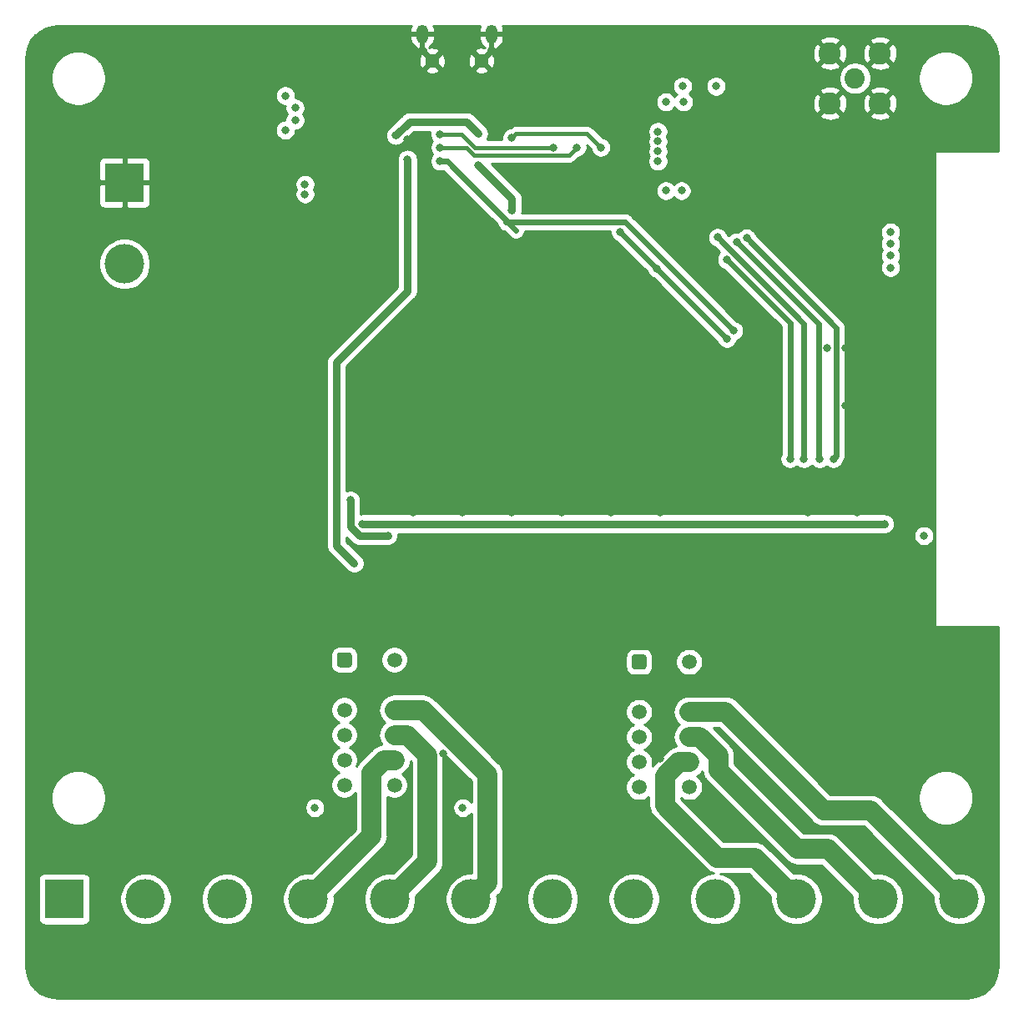
<source format=gbr>
%TF.GenerationSoftware,KiCad,Pcbnew,5.1.10*%
%TF.CreationDate,2021-11-25T21:59:15+00:00*%
%TF.ProjectId,ELE3044 - Tractor Tracker,454c4533-3034-4342-902d-205472616374,rev?*%
%TF.SameCoordinates,Original*%
%TF.FileFunction,Copper,L4,Bot*%
%TF.FilePolarity,Positive*%
%FSLAX46Y46*%
G04 Gerber Fmt 4.6, Leading zero omitted, Abs format (unit mm)*
G04 Created by KiCad (PCBNEW 5.1.10) date 2021-11-25 21:59:15*
%MOMM*%
%LPD*%
G01*
G04 APERTURE LIST*
%TA.AperFunction,ComponentPad*%
%ADD10C,4.000000*%
%TD*%
%TA.AperFunction,ComponentPad*%
%ADD11R,4.000000X4.000000*%
%TD*%
%TA.AperFunction,ComponentPad*%
%ADD12C,1.500000*%
%TD*%
%TA.AperFunction,ComponentPad*%
%ADD13C,2.250000*%
%TD*%
%TA.AperFunction,ComponentPad*%
%ADD14C,2.050000*%
%TD*%
%TA.AperFunction,ComponentPad*%
%ADD15O,1.200000X1.900000*%
%TD*%
%TA.AperFunction,ComponentPad*%
%ADD16C,1.450000*%
%TD*%
%TA.AperFunction,ViaPad*%
%ADD17C,0.800000*%
%TD*%
%TA.AperFunction,Conductor*%
%ADD18C,0.800000*%
%TD*%
%TA.AperFunction,Conductor*%
%ADD19C,0.600000*%
%TD*%
%TA.AperFunction,Conductor*%
%ADD20C,2.000000*%
%TD*%
%TA.AperFunction,Conductor*%
%ADD21C,0.400000*%
%TD*%
%TA.AperFunction,Conductor*%
%ADD22C,0.254000*%
%TD*%
%TA.AperFunction,Conductor*%
%ADD23C,0.100000*%
%TD*%
G04 APERTURE END LIST*
D10*
%TO.P,J1,2*%
%TO.N,VDC*%
X110700000Y-89827000D03*
D11*
%TO.P,J1,1*%
%TO.N,GND*%
X110700000Y-81572000D03*
%TD*%
D10*
%TO.P,J3,12*%
%TO.N,Relay_2_~D*%
X195380000Y-154270000D03*
%TO.P,J3,11*%
%TO.N,Relay_2_C*%
X187125000Y-154270000D03*
%TO.P,J3,10*%
%TO.N,Relay_2_D*%
X178870000Y-154270000D03*
%TO.P,J3,9*%
%TO.N,Relay_2_~B*%
X170615000Y-154270000D03*
%TO.P,J3,8*%
%TO.N,Relay_2_A*%
X162360000Y-154270000D03*
%TO.P,J3,7*%
%TO.N,Relay_2_B*%
X154105000Y-154270000D03*
%TO.P,J3,6*%
%TO.N,Relay_1_~D*%
X145850000Y-154270000D03*
%TO.P,J3,5*%
%TO.N,Relay_1_C*%
X137595000Y-154270000D03*
%TO.P,J3,4*%
%TO.N,Relay_1_D*%
X129340000Y-154270000D03*
%TO.P,J3,3*%
%TO.N,Relay_1_~B*%
X121085000Y-154270000D03*
%TO.P,J3,2*%
%TO.N,Relay_1_A*%
X112830000Y-154270000D03*
D11*
%TO.P,J3,1*%
%TO.N,Relay_1_B*%
X104575000Y-154270000D03*
%TD*%
%TO.P,K1,1*%
%TO.N,+3V3*%
%TA.AperFunction,ComponentPad*%
G36*
G01*
X132250000Y-130499500D02*
X132250000Y-129500500D01*
G75*
G02*
X132500500Y-129250000I250500J0D01*
G01*
X133499500Y-129250000D01*
G75*
G02*
X133750000Y-129500500I0J-250500D01*
G01*
X133750000Y-130499500D01*
G75*
G02*
X133499500Y-130750000I-250500J0D01*
G01*
X132500500Y-130750000D01*
G75*
G02*
X132250000Y-130499500I0J250500D01*
G01*
G37*
%TD.AperFunction*%
D12*
%TO.P,K1,3*%
%TO.N,Relay_1_B*%
X133000000Y-135080000D03*
%TO.P,K1,4*%
%TO.N,Relay_1_A*%
X133000000Y-137620000D03*
%TO.P,K1,5*%
%TO.N,Relay_1_~B*%
X133000000Y-140160000D03*
%TO.P,K1,6*%
%TO.N,+3V3*%
X133000000Y-142700000D03*
%TO.P,K1,7*%
%TO.N,Net-(D10-Pad2)*%
X138080000Y-142700000D03*
%TO.P,K1,8*%
%TO.N,Relay_1_D*%
X138080000Y-140160000D03*
%TO.P,K1,9*%
%TO.N,Relay_1_C*%
X138080000Y-137620000D03*
%TO.P,K1,10*%
%TO.N,Relay_1_~D*%
X138080000Y-135080000D03*
%TO.P,K1,12*%
%TO.N,Net-(D8-Pad2)*%
X138080000Y-130000000D03*
%TD*%
%TO.P,K2,1*%
%TO.N,+3V3*%
%TA.AperFunction,ComponentPad*%
G36*
G01*
X162150000Y-130699500D02*
X162150000Y-129700500D01*
G75*
G02*
X162400500Y-129450000I250500J0D01*
G01*
X163399500Y-129450000D01*
G75*
G02*
X163650000Y-129700500I0J-250500D01*
G01*
X163650000Y-130699500D01*
G75*
G02*
X163399500Y-130950000I-250500J0D01*
G01*
X162400500Y-130950000D01*
G75*
G02*
X162150000Y-130699500I0J250500D01*
G01*
G37*
%TD.AperFunction*%
%TO.P,K2,3*%
%TO.N,Relay_2_B*%
X162900000Y-135280000D03*
%TO.P,K2,4*%
%TO.N,Relay_2_A*%
X162900000Y-137820000D03*
%TO.P,K2,5*%
%TO.N,Relay_2_~B*%
X162900000Y-140360000D03*
%TO.P,K2,6*%
%TO.N,+3V3*%
X162900000Y-142900000D03*
%TO.P,K2,7*%
%TO.N,Net-(D11-Pad2)*%
X167980000Y-142900000D03*
%TO.P,K2,8*%
%TO.N,Relay_2_D*%
X167980000Y-140360000D03*
%TO.P,K2,9*%
%TO.N,Relay_2_C*%
X167980000Y-137820000D03*
%TO.P,K2,10*%
%TO.N,Relay_2_~D*%
X167980000Y-135280000D03*
%TO.P,K2,12*%
%TO.N,Net-(D9-Pad2)*%
X167980000Y-130200000D03*
%TD*%
D13*
%TO.P,J4,2*%
%TO.N,GND*%
X182260000Y-73540000D03*
X182260000Y-68460000D03*
X187340000Y-68460000D03*
X187340000Y-73540000D03*
D14*
%TO.P,J4,1*%
%TO.N,Net-(J4-Pad1)*%
X184800000Y-71000000D03*
%TD*%
D15*
%TO.P,J2,6*%
%TO.N,GND*%
X140900000Y-66500000D03*
X147900000Y-66500000D03*
D16*
X141900000Y-69200000D03*
X146900000Y-69200000D03*
%TD*%
D17*
%TO.N,*%
X167300000Y-71800000D03*
X170700000Y-71800000D03*
X165600000Y-82400000D03*
X167200000Y-82400000D03*
X165600000Y-73400000D03*
X167400000Y-73400000D03*
%TO.N,GND*%
X120000000Y-95000000D03*
X115000000Y-90000000D03*
X110000000Y-95000000D03*
X110000000Y-85000000D03*
X105000000Y-95000000D03*
X115000000Y-95000000D03*
X155400000Y-83400000D03*
X155400000Y-82200000D03*
X161000000Y-71200000D03*
X161000000Y-72400000D03*
X180200000Y-78600000D03*
X180200000Y-80600000D03*
X181600000Y-80600000D03*
X181600000Y-78600000D03*
X183000000Y-80600000D03*
X184200000Y-79400000D03*
X185200000Y-78400000D03*
X185800000Y-77000000D03*
X185800000Y-75600000D03*
X183800000Y-75600000D03*
X183800000Y-77000000D03*
X182800000Y-78000000D03*
X138000000Y-88750000D03*
X138000000Y-89750000D03*
X138000000Y-82750000D03*
X138000000Y-81750000D03*
X119750000Y-84000000D03*
X119750000Y-83000000D03*
X117500000Y-75250000D03*
X117500000Y-74000000D03*
X118500000Y-76250000D03*
X118500000Y-72750000D03*
X125000000Y-91000000D03*
X125000000Y-92000000D03*
X128250000Y-96250000D03*
X128250000Y-97500000D03*
X127000000Y-98750000D03*
X127000000Y-95250000D03*
X104750000Y-98000000D03*
X105750000Y-98000000D03*
X120000000Y-79750000D03*
X120000000Y-80750000D03*
X143000000Y-127000000D03*
X143000000Y-139500000D03*
X173000000Y-140000000D03*
X173000000Y-127000000D03*
X110000000Y-140000000D03*
X120000000Y-160000000D03*
X125000000Y-160000000D03*
X135000000Y-160000000D03*
X140000000Y-160000000D03*
X145000000Y-160000000D03*
X150000000Y-160000000D03*
X160000000Y-160000000D03*
X165000000Y-160000000D03*
X170000000Y-160000000D03*
X115000000Y-160000000D03*
X105000000Y-135000000D03*
X110000000Y-135000000D03*
X115000000Y-135000000D03*
X120000000Y-135000000D03*
X125000000Y-135000000D03*
X125000000Y-130000000D03*
X120000000Y-130000000D03*
X115000000Y-130000000D03*
X105000000Y-130000000D03*
X130000000Y-130000000D03*
X150000000Y-145000000D03*
X175000000Y-160000000D03*
X185000000Y-160000000D03*
X195000000Y-135000000D03*
X190000000Y-135000000D03*
X190000000Y-140000000D03*
X185000000Y-140000000D03*
X185000000Y-135000000D03*
X180000000Y-135000000D03*
X180000000Y-140000000D03*
X150000000Y-140000000D03*
X150000000Y-135000000D03*
X135000000Y-130000000D03*
X135000000Y-135000000D03*
X165000000Y-135000000D03*
X165000000Y-140000000D03*
X150000000Y-130000000D03*
X155000000Y-130000000D03*
X155000000Y-135000000D03*
X160000000Y-130000000D03*
X165000000Y-130000000D03*
X175000000Y-135000000D03*
X180000000Y-130000000D03*
X185000000Y-130000000D03*
X190000000Y-130000000D03*
X195000000Y-130000000D03*
X190000000Y-125000000D03*
X185000000Y-125000000D03*
X185000000Y-120000000D03*
X190000000Y-120000000D03*
X180000000Y-120000000D03*
X180000000Y-125000000D03*
X170000000Y-120000000D03*
X155000000Y-125000000D03*
X160000000Y-125000000D03*
X105000000Y-125000000D03*
X105000000Y-120000000D03*
X105000000Y-115000000D03*
X105000000Y-110000000D03*
X105000000Y-105000000D03*
X115000000Y-125000000D03*
X115000000Y-120000000D03*
X115000000Y-115000000D03*
X115000000Y-110000000D03*
X115000000Y-105000000D03*
X180000000Y-115000000D03*
X185000000Y-115000000D03*
X190000000Y-105000000D03*
X190000000Y-100000000D03*
X175000000Y-105000000D03*
X170000000Y-105000000D03*
X170000000Y-100000000D03*
X165000000Y-115000000D03*
X160000000Y-115000000D03*
X155000000Y-115000000D03*
X150000000Y-115000000D03*
X150000000Y-120000000D03*
X145000000Y-120000000D03*
X145000000Y-115000000D03*
X120000000Y-125000000D03*
X125000000Y-125000000D03*
X125000000Y-120000000D03*
X120000000Y-120000000D03*
X120000000Y-115000000D03*
X125000000Y-115000000D03*
X125000000Y-110000000D03*
X120000000Y-110000000D03*
X120000000Y-105000000D03*
X125000000Y-105000000D03*
X125000000Y-100000000D03*
X170000000Y-109200000D03*
X167000000Y-109200000D03*
X191200000Y-109600000D03*
X192200000Y-109600000D03*
X183800000Y-98400000D03*
X183800000Y-104200000D03*
X186600000Y-101200000D03*
X182000000Y-98400000D03*
X185600000Y-98400000D03*
X185600000Y-104200000D03*
X186600000Y-99400000D03*
X186600000Y-103000000D03*
X192200000Y-95400000D03*
X191200000Y-95400000D03*
X106600000Y-126400000D03*
X106600000Y-118400000D03*
X106600000Y-115400000D03*
X106400000Y-107400000D03*
X165000000Y-110000000D03*
X160000000Y-110000000D03*
X160000000Y-105000000D03*
X165000000Y-105000000D03*
X165000000Y-100000000D03*
X160000000Y-95000000D03*
X160000000Y-90000000D03*
X170000000Y-90000000D03*
X180000000Y-90000000D03*
X185000000Y-90000000D03*
X185000000Y-85000000D03*
X180000000Y-85000000D03*
X190000000Y-80000000D03*
X190000000Y-85000000D03*
X185000000Y-80000000D03*
X190000000Y-75000000D03*
X180000000Y-70000000D03*
X165000000Y-70000000D03*
X160000000Y-70000000D03*
X155000000Y-90000000D03*
X155000000Y-95000000D03*
X150000000Y-95000000D03*
X150000000Y-100000000D03*
X155000000Y-100000000D03*
X150000000Y-105000000D03*
X145000000Y-105000000D03*
X145000000Y-100000000D03*
X145000000Y-95000000D03*
X145000000Y-90000000D03*
X150000000Y-90000000D03*
X140000000Y-100000000D03*
X140000000Y-95000000D03*
X135000000Y-95000000D03*
X135000000Y-100000000D03*
X130000000Y-95000000D03*
X130000000Y-100000000D03*
X130000000Y-105000000D03*
X135000000Y-105000000D03*
X140000000Y-105000000D03*
X130000000Y-110000000D03*
X135000000Y-110000000D03*
X140000000Y-110000000D03*
X145000000Y-110000000D03*
X155000000Y-110000000D03*
X140000000Y-115000000D03*
X140000000Y-120000000D03*
X145000000Y-125000000D03*
X139400000Y-77200000D03*
X130000000Y-80000000D03*
X130000000Y-75000000D03*
X135000000Y-75000000D03*
X135000000Y-80000000D03*
X135000000Y-85000000D03*
X130000000Y-85000000D03*
X115000000Y-90000000D03*
X115000000Y-85000000D03*
X115000000Y-80000000D03*
X115000000Y-75000000D03*
X115000000Y-70000000D03*
X120000000Y-70000000D03*
X125000000Y-70000000D03*
X130000000Y-70000000D03*
X135000000Y-70000000D03*
X140000000Y-70000000D03*
X105000000Y-85000000D03*
X105000000Y-80000000D03*
X110000000Y-75000000D03*
X105000000Y-90000000D03*
X175000000Y-155000000D03*
X190000000Y-155000000D03*
X190000000Y-160000000D03*
X195000000Y-160000000D03*
X180000000Y-160000000D03*
X155000000Y-160000000D03*
X130000000Y-160000000D03*
X130000000Y-150000000D03*
X125000000Y-150000000D03*
X115000000Y-150000000D03*
X110000000Y-160000000D03*
X105000000Y-160000000D03*
X105000000Y-150000000D03*
X115000000Y-140000000D03*
X115000000Y-145000000D03*
X120000000Y-140000000D03*
X130000000Y-125000000D03*
X145000000Y-150000000D03*
X150000000Y-150000000D03*
X150000000Y-155000000D03*
X125000000Y-155000000D03*
%TO.N,VBUS*%
X146600000Y-79800000D03*
X150000000Y-84400000D03*
X146600000Y-76600000D03*
X138200000Y-76800000D03*
%TO.N,+3V3*%
X164800000Y-76400000D03*
X164800000Y-77400000D03*
X164800000Y-78400000D03*
X164800000Y-79400000D03*
X191800000Y-117400000D03*
X129000000Y-82750000D03*
X129000000Y-81750000D03*
X128000000Y-75250000D03*
X128000000Y-74000000D03*
X127000000Y-72750000D03*
X127000000Y-76250000D03*
X188400000Y-90200000D03*
X188400000Y-89000000D03*
X188400000Y-87800000D03*
X188400000Y-86600000D03*
%TO.N,ESP32_RXD0*%
X142700000Y-79400000D03*
X172500000Y-96600000D03*
%TO.N,ESP32_TXD0*%
X171800000Y-97400000D03*
X161000000Y-86600000D03*
X164700000Y-90300000D03*
%TO.N,ESP32_RXD1*%
X173800000Y-87200000D03*
X182600000Y-109600000D03*
%TO.N,ESP32_TXD1*%
X172800000Y-87600000D03*
X181200000Y-109600000D03*
%TO.N,GPS_~RESET*%
X179600000Y-109600000D03*
X170866001Y-87133999D03*
%TO.N,GPS_TIMEPULSE*%
X178200000Y-109600000D03*
X171800000Y-89400000D03*
%TO.N,EN*%
X134800000Y-116200000D03*
X187800000Y-116200000D03*
%TO.N,Relay_1_~D*%
X145000000Y-145000000D03*
%TO.N,Relay_1_D*%
X130000000Y-145000000D03*
%TO.N,DTR*%
X139400000Y-79200000D03*
X134000000Y-120200000D03*
%TO.N,Net-(R5-Pad1)*%
X154200000Y-78000000D03*
X142700000Y-76700000D03*
%TO.N,Net-(Q6-Pad1)*%
X137400000Y-117400000D03*
X133600000Y-113800000D03*
%TO.N,Net-(R3-Pad1)*%
X150000000Y-77000000D03*
X159000000Y-78000000D03*
%TO.N,Net-(R6-Pad1)*%
X156600000Y-78000000D03*
X142700000Y-78000000D03*
%TD*%
D18*
%TO.N,VBUS*%
X146600000Y-76600000D02*
X145400000Y-75400000D01*
X139600000Y-75400000D02*
X138200000Y-76800000D01*
X145400000Y-75400000D02*
X139600000Y-75400000D01*
X150000000Y-83200000D02*
X146600000Y-79800000D01*
X150000000Y-84400000D02*
X150000000Y-83200000D01*
D19*
%TO.N,ESP32_RXD0*%
X150400000Y-86400000D02*
X143600000Y-79600000D01*
X161500000Y-85600000D02*
X149400000Y-85600000D01*
X172500000Y-96600000D02*
X161500000Y-85600000D01*
X143400000Y-79400000D02*
X143600000Y-79600000D01*
X142700000Y-79400000D02*
X143400000Y-79400000D01*
%TO.N,ESP32_TXD0*%
X171800000Y-97400000D02*
X164700000Y-90300000D01*
X161000000Y-86600000D02*
X161000000Y-86600000D01*
X164700000Y-90300000D02*
X161000000Y-86600000D01*
%TO.N,ESP32_RXD1*%
X182900000Y-109300000D02*
X182600000Y-109600000D01*
X182900000Y-96300000D02*
X182900000Y-109300000D01*
X173800000Y-87200000D02*
X182900000Y-96300000D01*
%TO.N,ESP32_TXD1*%
X181099999Y-109499999D02*
X181200000Y-109600000D01*
X181099999Y-95899999D02*
X181099999Y-109499999D01*
X172800000Y-87600000D02*
X181099999Y-95899999D01*
%TO.N,GPS_~RESET*%
X179600000Y-109600000D02*
X179600000Y-100262768D01*
X179600000Y-95867998D02*
X170866001Y-87133999D01*
X179600000Y-100262768D02*
X179600000Y-95867998D01*
%TO.N,GPS_TIMEPULSE*%
X178200000Y-109600000D02*
X178200000Y-99994152D01*
X178200000Y-99994152D02*
X178200000Y-95800000D01*
X178200000Y-95800000D02*
X171800000Y-89400000D01*
X171800000Y-89400000D02*
X171800000Y-89400000D01*
D18*
%TO.N,EN*%
X134800000Y-116200000D02*
X187800000Y-116200000D01*
X187800000Y-116200000D02*
X187800000Y-116200000D01*
D20*
%TO.N,Relay_2_~D*%
X167980000Y-135280000D02*
X171660000Y-135280000D01*
X171660000Y-135280000D02*
X181640000Y-145260000D01*
X186370000Y-145260000D02*
X195380000Y-154270000D01*
X181640000Y-145260000D02*
X186370000Y-145260000D01*
%TO.N,Relay_2_D*%
X166919340Y-140360000D02*
X165500000Y-141779340D01*
X167980000Y-140360000D02*
X166919340Y-140360000D01*
X165500000Y-141779340D02*
X165500000Y-144730000D01*
X165500000Y-144730000D02*
X170820000Y-150050000D01*
X174650000Y-150050000D02*
X178870000Y-154270000D01*
X170820000Y-150050000D02*
X174650000Y-150050000D01*
%TO.N,Relay_2_C*%
X169040660Y-137820000D02*
X170930000Y-139709340D01*
X167980000Y-137820000D02*
X169040660Y-137820000D01*
X170930000Y-139709340D02*
X170930000Y-141170000D01*
X170930000Y-141170000D02*
X178950000Y-149190000D01*
X182045000Y-149190000D02*
X187125000Y-154270000D01*
X178950000Y-149190000D02*
X182045000Y-149190000D01*
%TO.N,Relay_1_~D*%
X147500000Y-152620000D02*
X145850000Y-154270000D01*
X147500000Y-141631998D02*
X147500000Y-152620000D01*
X140948002Y-135080000D02*
X147500000Y-141631998D01*
X138080000Y-135080000D02*
X140948002Y-135080000D01*
%TO.N,Relay_1_D*%
X137019340Y-140160000D02*
X135750000Y-141429340D01*
X138080000Y-140160000D02*
X137019340Y-140160000D01*
X135750000Y-147860000D02*
X129340000Y-154270000D01*
X135750000Y-141429340D02*
X135750000Y-147860000D01*
%TO.N,Relay_1_C*%
X139370000Y-137620000D02*
X141399999Y-139649999D01*
X138080000Y-137620000D02*
X139370000Y-137620000D01*
X141399999Y-150465001D02*
X137595000Y-154270000D01*
X141399999Y-139649999D02*
X141399999Y-150465001D01*
D18*
%TO.N,DTR*%
X132200000Y-118400000D02*
X134000000Y-120200000D01*
X132200000Y-99800000D02*
X132200000Y-118400000D01*
X139400000Y-92600000D02*
X132200000Y-99800000D01*
X139400000Y-79200000D02*
X139400000Y-92600000D01*
D21*
%TO.N,Net-(R5-Pad1)*%
X153634315Y-78000000D02*
X154200000Y-78000000D01*
X146200001Y-78000001D02*
X153634315Y-78000000D01*
X145000000Y-76800000D02*
X146200001Y-78000001D01*
X144900000Y-76700000D02*
X146200001Y-78000001D01*
X142700000Y-76700000D02*
X144900000Y-76700000D01*
%TO.N,Net-(Q6-Pad1)*%
X137200000Y-117400000D02*
X137400000Y-117400000D01*
D18*
X133600000Y-116480002D02*
X133600000Y-113800000D01*
X134519998Y-117400000D02*
X133600000Y-116480002D01*
X137400000Y-117400000D02*
X134519998Y-117400000D01*
D21*
%TO.N,Net-(R3-Pad1)*%
X150399999Y-76600001D02*
X150000000Y-77000000D01*
X157600000Y-76600000D02*
X150399999Y-76600001D01*
X159000000Y-78000000D02*
X157600000Y-76600000D01*
%TO.N,Net-(R6-Pad1)*%
X155799999Y-78800001D02*
X156600000Y-78000000D01*
X146151459Y-78800001D02*
X155799999Y-78800001D01*
X145351458Y-78000000D02*
X146151459Y-78800001D01*
X142700000Y-78000000D02*
X145351458Y-78000000D01*
%TD*%
D22*
%TO.N,GND*%
X139713507Y-65784504D02*
X139665000Y-66023000D01*
X139665000Y-66373000D01*
X140773000Y-66373000D01*
X140773000Y-66353000D01*
X141027000Y-66353000D01*
X141027000Y-66373000D01*
X142135000Y-66373000D01*
X142135000Y-66023000D01*
X142086493Y-65784504D01*
X142034293Y-65660000D01*
X146765707Y-65660000D01*
X146713507Y-65784504D01*
X146665000Y-66023000D01*
X146665000Y-66373000D01*
X147773000Y-66373000D01*
X147773000Y-66353000D01*
X148027000Y-66353000D01*
X148027000Y-66373000D01*
X149135000Y-66373000D01*
X149135000Y-66023000D01*
X149086493Y-65784504D01*
X149034293Y-65660000D01*
X195967722Y-65660000D01*
X196648126Y-65726714D01*
X197271572Y-65914943D01*
X197846579Y-66220681D01*
X198351247Y-66632279D01*
X198766362Y-67134067D01*
X199076105Y-67706924D01*
X199268682Y-68329039D01*
X199340000Y-69007584D01*
X199340000Y-78373000D01*
X193000000Y-78373000D01*
X192975224Y-78375440D01*
X192951399Y-78382667D01*
X192929443Y-78394403D01*
X192910197Y-78410197D01*
X192894403Y-78429443D01*
X192882667Y-78451399D01*
X192875440Y-78475224D01*
X192873000Y-78500000D01*
X192873000Y-126500000D01*
X192875440Y-126524776D01*
X192882667Y-126548601D01*
X192894403Y-126570557D01*
X192910197Y-126589803D01*
X192929443Y-126605597D01*
X192951399Y-126617333D01*
X192975224Y-126624560D01*
X193000000Y-126627000D01*
X199340001Y-126627000D01*
X199340001Y-160967711D01*
X199273286Y-161648126D01*
X199085057Y-162271570D01*
X198779323Y-162846573D01*
X198367721Y-163351248D01*
X197865933Y-163766362D01*
X197293077Y-164076104D01*
X196670961Y-164268682D01*
X195992417Y-164340000D01*
X104032279Y-164340000D01*
X103351874Y-164273286D01*
X102728430Y-164085057D01*
X102153427Y-163779323D01*
X101648752Y-163367721D01*
X101233638Y-162865933D01*
X100923896Y-162293077D01*
X100731318Y-161670961D01*
X100660000Y-160992417D01*
X100660000Y-152270000D01*
X101936928Y-152270000D01*
X101936928Y-156270000D01*
X101949188Y-156394482D01*
X101985498Y-156514180D01*
X102044463Y-156624494D01*
X102123815Y-156721185D01*
X102220506Y-156800537D01*
X102330820Y-156859502D01*
X102450518Y-156895812D01*
X102575000Y-156908072D01*
X106575000Y-156908072D01*
X106699482Y-156895812D01*
X106819180Y-156859502D01*
X106929494Y-156800537D01*
X107026185Y-156721185D01*
X107105537Y-156624494D01*
X107164502Y-156514180D01*
X107200812Y-156394482D01*
X107213072Y-156270000D01*
X107213072Y-154010475D01*
X110195000Y-154010475D01*
X110195000Y-154529525D01*
X110296261Y-155038601D01*
X110494893Y-155518141D01*
X110783262Y-155949715D01*
X111150285Y-156316738D01*
X111581859Y-156605107D01*
X112061399Y-156803739D01*
X112570475Y-156905000D01*
X113089525Y-156905000D01*
X113598601Y-156803739D01*
X114078141Y-156605107D01*
X114509715Y-156316738D01*
X114876738Y-155949715D01*
X115165107Y-155518141D01*
X115363739Y-155038601D01*
X115465000Y-154529525D01*
X115465000Y-154010475D01*
X118450000Y-154010475D01*
X118450000Y-154529525D01*
X118551261Y-155038601D01*
X118749893Y-155518141D01*
X119038262Y-155949715D01*
X119405285Y-156316738D01*
X119836859Y-156605107D01*
X120316399Y-156803739D01*
X120825475Y-156905000D01*
X121344525Y-156905000D01*
X121853601Y-156803739D01*
X122333141Y-156605107D01*
X122764715Y-156316738D01*
X123131738Y-155949715D01*
X123420107Y-155518141D01*
X123618739Y-155038601D01*
X123720000Y-154529525D01*
X123720000Y-154010475D01*
X126705000Y-154010475D01*
X126705000Y-154529525D01*
X126806261Y-155038601D01*
X127004893Y-155518141D01*
X127293262Y-155949715D01*
X127660285Y-156316738D01*
X128091859Y-156605107D01*
X128571399Y-156803739D01*
X129080475Y-156905000D01*
X129599525Y-156905000D01*
X130108601Y-156803739D01*
X130588141Y-156605107D01*
X131019715Y-156316738D01*
X131386738Y-155949715D01*
X131675107Y-155518141D01*
X131873739Y-155038601D01*
X131975000Y-154529525D01*
X131975000Y-154010475D01*
X131964508Y-153957730D01*
X136849319Y-149072920D01*
X136911714Y-149021714D01*
X137116031Y-148772752D01*
X137267852Y-148488715D01*
X137361343Y-148180516D01*
X137385000Y-147940322D01*
X137385000Y-147940320D01*
X137392911Y-147860000D01*
X137385000Y-147779681D01*
X137385000Y-143901341D01*
X137423957Y-143927371D01*
X137676011Y-144031775D01*
X137943589Y-144085000D01*
X138216411Y-144085000D01*
X138483989Y-144031775D01*
X138736043Y-143927371D01*
X138962886Y-143775799D01*
X139155799Y-143582886D01*
X139307371Y-143356043D01*
X139411775Y-143103989D01*
X139465000Y-142836411D01*
X139465000Y-142563589D01*
X139411775Y-142296011D01*
X139307371Y-142043957D01*
X139155799Y-141817114D01*
X138962886Y-141624201D01*
X138894534Y-141578530D01*
X138992752Y-141526031D01*
X139241714Y-141321714D01*
X139446031Y-141072752D01*
X139597852Y-140788715D01*
X139691343Y-140480516D01*
X139711690Y-140273929D01*
X139764999Y-140327238D01*
X139765000Y-149787761D01*
X137907270Y-151645492D01*
X137854525Y-151635000D01*
X137335475Y-151635000D01*
X136826399Y-151736261D01*
X136346859Y-151934893D01*
X135915285Y-152223262D01*
X135548262Y-152590285D01*
X135259893Y-153021859D01*
X135061261Y-153501399D01*
X134960000Y-154010475D01*
X134960000Y-154529525D01*
X135061261Y-155038601D01*
X135259893Y-155518141D01*
X135548262Y-155949715D01*
X135915285Y-156316738D01*
X136346859Y-156605107D01*
X136826399Y-156803739D01*
X137335475Y-156905000D01*
X137854525Y-156905000D01*
X138363601Y-156803739D01*
X138843141Y-156605107D01*
X139274715Y-156316738D01*
X139641738Y-155949715D01*
X139930107Y-155518141D01*
X140128739Y-155038601D01*
X140230000Y-154529525D01*
X140230000Y-154010475D01*
X140219508Y-153957730D01*
X142499318Y-151677921D01*
X142561713Y-151626715D01*
X142766030Y-151377753D01*
X142917851Y-151093716D01*
X143011342Y-150785517D01*
X143034999Y-150545323D01*
X143034999Y-150545321D01*
X143042910Y-150465002D01*
X143034999Y-150384682D01*
X143034999Y-139730318D01*
X143042910Y-139649998D01*
X143031218Y-139531286D01*
X143025118Y-139469355D01*
X145865000Y-142309237D01*
X145865000Y-144431614D01*
X145803937Y-144340226D01*
X145659774Y-144196063D01*
X145490256Y-144082795D01*
X145301898Y-144004774D01*
X145101939Y-143965000D01*
X144898061Y-143965000D01*
X144698102Y-144004774D01*
X144509744Y-144082795D01*
X144340226Y-144196063D01*
X144196063Y-144340226D01*
X144082795Y-144509744D01*
X144004774Y-144698102D01*
X143965000Y-144898061D01*
X143965000Y-145101939D01*
X144004774Y-145301898D01*
X144082795Y-145490256D01*
X144196063Y-145659774D01*
X144340226Y-145803937D01*
X144509744Y-145917205D01*
X144698102Y-145995226D01*
X144898061Y-146035000D01*
X145101939Y-146035000D01*
X145301898Y-145995226D01*
X145490256Y-145917205D01*
X145659774Y-145803937D01*
X145803937Y-145659774D01*
X145865000Y-145568386D01*
X145865001Y-151635000D01*
X145590475Y-151635000D01*
X145081399Y-151736261D01*
X144601859Y-151934893D01*
X144170285Y-152223262D01*
X143803262Y-152590285D01*
X143514893Y-153021859D01*
X143316261Y-153501399D01*
X143215000Y-154010475D01*
X143215000Y-154529525D01*
X143316261Y-155038601D01*
X143514893Y-155518141D01*
X143803262Y-155949715D01*
X144170285Y-156316738D01*
X144601859Y-156605107D01*
X145081399Y-156803739D01*
X145590475Y-156905000D01*
X146109525Y-156905000D01*
X146618601Y-156803739D01*
X147098141Y-156605107D01*
X147529715Y-156316738D01*
X147896738Y-155949715D01*
X148185107Y-155518141D01*
X148383739Y-155038601D01*
X148485000Y-154529525D01*
X148485000Y-154010475D01*
X151470000Y-154010475D01*
X151470000Y-154529525D01*
X151571261Y-155038601D01*
X151769893Y-155518141D01*
X152058262Y-155949715D01*
X152425285Y-156316738D01*
X152856859Y-156605107D01*
X153336399Y-156803739D01*
X153845475Y-156905000D01*
X154364525Y-156905000D01*
X154873601Y-156803739D01*
X155353141Y-156605107D01*
X155784715Y-156316738D01*
X156151738Y-155949715D01*
X156440107Y-155518141D01*
X156638739Y-155038601D01*
X156740000Y-154529525D01*
X156740000Y-154010475D01*
X159725000Y-154010475D01*
X159725000Y-154529525D01*
X159826261Y-155038601D01*
X160024893Y-155518141D01*
X160313262Y-155949715D01*
X160680285Y-156316738D01*
X161111859Y-156605107D01*
X161591399Y-156803739D01*
X162100475Y-156905000D01*
X162619525Y-156905000D01*
X163128601Y-156803739D01*
X163608141Y-156605107D01*
X164039715Y-156316738D01*
X164406738Y-155949715D01*
X164695107Y-155518141D01*
X164893739Y-155038601D01*
X164995000Y-154529525D01*
X164995000Y-154010475D01*
X164893739Y-153501399D01*
X164695107Y-153021859D01*
X164406738Y-152590285D01*
X164039715Y-152223262D01*
X163608141Y-151934893D01*
X163128601Y-151736261D01*
X162619525Y-151635000D01*
X162100475Y-151635000D01*
X161591399Y-151736261D01*
X161111859Y-151934893D01*
X160680285Y-152223262D01*
X160313262Y-152590285D01*
X160024893Y-153021859D01*
X159826261Y-153501399D01*
X159725000Y-154010475D01*
X156740000Y-154010475D01*
X156638739Y-153501399D01*
X156440107Y-153021859D01*
X156151738Y-152590285D01*
X155784715Y-152223262D01*
X155353141Y-151934893D01*
X154873601Y-151736261D01*
X154364525Y-151635000D01*
X153845475Y-151635000D01*
X153336399Y-151736261D01*
X152856859Y-151934893D01*
X152425285Y-152223262D01*
X152058262Y-152590285D01*
X151769893Y-153021859D01*
X151571261Y-153501399D01*
X151470000Y-154010475D01*
X148485000Y-154010475D01*
X148474508Y-153957730D01*
X148599318Y-153832921D01*
X148661714Y-153781714D01*
X148866031Y-153532752D01*
X149017852Y-153248715D01*
X149111343Y-152940516D01*
X149135000Y-152700322D01*
X149135000Y-152700320D01*
X149142911Y-152620001D01*
X149135000Y-152539681D01*
X149135000Y-141712317D01*
X149142911Y-141631997D01*
X149134342Y-141545000D01*
X149111343Y-141311482D01*
X149017852Y-141003283D01*
X148866031Y-140719246D01*
X148661714Y-140470284D01*
X148599320Y-140419079D01*
X143323830Y-135143589D01*
X161515000Y-135143589D01*
X161515000Y-135416411D01*
X161568225Y-135683989D01*
X161672629Y-135936043D01*
X161824201Y-136162886D01*
X162017114Y-136355799D01*
X162243957Y-136507371D01*
X162346873Y-136550000D01*
X162243957Y-136592629D01*
X162017114Y-136744201D01*
X161824201Y-136937114D01*
X161672629Y-137163957D01*
X161568225Y-137416011D01*
X161515000Y-137683589D01*
X161515000Y-137956411D01*
X161568225Y-138223989D01*
X161672629Y-138476043D01*
X161824201Y-138702886D01*
X162017114Y-138895799D01*
X162243957Y-139047371D01*
X162346873Y-139090000D01*
X162243957Y-139132629D01*
X162017114Y-139284201D01*
X161824201Y-139477114D01*
X161672629Y-139703957D01*
X161568225Y-139956011D01*
X161515000Y-140223589D01*
X161515000Y-140496411D01*
X161568225Y-140763989D01*
X161672629Y-141016043D01*
X161824201Y-141242886D01*
X162017114Y-141435799D01*
X162243957Y-141587371D01*
X162346873Y-141630000D01*
X162243957Y-141672629D01*
X162017114Y-141824201D01*
X161824201Y-142017114D01*
X161672629Y-142243957D01*
X161568225Y-142496011D01*
X161515000Y-142763589D01*
X161515000Y-143036411D01*
X161568225Y-143303989D01*
X161672629Y-143556043D01*
X161824201Y-143782886D01*
X162017114Y-143975799D01*
X162243957Y-144127371D01*
X162496011Y-144231775D01*
X162763589Y-144285000D01*
X163036411Y-144285000D01*
X163303989Y-144231775D01*
X163556043Y-144127371D01*
X163782886Y-143975799D01*
X163865001Y-143893684D01*
X163865001Y-144649671D01*
X163857089Y-144730000D01*
X163888658Y-145050516D01*
X163982148Y-145358714D01*
X163982149Y-145358715D01*
X164133970Y-145642752D01*
X164338287Y-145891714D01*
X164400682Y-145942920D01*
X169607080Y-151149319D01*
X169658286Y-151211714D01*
X169907248Y-151416031D01*
X170191285Y-151567852D01*
X170412643Y-151635000D01*
X170355475Y-151635000D01*
X169846399Y-151736261D01*
X169366859Y-151934893D01*
X168935285Y-152223262D01*
X168568262Y-152590285D01*
X168279893Y-153021859D01*
X168081261Y-153501399D01*
X167980000Y-154010475D01*
X167980000Y-154529525D01*
X168081261Y-155038601D01*
X168279893Y-155518141D01*
X168568262Y-155949715D01*
X168935285Y-156316738D01*
X169366859Y-156605107D01*
X169846399Y-156803739D01*
X170355475Y-156905000D01*
X170874525Y-156905000D01*
X171383601Y-156803739D01*
X171863141Y-156605107D01*
X172294715Y-156316738D01*
X172661738Y-155949715D01*
X172950107Y-155518141D01*
X173148739Y-155038601D01*
X173250000Y-154529525D01*
X173250000Y-154010475D01*
X173148739Y-153501399D01*
X172950107Y-153021859D01*
X172661738Y-152590285D01*
X172294715Y-152223262D01*
X171863141Y-151934893D01*
X171383601Y-151736261D01*
X171125893Y-151685000D01*
X173972762Y-151685000D01*
X176245492Y-153957730D01*
X176235000Y-154010475D01*
X176235000Y-154529525D01*
X176336261Y-155038601D01*
X176534893Y-155518141D01*
X176823262Y-155949715D01*
X177190285Y-156316738D01*
X177621859Y-156605107D01*
X178101399Y-156803739D01*
X178610475Y-156905000D01*
X179129525Y-156905000D01*
X179638601Y-156803739D01*
X180118141Y-156605107D01*
X180549715Y-156316738D01*
X180916738Y-155949715D01*
X181205107Y-155518141D01*
X181403739Y-155038601D01*
X181505000Y-154529525D01*
X181505000Y-154010475D01*
X181403739Y-153501399D01*
X181205107Y-153021859D01*
X180916738Y-152590285D01*
X180549715Y-152223262D01*
X180118141Y-151934893D01*
X179638601Y-151736261D01*
X179129525Y-151635000D01*
X178610475Y-151635000D01*
X178557730Y-151645492D01*
X175862925Y-148950687D01*
X175811714Y-148888286D01*
X175562752Y-148683969D01*
X175278715Y-148532148D01*
X174970516Y-148438657D01*
X174730322Y-148415000D01*
X174730319Y-148415000D01*
X174650000Y-148407089D01*
X174569681Y-148415000D01*
X171497239Y-148415000D01*
X167135000Y-144052762D01*
X167135000Y-144001114D01*
X167323957Y-144127371D01*
X167576011Y-144231775D01*
X167843589Y-144285000D01*
X168116411Y-144285000D01*
X168383989Y-144231775D01*
X168636043Y-144127371D01*
X168862886Y-143975799D01*
X169055799Y-143782886D01*
X169207371Y-143556043D01*
X169311775Y-143303989D01*
X169365000Y-143036411D01*
X169365000Y-142763589D01*
X169311775Y-142496011D01*
X169207371Y-142243957D01*
X169055799Y-142017114D01*
X168862886Y-141824201D01*
X168794534Y-141778530D01*
X168892752Y-141726031D01*
X169141714Y-141521714D01*
X169302441Y-141325867D01*
X169318657Y-141490516D01*
X169361575Y-141631997D01*
X169412148Y-141798714D01*
X169528886Y-142017114D01*
X169563970Y-142082752D01*
X169768287Y-142331714D01*
X169830682Y-142382920D01*
X177737080Y-150289319D01*
X177788286Y-150351714D01*
X178037248Y-150556031D01*
X178266772Y-150678714D01*
X178321285Y-150707852D01*
X178629483Y-150801343D01*
X178950000Y-150832911D01*
X179030322Y-150825000D01*
X181367762Y-150825000D01*
X184500492Y-153957730D01*
X184490000Y-154010475D01*
X184490000Y-154529525D01*
X184591261Y-155038601D01*
X184789893Y-155518141D01*
X185078262Y-155949715D01*
X185445285Y-156316738D01*
X185876859Y-156605107D01*
X186356399Y-156803739D01*
X186865475Y-156905000D01*
X187384525Y-156905000D01*
X187893601Y-156803739D01*
X188373141Y-156605107D01*
X188804715Y-156316738D01*
X189171738Y-155949715D01*
X189460107Y-155518141D01*
X189658739Y-155038601D01*
X189760000Y-154529525D01*
X189760000Y-154010475D01*
X189658739Y-153501399D01*
X189460107Y-153021859D01*
X189171738Y-152590285D01*
X188804715Y-152223262D01*
X188373141Y-151934893D01*
X187893601Y-151736261D01*
X187384525Y-151635000D01*
X186865475Y-151635000D01*
X186812730Y-151645492D01*
X183257925Y-148090687D01*
X183206714Y-148028286D01*
X182957752Y-147823969D01*
X182673715Y-147672148D01*
X182365516Y-147578657D01*
X182125322Y-147555000D01*
X182125319Y-147555000D01*
X182045000Y-147547089D01*
X181964681Y-147555000D01*
X179627239Y-147555000D01*
X172565000Y-140492762D01*
X172565000Y-139789659D01*
X172572911Y-139709339D01*
X172565000Y-139629018D01*
X172541343Y-139388824D01*
X172447852Y-139080625D01*
X172296031Y-138796588D01*
X172091714Y-138547626D01*
X172029320Y-138496421D01*
X170447898Y-136915000D01*
X170982762Y-136915000D01*
X180427080Y-146359319D01*
X180478286Y-146421714D01*
X180727248Y-146626031D01*
X181011285Y-146777852D01*
X181319484Y-146871343D01*
X181559678Y-146895000D01*
X181559680Y-146895000D01*
X181639999Y-146902911D01*
X181720319Y-146895000D01*
X185692762Y-146895000D01*
X192755492Y-153957730D01*
X192745000Y-154010475D01*
X192745000Y-154529525D01*
X192846261Y-155038601D01*
X193044893Y-155518141D01*
X193333262Y-155949715D01*
X193700285Y-156316738D01*
X194131859Y-156605107D01*
X194611399Y-156803739D01*
X195120475Y-156905000D01*
X195639525Y-156905000D01*
X196148601Y-156803739D01*
X196628141Y-156605107D01*
X197059715Y-156316738D01*
X197426738Y-155949715D01*
X197715107Y-155518141D01*
X197913739Y-155038601D01*
X198015000Y-154529525D01*
X198015000Y-154010475D01*
X197913739Y-153501399D01*
X197715107Y-153021859D01*
X197426738Y-152590285D01*
X197059715Y-152223262D01*
X196628141Y-151934893D01*
X196148601Y-151736261D01*
X195639525Y-151635000D01*
X195120475Y-151635000D01*
X195067730Y-151645492D01*
X187582925Y-144160687D01*
X187531714Y-144098286D01*
X187282752Y-143893969D01*
X186998715Y-143742148D01*
X186944497Y-143725701D01*
X191215000Y-143725701D01*
X191215000Y-144274299D01*
X191322026Y-144812354D01*
X191531965Y-145319192D01*
X191836750Y-145775334D01*
X192224666Y-146163250D01*
X192680808Y-146468035D01*
X193187646Y-146677974D01*
X193725701Y-146785000D01*
X194274299Y-146785000D01*
X194812354Y-146677974D01*
X195319192Y-146468035D01*
X195775334Y-146163250D01*
X196163250Y-145775334D01*
X196468035Y-145319192D01*
X196677974Y-144812354D01*
X196785000Y-144274299D01*
X196785000Y-143725701D01*
X196677974Y-143187646D01*
X196468035Y-142680808D01*
X196163250Y-142224666D01*
X195775334Y-141836750D01*
X195319192Y-141531965D01*
X194812354Y-141322026D01*
X194274299Y-141215000D01*
X193725701Y-141215000D01*
X193187646Y-141322026D01*
X192680808Y-141531965D01*
X192224666Y-141836750D01*
X191836750Y-142224666D01*
X191531965Y-142680808D01*
X191322026Y-143187646D01*
X191215000Y-143725701D01*
X186944497Y-143725701D01*
X186690516Y-143648657D01*
X186450322Y-143625000D01*
X186450319Y-143625000D01*
X186370000Y-143617089D01*
X186289681Y-143625000D01*
X182317239Y-143625000D01*
X172872925Y-134180687D01*
X172821714Y-134118286D01*
X172572752Y-133913969D01*
X172288715Y-133762148D01*
X171980516Y-133668657D01*
X171740322Y-133645000D01*
X171740319Y-133645000D01*
X171660000Y-133637089D01*
X171579681Y-133645000D01*
X167899678Y-133645000D01*
X167659484Y-133668657D01*
X167351285Y-133762148D01*
X167067248Y-133913969D01*
X166818286Y-134118286D01*
X166613969Y-134367248D01*
X166462148Y-134651285D01*
X166368657Y-134959484D01*
X166337089Y-135280000D01*
X166368657Y-135600516D01*
X166462148Y-135908715D01*
X166613969Y-136192752D01*
X166818286Y-136441714D01*
X166950233Y-136550000D01*
X166818286Y-136658286D01*
X166613969Y-136907248D01*
X166462148Y-137191285D01*
X166368657Y-137499484D01*
X166337089Y-137820000D01*
X166368657Y-138140516D01*
X166462148Y-138448715D01*
X166613969Y-138732752D01*
X166624913Y-138746087D01*
X166598824Y-138748657D01*
X166290625Y-138842148D01*
X166006588Y-138993969D01*
X165757626Y-139198286D01*
X165706419Y-139260682D01*
X164400686Y-140566416D01*
X164338286Y-140617626D01*
X164236128Y-140742107D01*
X164285000Y-140496411D01*
X164285000Y-140223589D01*
X164231775Y-139956011D01*
X164127371Y-139703957D01*
X163975799Y-139477114D01*
X163782886Y-139284201D01*
X163556043Y-139132629D01*
X163453127Y-139090000D01*
X163556043Y-139047371D01*
X163782886Y-138895799D01*
X163975799Y-138702886D01*
X164127371Y-138476043D01*
X164231775Y-138223989D01*
X164285000Y-137956411D01*
X164285000Y-137683589D01*
X164231775Y-137416011D01*
X164127371Y-137163957D01*
X163975799Y-136937114D01*
X163782886Y-136744201D01*
X163556043Y-136592629D01*
X163453127Y-136550000D01*
X163556043Y-136507371D01*
X163782886Y-136355799D01*
X163975799Y-136162886D01*
X164127371Y-135936043D01*
X164231775Y-135683989D01*
X164285000Y-135416411D01*
X164285000Y-135143589D01*
X164231775Y-134876011D01*
X164127371Y-134623957D01*
X163975799Y-134397114D01*
X163782886Y-134204201D01*
X163556043Y-134052629D01*
X163303989Y-133948225D01*
X163036411Y-133895000D01*
X162763589Y-133895000D01*
X162496011Y-133948225D01*
X162243957Y-134052629D01*
X162017114Y-134204201D01*
X161824201Y-134397114D01*
X161672629Y-134623957D01*
X161568225Y-134876011D01*
X161515000Y-135143589D01*
X143323830Y-135143589D01*
X142160927Y-133980687D01*
X142109716Y-133918286D01*
X141860754Y-133713969D01*
X141576717Y-133562148D01*
X141268518Y-133468657D01*
X141028324Y-133445000D01*
X141028321Y-133445000D01*
X140948002Y-133437089D01*
X140867683Y-133445000D01*
X137999678Y-133445000D01*
X137759484Y-133468657D01*
X137451285Y-133562148D01*
X137167248Y-133713969D01*
X136918286Y-133918286D01*
X136713969Y-134167248D01*
X136562148Y-134451285D01*
X136468657Y-134759484D01*
X136437089Y-135080000D01*
X136468657Y-135400516D01*
X136562148Y-135708715D01*
X136713969Y-135992752D01*
X136918286Y-136241714D01*
X137050233Y-136350000D01*
X136918286Y-136458286D01*
X136713969Y-136707248D01*
X136562148Y-136991285D01*
X136468657Y-137299484D01*
X136437089Y-137620000D01*
X136468657Y-137940516D01*
X136562148Y-138248715D01*
X136713969Y-138532752D01*
X136724913Y-138546087D01*
X136698823Y-138548657D01*
X136496550Y-138610016D01*
X136390625Y-138642148D01*
X136106588Y-138793969D01*
X135857626Y-138998286D01*
X135806419Y-139060682D01*
X134650686Y-140216416D01*
X134588286Y-140267626D01*
X134383969Y-140516589D01*
X134239297Y-140787252D01*
X134331775Y-140563989D01*
X134385000Y-140296411D01*
X134385000Y-140023589D01*
X134331775Y-139756011D01*
X134227371Y-139503957D01*
X134075799Y-139277114D01*
X133882886Y-139084201D01*
X133656043Y-138932629D01*
X133553127Y-138890000D01*
X133656043Y-138847371D01*
X133882886Y-138695799D01*
X134075799Y-138502886D01*
X134227371Y-138276043D01*
X134331775Y-138023989D01*
X134385000Y-137756411D01*
X134385000Y-137483589D01*
X134331775Y-137216011D01*
X134227371Y-136963957D01*
X134075799Y-136737114D01*
X133882886Y-136544201D01*
X133656043Y-136392629D01*
X133553127Y-136350000D01*
X133656043Y-136307371D01*
X133882886Y-136155799D01*
X134075799Y-135962886D01*
X134227371Y-135736043D01*
X134331775Y-135483989D01*
X134385000Y-135216411D01*
X134385000Y-134943589D01*
X134331775Y-134676011D01*
X134227371Y-134423957D01*
X134075799Y-134197114D01*
X133882886Y-134004201D01*
X133656043Y-133852629D01*
X133403989Y-133748225D01*
X133136411Y-133695000D01*
X132863589Y-133695000D01*
X132596011Y-133748225D01*
X132343957Y-133852629D01*
X132117114Y-134004201D01*
X131924201Y-134197114D01*
X131772629Y-134423957D01*
X131668225Y-134676011D01*
X131615000Y-134943589D01*
X131615000Y-135216411D01*
X131668225Y-135483989D01*
X131772629Y-135736043D01*
X131924201Y-135962886D01*
X132117114Y-136155799D01*
X132343957Y-136307371D01*
X132446873Y-136350000D01*
X132343957Y-136392629D01*
X132117114Y-136544201D01*
X131924201Y-136737114D01*
X131772629Y-136963957D01*
X131668225Y-137216011D01*
X131615000Y-137483589D01*
X131615000Y-137756411D01*
X131668225Y-138023989D01*
X131772629Y-138276043D01*
X131924201Y-138502886D01*
X132117114Y-138695799D01*
X132343957Y-138847371D01*
X132446873Y-138890000D01*
X132343957Y-138932629D01*
X132117114Y-139084201D01*
X131924201Y-139277114D01*
X131772629Y-139503957D01*
X131668225Y-139756011D01*
X131615000Y-140023589D01*
X131615000Y-140296411D01*
X131668225Y-140563989D01*
X131772629Y-140816043D01*
X131924201Y-141042886D01*
X132117114Y-141235799D01*
X132343957Y-141387371D01*
X132446873Y-141430000D01*
X132343957Y-141472629D01*
X132117114Y-141624201D01*
X131924201Y-141817114D01*
X131772629Y-142043957D01*
X131668225Y-142296011D01*
X131615000Y-142563589D01*
X131615000Y-142836411D01*
X131668225Y-143103989D01*
X131772629Y-143356043D01*
X131924201Y-143582886D01*
X132117114Y-143775799D01*
X132343957Y-143927371D01*
X132596011Y-144031775D01*
X132863589Y-144085000D01*
X133136411Y-144085000D01*
X133403989Y-144031775D01*
X133656043Y-143927371D01*
X133882886Y-143775799D01*
X134075799Y-143582886D01*
X134115000Y-143524217D01*
X134115001Y-147182760D01*
X129652270Y-151645492D01*
X129599525Y-151635000D01*
X129080475Y-151635000D01*
X128571399Y-151736261D01*
X128091859Y-151934893D01*
X127660285Y-152223262D01*
X127293262Y-152590285D01*
X127004893Y-153021859D01*
X126806261Y-153501399D01*
X126705000Y-154010475D01*
X123720000Y-154010475D01*
X123618739Y-153501399D01*
X123420107Y-153021859D01*
X123131738Y-152590285D01*
X122764715Y-152223262D01*
X122333141Y-151934893D01*
X121853601Y-151736261D01*
X121344525Y-151635000D01*
X120825475Y-151635000D01*
X120316399Y-151736261D01*
X119836859Y-151934893D01*
X119405285Y-152223262D01*
X119038262Y-152590285D01*
X118749893Y-153021859D01*
X118551261Y-153501399D01*
X118450000Y-154010475D01*
X115465000Y-154010475D01*
X115363739Y-153501399D01*
X115165107Y-153021859D01*
X114876738Y-152590285D01*
X114509715Y-152223262D01*
X114078141Y-151934893D01*
X113598601Y-151736261D01*
X113089525Y-151635000D01*
X112570475Y-151635000D01*
X112061399Y-151736261D01*
X111581859Y-151934893D01*
X111150285Y-152223262D01*
X110783262Y-152590285D01*
X110494893Y-153021859D01*
X110296261Y-153501399D01*
X110195000Y-154010475D01*
X107213072Y-154010475D01*
X107213072Y-152270000D01*
X107200812Y-152145518D01*
X107164502Y-152025820D01*
X107105537Y-151915506D01*
X107026185Y-151818815D01*
X106929494Y-151739463D01*
X106819180Y-151680498D01*
X106699482Y-151644188D01*
X106575000Y-151631928D01*
X102575000Y-151631928D01*
X102450518Y-151644188D01*
X102330820Y-151680498D01*
X102220506Y-151739463D01*
X102123815Y-151818815D01*
X102044463Y-151915506D01*
X101985498Y-152025820D01*
X101949188Y-152145518D01*
X101936928Y-152270000D01*
X100660000Y-152270000D01*
X100660000Y-143725701D01*
X103215000Y-143725701D01*
X103215000Y-144274299D01*
X103322026Y-144812354D01*
X103531965Y-145319192D01*
X103836750Y-145775334D01*
X104224666Y-146163250D01*
X104680808Y-146468035D01*
X105187646Y-146677974D01*
X105725701Y-146785000D01*
X106274299Y-146785000D01*
X106812354Y-146677974D01*
X107319192Y-146468035D01*
X107775334Y-146163250D01*
X108163250Y-145775334D01*
X108468035Y-145319192D01*
X108642473Y-144898061D01*
X128965000Y-144898061D01*
X128965000Y-145101939D01*
X129004774Y-145301898D01*
X129082795Y-145490256D01*
X129196063Y-145659774D01*
X129340226Y-145803937D01*
X129509744Y-145917205D01*
X129698102Y-145995226D01*
X129898061Y-146035000D01*
X130101939Y-146035000D01*
X130301898Y-145995226D01*
X130490256Y-145917205D01*
X130659774Y-145803937D01*
X130803937Y-145659774D01*
X130917205Y-145490256D01*
X130995226Y-145301898D01*
X131035000Y-145101939D01*
X131035000Y-144898061D01*
X130995226Y-144698102D01*
X130917205Y-144509744D01*
X130803937Y-144340226D01*
X130659774Y-144196063D01*
X130490256Y-144082795D01*
X130301898Y-144004774D01*
X130101939Y-143965000D01*
X129898061Y-143965000D01*
X129698102Y-144004774D01*
X129509744Y-144082795D01*
X129340226Y-144196063D01*
X129196063Y-144340226D01*
X129082795Y-144509744D01*
X129004774Y-144698102D01*
X128965000Y-144898061D01*
X108642473Y-144898061D01*
X108677974Y-144812354D01*
X108785000Y-144274299D01*
X108785000Y-143725701D01*
X108677974Y-143187646D01*
X108468035Y-142680808D01*
X108163250Y-142224666D01*
X107775334Y-141836750D01*
X107319192Y-141531965D01*
X106812354Y-141322026D01*
X106274299Y-141215000D01*
X105725701Y-141215000D01*
X105187646Y-141322026D01*
X104680808Y-141531965D01*
X104224666Y-141836750D01*
X103836750Y-142224666D01*
X103531965Y-142680808D01*
X103322026Y-143187646D01*
X103215000Y-143725701D01*
X100660000Y-143725701D01*
X100660000Y-129500500D01*
X131611928Y-129500500D01*
X131611928Y-130499500D01*
X131629002Y-130672852D01*
X131679567Y-130839542D01*
X131761679Y-130993164D01*
X131872185Y-131127815D01*
X132006836Y-131238321D01*
X132160458Y-131320433D01*
X132327148Y-131370998D01*
X132500500Y-131388072D01*
X133499500Y-131388072D01*
X133672852Y-131370998D01*
X133839542Y-131320433D01*
X133993164Y-131238321D01*
X134127815Y-131127815D01*
X134238321Y-130993164D01*
X134320433Y-130839542D01*
X134370998Y-130672852D01*
X134388072Y-130499500D01*
X134388072Y-129863589D01*
X136695000Y-129863589D01*
X136695000Y-130136411D01*
X136748225Y-130403989D01*
X136852629Y-130656043D01*
X137004201Y-130882886D01*
X137197114Y-131075799D01*
X137423957Y-131227371D01*
X137676011Y-131331775D01*
X137943589Y-131385000D01*
X138216411Y-131385000D01*
X138483989Y-131331775D01*
X138736043Y-131227371D01*
X138962886Y-131075799D01*
X139155799Y-130882886D01*
X139307371Y-130656043D01*
X139411775Y-130403989D01*
X139465000Y-130136411D01*
X139465000Y-129863589D01*
X139432560Y-129700500D01*
X161511928Y-129700500D01*
X161511928Y-130699500D01*
X161529002Y-130872852D01*
X161579567Y-131039542D01*
X161661679Y-131193164D01*
X161772185Y-131327815D01*
X161906836Y-131438321D01*
X162060458Y-131520433D01*
X162227148Y-131570998D01*
X162400500Y-131588072D01*
X163399500Y-131588072D01*
X163572852Y-131570998D01*
X163739542Y-131520433D01*
X163893164Y-131438321D01*
X164027815Y-131327815D01*
X164138321Y-131193164D01*
X164220433Y-131039542D01*
X164270998Y-130872852D01*
X164288072Y-130699500D01*
X164288072Y-130063589D01*
X166595000Y-130063589D01*
X166595000Y-130336411D01*
X166648225Y-130603989D01*
X166752629Y-130856043D01*
X166904201Y-131082886D01*
X167097114Y-131275799D01*
X167323957Y-131427371D01*
X167576011Y-131531775D01*
X167843589Y-131585000D01*
X168116411Y-131585000D01*
X168383989Y-131531775D01*
X168636043Y-131427371D01*
X168862886Y-131275799D01*
X169055799Y-131082886D01*
X169207371Y-130856043D01*
X169311775Y-130603989D01*
X169365000Y-130336411D01*
X169365000Y-130063589D01*
X169311775Y-129796011D01*
X169207371Y-129543957D01*
X169055799Y-129317114D01*
X168862886Y-129124201D01*
X168636043Y-128972629D01*
X168383989Y-128868225D01*
X168116411Y-128815000D01*
X167843589Y-128815000D01*
X167576011Y-128868225D01*
X167323957Y-128972629D01*
X167097114Y-129124201D01*
X166904201Y-129317114D01*
X166752629Y-129543957D01*
X166648225Y-129796011D01*
X166595000Y-130063589D01*
X164288072Y-130063589D01*
X164288072Y-129700500D01*
X164270998Y-129527148D01*
X164220433Y-129360458D01*
X164138321Y-129206836D01*
X164027815Y-129072185D01*
X163893164Y-128961679D01*
X163739542Y-128879567D01*
X163572852Y-128829002D01*
X163399500Y-128811928D01*
X162400500Y-128811928D01*
X162227148Y-128829002D01*
X162060458Y-128879567D01*
X161906836Y-128961679D01*
X161772185Y-129072185D01*
X161661679Y-129206836D01*
X161579567Y-129360458D01*
X161529002Y-129527148D01*
X161511928Y-129700500D01*
X139432560Y-129700500D01*
X139411775Y-129596011D01*
X139307371Y-129343957D01*
X139155799Y-129117114D01*
X138962886Y-128924201D01*
X138736043Y-128772629D01*
X138483989Y-128668225D01*
X138216411Y-128615000D01*
X137943589Y-128615000D01*
X137676011Y-128668225D01*
X137423957Y-128772629D01*
X137197114Y-128924201D01*
X137004201Y-129117114D01*
X136852629Y-129343957D01*
X136748225Y-129596011D01*
X136695000Y-129863589D01*
X134388072Y-129863589D01*
X134388072Y-129500500D01*
X134370998Y-129327148D01*
X134320433Y-129160458D01*
X134238321Y-129006836D01*
X134127815Y-128872185D01*
X133993164Y-128761679D01*
X133839542Y-128679567D01*
X133672852Y-128629002D01*
X133499500Y-128611928D01*
X132500500Y-128611928D01*
X132327148Y-128629002D01*
X132160458Y-128679567D01*
X132006836Y-128761679D01*
X131872185Y-128872185D01*
X131761679Y-129006836D01*
X131679567Y-129160458D01*
X131629002Y-129327148D01*
X131611928Y-129500500D01*
X100660000Y-129500500D01*
X100660000Y-99800000D01*
X131159994Y-99800000D01*
X131165000Y-99850828D01*
X131165001Y-118349162D01*
X131159994Y-118400000D01*
X131179977Y-118602895D01*
X131239160Y-118797993D01*
X131335266Y-118977797D01*
X131432197Y-119095907D01*
X131464605Y-119135396D01*
X131504092Y-119167802D01*
X133196063Y-120859774D01*
X133340226Y-121003937D01*
X133382712Y-121032325D01*
X133422202Y-121064734D01*
X133467256Y-121088816D01*
X133509744Y-121117205D01*
X133556959Y-121136762D01*
X133602006Y-121160840D01*
X133650881Y-121175666D01*
X133698102Y-121195226D01*
X133748229Y-121205197D01*
X133797104Y-121220023D01*
X133847934Y-121225029D01*
X133898061Y-121235000D01*
X133949171Y-121235000D01*
X133999999Y-121240006D01*
X134050827Y-121235000D01*
X134101939Y-121235000D01*
X134152068Y-121225029D01*
X134202894Y-121220023D01*
X134251766Y-121205198D01*
X134301898Y-121195226D01*
X134349123Y-121175665D01*
X134397993Y-121160840D01*
X134443036Y-121136764D01*
X134490256Y-121117205D01*
X134532748Y-121088813D01*
X134577797Y-121064734D01*
X134617281Y-121032330D01*
X134659774Y-121003937D01*
X134695916Y-120967795D01*
X134735395Y-120935395D01*
X134767795Y-120895916D01*
X134803937Y-120859774D01*
X134832330Y-120817281D01*
X134864734Y-120777797D01*
X134888813Y-120732748D01*
X134917205Y-120690256D01*
X134936764Y-120643036D01*
X134960840Y-120597993D01*
X134975665Y-120549123D01*
X134995226Y-120501898D01*
X135005198Y-120451766D01*
X135020023Y-120402894D01*
X135025029Y-120352068D01*
X135035000Y-120301939D01*
X135035000Y-120250827D01*
X135040006Y-120199999D01*
X135035000Y-120149171D01*
X135035000Y-120098061D01*
X135025029Y-120047934D01*
X135020023Y-119997104D01*
X135005197Y-119948229D01*
X134995226Y-119898102D01*
X134975666Y-119850881D01*
X134960840Y-119802006D01*
X134936762Y-119756959D01*
X134917205Y-119709744D01*
X134888816Y-119667256D01*
X134864734Y-119622202D01*
X134832325Y-119582712D01*
X134803937Y-119540226D01*
X134659774Y-119396063D01*
X133235000Y-117971290D01*
X133235000Y-117578712D01*
X133752195Y-118095908D01*
X133784602Y-118135396D01*
X133824090Y-118167803D01*
X133942200Y-118264734D01*
X134038307Y-118316104D01*
X134122005Y-118360841D01*
X134317103Y-118420024D01*
X134469160Y-118435000D01*
X134469163Y-118435000D01*
X134519998Y-118440007D01*
X134570833Y-118435000D01*
X137501939Y-118435000D01*
X137552057Y-118425031D01*
X137602895Y-118420024D01*
X137651777Y-118405196D01*
X137701898Y-118395226D01*
X137749113Y-118375669D01*
X137797993Y-118360841D01*
X137843042Y-118336762D01*
X137890256Y-118317205D01*
X137932746Y-118288814D01*
X137977797Y-118264734D01*
X138017284Y-118232328D01*
X138059774Y-118203937D01*
X138095908Y-118167803D01*
X138135396Y-118135396D01*
X138167803Y-118095908D01*
X138203937Y-118059774D01*
X138232328Y-118017284D01*
X138264734Y-117977797D01*
X138288814Y-117932746D01*
X138317205Y-117890256D01*
X138336762Y-117843042D01*
X138360841Y-117797993D01*
X138375669Y-117749113D01*
X138395226Y-117701898D01*
X138405196Y-117651777D01*
X138420024Y-117602895D01*
X138425031Y-117552057D01*
X138435000Y-117501939D01*
X138435000Y-117450838D01*
X138440007Y-117400000D01*
X138435000Y-117349162D01*
X138435000Y-117298061D01*
X190765000Y-117298061D01*
X190765000Y-117501939D01*
X190804774Y-117701898D01*
X190882795Y-117890256D01*
X190996063Y-118059774D01*
X191140226Y-118203937D01*
X191309744Y-118317205D01*
X191498102Y-118395226D01*
X191698061Y-118435000D01*
X191901939Y-118435000D01*
X192101898Y-118395226D01*
X192290256Y-118317205D01*
X192459774Y-118203937D01*
X192603937Y-118059774D01*
X192717205Y-117890256D01*
X192795226Y-117701898D01*
X192835000Y-117501939D01*
X192835000Y-117298061D01*
X192795226Y-117098102D01*
X192717205Y-116909744D01*
X192603937Y-116740226D01*
X192459774Y-116596063D01*
X192290256Y-116482795D01*
X192101898Y-116404774D01*
X191901939Y-116365000D01*
X191698061Y-116365000D01*
X191498102Y-116404774D01*
X191309744Y-116482795D01*
X191140226Y-116596063D01*
X190996063Y-116740226D01*
X190882795Y-116909744D01*
X190804774Y-117098102D01*
X190765000Y-117298061D01*
X138435000Y-117298061D01*
X138425031Y-117247943D01*
X138423756Y-117235000D01*
X187901939Y-117235000D01*
X187952057Y-117225031D01*
X188002895Y-117220024D01*
X188051777Y-117205196D01*
X188101898Y-117195226D01*
X188149113Y-117175669D01*
X188197993Y-117160841D01*
X188243042Y-117136762D01*
X188290256Y-117117205D01*
X188332746Y-117088814D01*
X188377797Y-117064734D01*
X188417284Y-117032328D01*
X188459774Y-117003937D01*
X188495908Y-116967803D01*
X188535396Y-116935396D01*
X188567803Y-116895908D01*
X188603937Y-116859774D01*
X188632328Y-116817284D01*
X188664734Y-116777797D01*
X188688814Y-116732746D01*
X188717205Y-116690256D01*
X188736762Y-116643042D01*
X188760841Y-116597993D01*
X188775669Y-116549113D01*
X188795226Y-116501898D01*
X188805196Y-116451777D01*
X188820024Y-116402895D01*
X188825031Y-116352057D01*
X188835000Y-116301939D01*
X188835000Y-116250838D01*
X188840007Y-116200000D01*
X188835000Y-116149162D01*
X188835000Y-116098061D01*
X188825031Y-116047943D01*
X188820024Y-115997105D01*
X188805196Y-115948223D01*
X188795226Y-115898102D01*
X188775669Y-115850887D01*
X188760841Y-115802007D01*
X188736762Y-115756958D01*
X188717205Y-115709744D01*
X188688814Y-115667254D01*
X188664734Y-115622203D01*
X188632328Y-115582716D01*
X188603937Y-115540226D01*
X188567803Y-115504092D01*
X188535396Y-115464604D01*
X188495908Y-115432197D01*
X188459774Y-115396063D01*
X188417284Y-115367672D01*
X188377797Y-115335266D01*
X188332746Y-115311186D01*
X188290256Y-115282795D01*
X188243042Y-115263238D01*
X188197993Y-115239159D01*
X188149113Y-115224331D01*
X188101898Y-115204774D01*
X188051777Y-115194804D01*
X188002895Y-115179976D01*
X187952057Y-115174969D01*
X187901939Y-115165000D01*
X134698061Y-115165000D01*
X134647943Y-115174969D01*
X134635000Y-115176244D01*
X134635000Y-113698061D01*
X134625031Y-113647943D01*
X134620024Y-113597105D01*
X134605196Y-113548223D01*
X134595226Y-113498102D01*
X134575669Y-113450887D01*
X134560841Y-113402007D01*
X134536762Y-113356958D01*
X134517205Y-113309744D01*
X134488814Y-113267254D01*
X134464734Y-113222203D01*
X134432328Y-113182716D01*
X134403937Y-113140226D01*
X134367803Y-113104092D01*
X134335396Y-113064604D01*
X134295908Y-113032197D01*
X134259774Y-112996063D01*
X134217284Y-112967672D01*
X134177797Y-112935266D01*
X134132746Y-112911186D01*
X134090256Y-112882795D01*
X134043042Y-112863238D01*
X133997993Y-112839159D01*
X133949113Y-112824331D01*
X133901898Y-112804774D01*
X133851777Y-112794804D01*
X133802895Y-112779976D01*
X133752057Y-112774969D01*
X133701939Y-112765000D01*
X133650838Y-112765000D01*
X133600000Y-112759993D01*
X133549162Y-112765000D01*
X133498061Y-112765000D01*
X133447942Y-112774969D01*
X133397106Y-112779976D01*
X133348226Y-112794804D01*
X133298102Y-112804774D01*
X133250884Y-112824332D01*
X133235000Y-112829151D01*
X133235000Y-100228710D01*
X140095908Y-93367803D01*
X140135396Y-93335396D01*
X140167803Y-93295908D01*
X140264734Y-93177798D01*
X140360840Y-92997994D01*
X140360841Y-92997993D01*
X140420024Y-92802895D01*
X140435000Y-92650838D01*
X140435000Y-92650835D01*
X140440007Y-92600000D01*
X140435000Y-92549165D01*
X140435000Y-79098061D01*
X140425031Y-79047943D01*
X140420024Y-78997105D01*
X140405196Y-78948223D01*
X140395226Y-78898102D01*
X140375669Y-78850887D01*
X140360841Y-78802007D01*
X140336762Y-78756958D01*
X140317205Y-78709744D01*
X140288814Y-78667254D01*
X140264734Y-78622203D01*
X140232328Y-78582716D01*
X140203937Y-78540226D01*
X140167803Y-78504092D01*
X140135396Y-78464604D01*
X140095908Y-78432197D01*
X140059774Y-78396063D01*
X140017284Y-78367672D01*
X139977797Y-78335266D01*
X139932747Y-78311186D01*
X139890256Y-78282795D01*
X139843039Y-78263237D01*
X139797992Y-78239159D01*
X139749116Y-78224332D01*
X139701898Y-78204774D01*
X139651774Y-78194804D01*
X139602894Y-78179976D01*
X139552058Y-78174969D01*
X139501939Y-78165000D01*
X139450838Y-78165000D01*
X139400000Y-78159993D01*
X139349162Y-78165000D01*
X139298061Y-78165000D01*
X139247943Y-78174969D01*
X139197105Y-78179976D01*
X139148223Y-78194804D01*
X139098102Y-78204774D01*
X139050887Y-78224331D01*
X139002007Y-78239159D01*
X138956958Y-78263238D01*
X138909744Y-78282795D01*
X138867254Y-78311186D01*
X138822203Y-78335266D01*
X138782716Y-78367672D01*
X138740226Y-78396063D01*
X138704092Y-78432197D01*
X138664604Y-78464604D01*
X138632197Y-78504092D01*
X138596063Y-78540226D01*
X138567672Y-78582716D01*
X138535266Y-78622203D01*
X138511186Y-78667253D01*
X138482795Y-78709744D01*
X138463237Y-78756961D01*
X138439159Y-78802008D01*
X138424332Y-78850884D01*
X138404774Y-78898102D01*
X138394804Y-78948226D01*
X138379976Y-78997106D01*
X138374969Y-79047942D01*
X138365000Y-79098061D01*
X138365000Y-79149163D01*
X138365001Y-92171288D01*
X131504097Y-99032193D01*
X131464604Y-99064604D01*
X131335266Y-99222203D01*
X131239159Y-99402008D01*
X131179976Y-99597106D01*
X131165000Y-99749163D01*
X131165000Y-99749172D01*
X131159994Y-99800000D01*
X100660000Y-99800000D01*
X100660000Y-89567475D01*
X108065000Y-89567475D01*
X108065000Y-90086525D01*
X108166261Y-90595601D01*
X108364893Y-91075141D01*
X108653262Y-91506715D01*
X109020285Y-91873738D01*
X109451859Y-92162107D01*
X109931399Y-92360739D01*
X110440475Y-92462000D01*
X110959525Y-92462000D01*
X111468601Y-92360739D01*
X111948141Y-92162107D01*
X112379715Y-91873738D01*
X112746738Y-91506715D01*
X113035107Y-91075141D01*
X113233739Y-90595601D01*
X113335000Y-90086525D01*
X113335000Y-89567475D01*
X113233739Y-89058399D01*
X113035107Y-88578859D01*
X112746738Y-88147285D01*
X112379715Y-87780262D01*
X111948141Y-87491893D01*
X111468601Y-87293261D01*
X110959525Y-87192000D01*
X110440475Y-87192000D01*
X109931399Y-87293261D01*
X109451859Y-87491893D01*
X109020285Y-87780262D01*
X108653262Y-88147285D01*
X108364893Y-88578859D01*
X108166261Y-89058399D01*
X108065000Y-89567475D01*
X100660000Y-89567475D01*
X100660000Y-83572000D01*
X108061928Y-83572000D01*
X108074188Y-83696482D01*
X108110498Y-83816180D01*
X108169463Y-83926494D01*
X108248815Y-84023185D01*
X108345506Y-84102537D01*
X108455820Y-84161502D01*
X108575518Y-84197812D01*
X108700000Y-84210072D01*
X110414250Y-84207000D01*
X110573000Y-84048250D01*
X110573000Y-81699000D01*
X110827000Y-81699000D01*
X110827000Y-84048250D01*
X110985750Y-84207000D01*
X112700000Y-84210072D01*
X112824482Y-84197812D01*
X112944180Y-84161502D01*
X113054494Y-84102537D01*
X113151185Y-84023185D01*
X113230537Y-83926494D01*
X113289502Y-83816180D01*
X113325812Y-83696482D01*
X113338072Y-83572000D01*
X113335000Y-81857750D01*
X113176250Y-81699000D01*
X110827000Y-81699000D01*
X110573000Y-81699000D01*
X108223750Y-81699000D01*
X108065000Y-81857750D01*
X108061928Y-83572000D01*
X100660000Y-83572000D01*
X100660000Y-81648061D01*
X127965000Y-81648061D01*
X127965000Y-81851939D01*
X128004774Y-82051898D01*
X128082795Y-82240256D01*
X128089306Y-82250000D01*
X128082795Y-82259744D01*
X128004774Y-82448102D01*
X127965000Y-82648061D01*
X127965000Y-82851939D01*
X128004774Y-83051898D01*
X128082795Y-83240256D01*
X128196063Y-83409774D01*
X128340226Y-83553937D01*
X128509744Y-83667205D01*
X128698102Y-83745226D01*
X128898061Y-83785000D01*
X129101939Y-83785000D01*
X129301898Y-83745226D01*
X129490256Y-83667205D01*
X129659774Y-83553937D01*
X129803937Y-83409774D01*
X129917205Y-83240256D01*
X129995226Y-83051898D01*
X130035000Y-82851939D01*
X130035000Y-82648061D01*
X129995226Y-82448102D01*
X129917205Y-82259744D01*
X129910694Y-82250000D01*
X129917205Y-82240256D01*
X129995226Y-82051898D01*
X130035000Y-81851939D01*
X130035000Y-81648061D01*
X129995226Y-81448102D01*
X129917205Y-81259744D01*
X129803937Y-81090226D01*
X129659774Y-80946063D01*
X129490256Y-80832795D01*
X129301898Y-80754774D01*
X129101939Y-80715000D01*
X128898061Y-80715000D01*
X128698102Y-80754774D01*
X128509744Y-80832795D01*
X128340226Y-80946063D01*
X128196063Y-81090226D01*
X128082795Y-81259744D01*
X128004774Y-81448102D01*
X127965000Y-81648061D01*
X100660000Y-81648061D01*
X100660000Y-79572000D01*
X108061928Y-79572000D01*
X108065000Y-81286250D01*
X108223750Y-81445000D01*
X110573000Y-81445000D01*
X110573000Y-79095750D01*
X110827000Y-79095750D01*
X110827000Y-81445000D01*
X113176250Y-81445000D01*
X113335000Y-81286250D01*
X113338072Y-79572000D01*
X113325812Y-79447518D01*
X113289502Y-79327820D01*
X113230537Y-79217506D01*
X113151185Y-79120815D01*
X113054494Y-79041463D01*
X112944180Y-78982498D01*
X112824482Y-78946188D01*
X112700000Y-78933928D01*
X110985750Y-78937000D01*
X110827000Y-79095750D01*
X110573000Y-79095750D01*
X110414250Y-78937000D01*
X108700000Y-78933928D01*
X108575518Y-78946188D01*
X108455820Y-78982498D01*
X108345506Y-79041463D01*
X108248815Y-79120815D01*
X108169463Y-79217506D01*
X108110498Y-79327820D01*
X108074188Y-79447518D01*
X108061928Y-79572000D01*
X100660000Y-79572000D01*
X100660000Y-70725701D01*
X103215000Y-70725701D01*
X103215000Y-71274299D01*
X103322026Y-71812354D01*
X103531965Y-72319192D01*
X103836750Y-72775334D01*
X104224666Y-73163250D01*
X104680808Y-73468035D01*
X105187646Y-73677974D01*
X105725701Y-73785000D01*
X106274299Y-73785000D01*
X106812354Y-73677974D01*
X107319192Y-73468035D01*
X107775334Y-73163250D01*
X108163250Y-72775334D01*
X108248291Y-72648061D01*
X125965000Y-72648061D01*
X125965000Y-72851939D01*
X126004774Y-73051898D01*
X126082795Y-73240256D01*
X126196063Y-73409774D01*
X126340226Y-73553937D01*
X126509744Y-73667205D01*
X126698102Y-73745226D01*
X126898061Y-73785000D01*
X126987489Y-73785000D01*
X126965000Y-73898061D01*
X126965000Y-74101939D01*
X127004774Y-74301898D01*
X127082795Y-74490256D01*
X127172828Y-74625000D01*
X127082795Y-74759744D01*
X127004774Y-74948102D01*
X126965000Y-75148061D01*
X126965000Y-75215000D01*
X126898061Y-75215000D01*
X126698102Y-75254774D01*
X126509744Y-75332795D01*
X126340226Y-75446063D01*
X126196063Y-75590226D01*
X126082795Y-75759744D01*
X126004774Y-75948102D01*
X125965000Y-76148061D01*
X125965000Y-76351939D01*
X126004774Y-76551898D01*
X126082795Y-76740256D01*
X126196063Y-76909774D01*
X126340226Y-77053937D01*
X126509744Y-77167205D01*
X126698102Y-77245226D01*
X126898061Y-77285000D01*
X127101939Y-77285000D01*
X127301898Y-77245226D01*
X127490256Y-77167205D01*
X127659774Y-77053937D01*
X127803937Y-76909774D01*
X127877285Y-76800000D01*
X137159994Y-76800000D01*
X137165000Y-76850828D01*
X137165000Y-76901939D01*
X137174971Y-76952067D01*
X137179977Y-77002895D01*
X137194803Y-77051768D01*
X137204774Y-77101898D01*
X137224335Y-77149122D01*
X137239160Y-77197993D01*
X137263236Y-77243036D01*
X137282795Y-77290256D01*
X137311187Y-77332748D01*
X137335266Y-77377797D01*
X137367672Y-77417284D01*
X137396063Y-77459774D01*
X137432197Y-77495908D01*
X137464604Y-77535396D01*
X137504092Y-77567803D01*
X137540226Y-77603937D01*
X137582716Y-77632328D01*
X137622203Y-77664734D01*
X137667252Y-77688813D01*
X137709744Y-77717205D01*
X137756964Y-77736764D01*
X137802007Y-77760840D01*
X137850878Y-77775665D01*
X137898102Y-77795226D01*
X137948232Y-77805197D01*
X137997105Y-77820023D01*
X138047933Y-77825029D01*
X138098061Y-77835000D01*
X138149172Y-77835000D01*
X138200000Y-77840006D01*
X138250828Y-77835000D01*
X138301939Y-77835000D01*
X138352067Y-77825029D01*
X138402895Y-77820023D01*
X138451768Y-77805197D01*
X138501898Y-77795226D01*
X138549122Y-77775665D01*
X138597993Y-77760840D01*
X138643036Y-77736764D01*
X138690256Y-77717205D01*
X138732748Y-77688813D01*
X138777797Y-77664734D01*
X138817283Y-77632329D01*
X138859774Y-77603937D01*
X139003937Y-77459774D01*
X139003939Y-77459771D01*
X140028711Y-76435000D01*
X141697435Y-76435000D01*
X141665000Y-76598061D01*
X141665000Y-76801939D01*
X141704774Y-77001898D01*
X141782795Y-77190256D01*
X141889532Y-77350000D01*
X141782795Y-77509744D01*
X141704774Y-77698102D01*
X141665000Y-77898061D01*
X141665000Y-78101939D01*
X141704774Y-78301898D01*
X141782795Y-78490256D01*
X141896063Y-78659774D01*
X141936289Y-78700000D01*
X141896063Y-78740226D01*
X141782795Y-78909744D01*
X141704774Y-79098102D01*
X141665000Y-79298061D01*
X141665000Y-79501939D01*
X141704774Y-79701898D01*
X141782795Y-79890256D01*
X141896063Y-80059774D01*
X142040226Y-80203937D01*
X142209744Y-80317205D01*
X142398102Y-80395226D01*
X142598061Y-80435000D01*
X142801939Y-80435000D01*
X143001898Y-80395226D01*
X143052130Y-80374419D01*
X148486161Y-85808451D01*
X148531993Y-85959540D01*
X148618814Y-86121972D01*
X148735656Y-86264344D01*
X148878028Y-86381186D01*
X149040460Y-86468007D01*
X149191549Y-86513839D01*
X149771333Y-87093623D01*
X149878028Y-87181185D01*
X150040459Y-87268006D01*
X150216707Y-87321471D01*
X150399999Y-87339524D01*
X150583291Y-87321471D01*
X150759540Y-87268006D01*
X150921971Y-87181185D01*
X151064343Y-87064343D01*
X151181185Y-86921971D01*
X151268006Y-86759540D01*
X151321471Y-86583291D01*
X151326227Y-86535000D01*
X159965000Y-86535000D01*
X159965000Y-86701939D01*
X160004774Y-86901898D01*
X160082795Y-87090256D01*
X160196063Y-87259774D01*
X160340226Y-87403937D01*
X160509744Y-87517205D01*
X160655142Y-87577431D01*
X163722569Y-90644859D01*
X163782795Y-90790256D01*
X163896063Y-90959774D01*
X164040226Y-91103937D01*
X164209744Y-91217205D01*
X164355142Y-91277431D01*
X170822569Y-97744859D01*
X170882795Y-97890256D01*
X170996063Y-98059774D01*
X171140226Y-98203937D01*
X171309744Y-98317205D01*
X171498102Y-98395226D01*
X171698061Y-98435000D01*
X171901939Y-98435000D01*
X172101898Y-98395226D01*
X172290256Y-98317205D01*
X172459774Y-98203937D01*
X172603937Y-98059774D01*
X172717205Y-97890256D01*
X172795226Y-97701898D01*
X172817750Y-97588660D01*
X172990256Y-97517205D01*
X173159774Y-97403937D01*
X173303937Y-97259774D01*
X173417205Y-97090256D01*
X173495226Y-96901898D01*
X173535000Y-96701939D01*
X173535000Y-96498061D01*
X173495226Y-96298102D01*
X173417205Y-96109744D01*
X173303937Y-95940226D01*
X173159774Y-95796063D01*
X172990256Y-95682795D01*
X172844859Y-95622569D01*
X164254350Y-87032060D01*
X169831001Y-87032060D01*
X169831001Y-87235938D01*
X169870775Y-87435897D01*
X169948796Y-87624255D01*
X170062064Y-87793773D01*
X170206227Y-87937936D01*
X170375745Y-88051204D01*
X170521143Y-88111430D01*
X171073001Y-88663288D01*
X170996063Y-88740226D01*
X170882795Y-88909744D01*
X170804774Y-89098102D01*
X170765000Y-89298061D01*
X170765000Y-89501939D01*
X170804774Y-89701898D01*
X170882795Y-89890256D01*
X170996063Y-90059774D01*
X171140226Y-90203937D01*
X171309744Y-90317205D01*
X171455142Y-90377431D01*
X177265001Y-96187290D01*
X177265000Y-100040083D01*
X177265001Y-100040093D01*
X177265000Y-109152704D01*
X177204774Y-109298102D01*
X177165000Y-109498061D01*
X177165000Y-109701939D01*
X177204774Y-109901898D01*
X177282795Y-110090256D01*
X177396063Y-110259774D01*
X177540226Y-110403937D01*
X177709744Y-110517205D01*
X177898102Y-110595226D01*
X178098061Y-110635000D01*
X178301939Y-110635000D01*
X178501898Y-110595226D01*
X178690256Y-110517205D01*
X178859774Y-110403937D01*
X178900000Y-110363711D01*
X178940226Y-110403937D01*
X179109744Y-110517205D01*
X179298102Y-110595226D01*
X179498061Y-110635000D01*
X179701939Y-110635000D01*
X179901898Y-110595226D01*
X180090256Y-110517205D01*
X180259774Y-110403937D01*
X180400000Y-110263711D01*
X180540226Y-110403937D01*
X180709744Y-110517205D01*
X180898102Y-110595226D01*
X181098061Y-110635000D01*
X181301939Y-110635000D01*
X181501898Y-110595226D01*
X181690256Y-110517205D01*
X181859774Y-110403937D01*
X181900000Y-110363711D01*
X181940226Y-110403937D01*
X182109744Y-110517205D01*
X182298102Y-110595226D01*
X182498061Y-110635000D01*
X182701939Y-110635000D01*
X182901898Y-110595226D01*
X183090256Y-110517205D01*
X183259774Y-110403937D01*
X183403937Y-110259774D01*
X183517205Y-110090256D01*
X183574471Y-109952004D01*
X183681186Y-109821972D01*
X183768007Y-109659540D01*
X183821471Y-109483292D01*
X183835000Y-109345932D01*
X183839524Y-109300001D01*
X183835000Y-109254069D01*
X183835000Y-96345924D01*
X183839523Y-96299999D01*
X183835000Y-96254074D01*
X183835000Y-96254068D01*
X183821471Y-96116708D01*
X183768007Y-95940460D01*
X183681186Y-95778028D01*
X183564344Y-95635656D01*
X183528666Y-95606376D01*
X174777431Y-86855142D01*
X174717205Y-86709744D01*
X174603937Y-86540226D01*
X174561772Y-86498061D01*
X187365000Y-86498061D01*
X187365000Y-86701939D01*
X187404774Y-86901898D01*
X187482795Y-87090256D01*
X187556123Y-87200000D01*
X187482795Y-87309744D01*
X187404774Y-87498102D01*
X187365000Y-87698061D01*
X187365000Y-87901939D01*
X187404774Y-88101898D01*
X187482795Y-88290256D01*
X187556123Y-88400000D01*
X187482795Y-88509744D01*
X187404774Y-88698102D01*
X187365000Y-88898061D01*
X187365000Y-89101939D01*
X187404774Y-89301898D01*
X187482795Y-89490256D01*
X187556123Y-89600000D01*
X187482795Y-89709744D01*
X187404774Y-89898102D01*
X187365000Y-90098061D01*
X187365000Y-90301939D01*
X187404774Y-90501898D01*
X187482795Y-90690256D01*
X187596063Y-90859774D01*
X187740226Y-91003937D01*
X187909744Y-91117205D01*
X188098102Y-91195226D01*
X188298061Y-91235000D01*
X188501939Y-91235000D01*
X188701898Y-91195226D01*
X188890256Y-91117205D01*
X189059774Y-91003937D01*
X189203937Y-90859774D01*
X189317205Y-90690256D01*
X189395226Y-90501898D01*
X189435000Y-90301939D01*
X189435000Y-90098061D01*
X189395226Y-89898102D01*
X189317205Y-89709744D01*
X189243877Y-89600000D01*
X189317205Y-89490256D01*
X189395226Y-89301898D01*
X189435000Y-89101939D01*
X189435000Y-88898061D01*
X189395226Y-88698102D01*
X189317205Y-88509744D01*
X189243877Y-88400000D01*
X189317205Y-88290256D01*
X189395226Y-88101898D01*
X189435000Y-87901939D01*
X189435000Y-87698061D01*
X189395226Y-87498102D01*
X189317205Y-87309744D01*
X189243877Y-87200000D01*
X189317205Y-87090256D01*
X189395226Y-86901898D01*
X189435000Y-86701939D01*
X189435000Y-86498061D01*
X189395226Y-86298102D01*
X189317205Y-86109744D01*
X189203937Y-85940226D01*
X189059774Y-85796063D01*
X188890256Y-85682795D01*
X188701898Y-85604774D01*
X188501939Y-85565000D01*
X188298061Y-85565000D01*
X188098102Y-85604774D01*
X187909744Y-85682795D01*
X187740226Y-85796063D01*
X187596063Y-85940226D01*
X187482795Y-86109744D01*
X187404774Y-86298102D01*
X187365000Y-86498061D01*
X174561772Y-86498061D01*
X174459774Y-86396063D01*
X174290256Y-86282795D01*
X174101898Y-86204774D01*
X173901939Y-86165000D01*
X173698061Y-86165000D01*
X173498102Y-86204774D01*
X173309744Y-86282795D01*
X173140226Y-86396063D01*
X172996063Y-86540226D01*
X172970409Y-86578619D01*
X172901939Y-86565000D01*
X172698061Y-86565000D01*
X172498102Y-86604774D01*
X172309744Y-86682795D01*
X172140226Y-86796063D01*
X171996063Y-86940226D01*
X171995444Y-86941153D01*
X171843432Y-86789141D01*
X171783206Y-86643743D01*
X171669938Y-86474225D01*
X171525775Y-86330062D01*
X171356257Y-86216794D01*
X171167899Y-86138773D01*
X170967940Y-86098999D01*
X170764062Y-86098999D01*
X170564103Y-86138773D01*
X170375745Y-86216794D01*
X170206227Y-86330062D01*
X170062064Y-86474225D01*
X169948796Y-86643743D01*
X169870775Y-86832101D01*
X169831001Y-87032060D01*
X164254350Y-87032060D01*
X162193630Y-84971341D01*
X162164344Y-84935656D01*
X162021972Y-84818814D01*
X161859540Y-84731993D01*
X161683292Y-84678529D01*
X161545932Y-84665000D01*
X161500000Y-84660476D01*
X161454068Y-84665000D01*
X151002565Y-84665000D01*
X151005196Y-84651777D01*
X151020024Y-84602895D01*
X151025031Y-84552057D01*
X151035000Y-84501939D01*
X151035000Y-83250827D01*
X151040006Y-83199999D01*
X151035000Y-83149171D01*
X151035000Y-83149162D01*
X151020024Y-82997105D01*
X150960841Y-82802007D01*
X150888788Y-82667205D01*
X150864734Y-82622202D01*
X150767803Y-82504092D01*
X150735396Y-82464604D01*
X150695908Y-82432197D01*
X150561772Y-82298061D01*
X164565000Y-82298061D01*
X164565000Y-82501939D01*
X164604774Y-82701898D01*
X164682795Y-82890256D01*
X164796063Y-83059774D01*
X164940226Y-83203937D01*
X165109744Y-83317205D01*
X165298102Y-83395226D01*
X165498061Y-83435000D01*
X165701939Y-83435000D01*
X165901898Y-83395226D01*
X166090256Y-83317205D01*
X166259774Y-83203937D01*
X166400000Y-83063711D01*
X166540226Y-83203937D01*
X166709744Y-83317205D01*
X166898102Y-83395226D01*
X167098061Y-83435000D01*
X167301939Y-83435000D01*
X167501898Y-83395226D01*
X167690256Y-83317205D01*
X167859774Y-83203937D01*
X168003937Y-83059774D01*
X168117205Y-82890256D01*
X168195226Y-82701898D01*
X168235000Y-82501939D01*
X168235000Y-82298061D01*
X168195226Y-82098102D01*
X168117205Y-81909744D01*
X168003937Y-81740226D01*
X167859774Y-81596063D01*
X167690256Y-81482795D01*
X167501898Y-81404774D01*
X167301939Y-81365000D01*
X167098061Y-81365000D01*
X166898102Y-81404774D01*
X166709744Y-81482795D01*
X166540226Y-81596063D01*
X166400000Y-81736289D01*
X166259774Y-81596063D01*
X166090256Y-81482795D01*
X165901898Y-81404774D01*
X165701939Y-81365000D01*
X165498061Y-81365000D01*
X165298102Y-81404774D01*
X165109744Y-81482795D01*
X164940226Y-81596063D01*
X164796063Y-81740226D01*
X164682795Y-81909744D01*
X164604774Y-82098102D01*
X164565000Y-82298061D01*
X150561772Y-82298061D01*
X147898711Y-79635001D01*
X155758981Y-79635001D01*
X155799999Y-79639041D01*
X155841017Y-79635001D01*
X155841018Y-79635001D01*
X155963688Y-79622919D01*
X156121086Y-79575173D01*
X156266145Y-79497637D01*
X156393290Y-79393292D01*
X156419445Y-79361422D01*
X156756775Y-79024093D01*
X156901898Y-78995226D01*
X157090256Y-78917205D01*
X157259774Y-78803937D01*
X157403937Y-78659774D01*
X157517205Y-78490256D01*
X157595226Y-78301898D01*
X157635000Y-78101939D01*
X157635000Y-77898061D01*
X157614591Y-77795459D01*
X157975908Y-78156775D01*
X158004774Y-78301898D01*
X158082795Y-78490256D01*
X158196063Y-78659774D01*
X158340226Y-78803937D01*
X158509744Y-78917205D01*
X158698102Y-78995226D01*
X158898061Y-79035000D01*
X159101939Y-79035000D01*
X159301898Y-78995226D01*
X159490256Y-78917205D01*
X159659774Y-78803937D01*
X159803937Y-78659774D01*
X159917205Y-78490256D01*
X159995226Y-78301898D01*
X160035000Y-78101939D01*
X160035000Y-77898061D01*
X159995226Y-77698102D01*
X159917205Y-77509744D01*
X159803937Y-77340226D01*
X159659774Y-77196063D01*
X159490256Y-77082795D01*
X159301898Y-77004774D01*
X159156775Y-76975908D01*
X158478928Y-76298061D01*
X163765000Y-76298061D01*
X163765000Y-76501939D01*
X163804774Y-76701898D01*
X163882795Y-76890256D01*
X163889306Y-76900000D01*
X163882795Y-76909744D01*
X163804774Y-77098102D01*
X163765000Y-77298061D01*
X163765000Y-77501939D01*
X163804774Y-77701898D01*
X163882795Y-77890256D01*
X163889306Y-77900000D01*
X163882795Y-77909744D01*
X163804774Y-78098102D01*
X163765000Y-78298061D01*
X163765000Y-78501939D01*
X163804774Y-78701898D01*
X163882795Y-78890256D01*
X163889306Y-78900000D01*
X163882795Y-78909744D01*
X163804774Y-79098102D01*
X163765000Y-79298061D01*
X163765000Y-79501939D01*
X163804774Y-79701898D01*
X163882795Y-79890256D01*
X163996063Y-80059774D01*
X164140226Y-80203937D01*
X164309744Y-80317205D01*
X164498102Y-80395226D01*
X164698061Y-80435000D01*
X164901939Y-80435000D01*
X165101898Y-80395226D01*
X165290256Y-80317205D01*
X165459774Y-80203937D01*
X165603937Y-80059774D01*
X165717205Y-79890256D01*
X165795226Y-79701898D01*
X165835000Y-79501939D01*
X165835000Y-79298061D01*
X165795226Y-79098102D01*
X165717205Y-78909744D01*
X165710694Y-78900000D01*
X165717205Y-78890256D01*
X165795226Y-78701898D01*
X165835000Y-78501939D01*
X165835000Y-78298061D01*
X165795226Y-78098102D01*
X165717205Y-77909744D01*
X165710694Y-77900000D01*
X165717205Y-77890256D01*
X165795226Y-77701898D01*
X165835000Y-77501939D01*
X165835000Y-77298061D01*
X165795226Y-77098102D01*
X165717205Y-76909744D01*
X165710694Y-76900000D01*
X165717205Y-76890256D01*
X165795226Y-76701898D01*
X165835000Y-76501939D01*
X165835000Y-76298061D01*
X165795226Y-76098102D01*
X165717205Y-75909744D01*
X165603937Y-75740226D01*
X165459774Y-75596063D01*
X165290256Y-75482795D01*
X165101898Y-75404774D01*
X164901939Y-75365000D01*
X164698061Y-75365000D01*
X164498102Y-75404774D01*
X164309744Y-75482795D01*
X164140226Y-75596063D01*
X163996063Y-75740226D01*
X163882795Y-75909744D01*
X163804774Y-76098102D01*
X163765000Y-76298061D01*
X158478928Y-76298061D01*
X158219440Y-76038573D01*
X158193290Y-76006709D01*
X158066145Y-75902364D01*
X157921086Y-75824828D01*
X157763688Y-75777082D01*
X157600000Y-75760960D01*
X157558981Y-75765000D01*
X150441027Y-75765002D01*
X150399998Y-75760961D01*
X150236310Y-75777083D01*
X150078912Y-75824829D01*
X149933854Y-75902365D01*
X149933852Y-75902366D01*
X149933853Y-75902366D01*
X149844568Y-75975640D01*
X149698102Y-76004774D01*
X149509744Y-76082795D01*
X149340226Y-76196063D01*
X149196063Y-76340226D01*
X149082795Y-76509744D01*
X149004774Y-76698102D01*
X148965000Y-76898061D01*
X148965000Y-77101939D01*
X148977544Y-77165001D01*
X147471573Y-77165002D01*
X147488813Y-77132748D01*
X147517205Y-77090256D01*
X147536764Y-77043036D01*
X147560840Y-76997993D01*
X147575665Y-76949123D01*
X147595226Y-76901898D01*
X147605198Y-76851766D01*
X147620023Y-76802894D01*
X147625029Y-76752068D01*
X147635000Y-76701939D01*
X147635000Y-76650827D01*
X147640006Y-76599999D01*
X147635000Y-76549171D01*
X147635000Y-76498061D01*
X147625029Y-76447934D01*
X147620023Y-76397104D01*
X147605197Y-76348229D01*
X147595226Y-76298102D01*
X147575666Y-76250881D01*
X147560840Y-76202006D01*
X147536762Y-76156959D01*
X147517205Y-76109744D01*
X147488816Y-76067256D01*
X147464734Y-76022202D01*
X147432325Y-75982712D01*
X147403937Y-75940226D01*
X147259774Y-75796063D01*
X146228242Y-74764531D01*
X181215074Y-74764531D01*
X181325921Y-75041714D01*
X181636840Y-75195089D01*
X181971705Y-75284860D01*
X182317650Y-75307576D01*
X182661380Y-75262366D01*
X182989685Y-75150966D01*
X183194079Y-75041714D01*
X183304926Y-74764531D01*
X186295074Y-74764531D01*
X186405921Y-75041714D01*
X186716840Y-75195089D01*
X187051705Y-75284860D01*
X187397650Y-75307576D01*
X187741380Y-75262366D01*
X188069685Y-75150966D01*
X188274079Y-75041714D01*
X188384926Y-74764531D01*
X187340000Y-73719605D01*
X186295074Y-74764531D01*
X183304926Y-74764531D01*
X182260000Y-73719605D01*
X181215074Y-74764531D01*
X146228242Y-74764531D01*
X146167807Y-74704097D01*
X146135396Y-74664604D01*
X145977797Y-74535266D01*
X145797993Y-74439159D01*
X145602895Y-74379976D01*
X145450838Y-74365000D01*
X145450828Y-74365000D01*
X145400000Y-74359994D01*
X145349172Y-74365000D01*
X139650835Y-74365000D01*
X139600000Y-74359993D01*
X139549164Y-74365000D01*
X139549162Y-74365000D01*
X139397105Y-74379976D01*
X139202007Y-74439159D01*
X139136676Y-74474079D01*
X139022202Y-74535266D01*
X138904092Y-74632197D01*
X138864604Y-74664604D01*
X138832197Y-74704092D01*
X137540229Y-75996061D01*
X137540226Y-75996063D01*
X137396063Y-76140226D01*
X137367671Y-76182717D01*
X137335266Y-76222203D01*
X137311187Y-76267252D01*
X137282795Y-76309744D01*
X137263236Y-76356964D01*
X137239160Y-76402007D01*
X137224335Y-76450878D01*
X137204774Y-76498102D01*
X137194803Y-76548232D01*
X137179977Y-76597105D01*
X137174971Y-76647933D01*
X137165000Y-76698061D01*
X137165000Y-76749172D01*
X137159994Y-76800000D01*
X127877285Y-76800000D01*
X127917205Y-76740256D01*
X127995226Y-76551898D01*
X128035000Y-76351939D01*
X128035000Y-76285000D01*
X128101939Y-76285000D01*
X128301898Y-76245226D01*
X128490256Y-76167205D01*
X128659774Y-76053937D01*
X128803937Y-75909774D01*
X128917205Y-75740256D01*
X128995226Y-75551898D01*
X129035000Y-75351939D01*
X129035000Y-75148061D01*
X128995226Y-74948102D01*
X128917205Y-74759744D01*
X128827172Y-74625000D01*
X128917205Y-74490256D01*
X128995226Y-74301898D01*
X129035000Y-74101939D01*
X129035000Y-73898061D01*
X128995226Y-73698102D01*
X128917205Y-73509744D01*
X128803937Y-73340226D01*
X128761772Y-73298061D01*
X164565000Y-73298061D01*
X164565000Y-73501939D01*
X164604774Y-73701898D01*
X164682795Y-73890256D01*
X164796063Y-74059774D01*
X164940226Y-74203937D01*
X165109744Y-74317205D01*
X165298102Y-74395226D01*
X165498061Y-74435000D01*
X165701939Y-74435000D01*
X165901898Y-74395226D01*
X166090256Y-74317205D01*
X166259774Y-74203937D01*
X166403937Y-74059774D01*
X166500000Y-73916005D01*
X166596063Y-74059774D01*
X166740226Y-74203937D01*
X166909744Y-74317205D01*
X167098102Y-74395226D01*
X167298061Y-74435000D01*
X167501939Y-74435000D01*
X167701898Y-74395226D01*
X167890256Y-74317205D01*
X168059774Y-74203937D01*
X168203937Y-74059774D01*
X168317205Y-73890256D01*
X168395226Y-73701898D01*
X168415962Y-73597650D01*
X180492424Y-73597650D01*
X180537634Y-73941380D01*
X180649034Y-74269685D01*
X180758286Y-74474079D01*
X181035469Y-74584926D01*
X182080395Y-73540000D01*
X182439605Y-73540000D01*
X183484531Y-74584926D01*
X183761714Y-74474079D01*
X183915089Y-74163160D01*
X184004860Y-73828295D01*
X184020004Y-73597650D01*
X185572424Y-73597650D01*
X185617634Y-73941380D01*
X185729034Y-74269685D01*
X185838286Y-74474079D01*
X186115469Y-74584926D01*
X187160395Y-73540000D01*
X187519605Y-73540000D01*
X188564531Y-74584926D01*
X188841714Y-74474079D01*
X188995089Y-74163160D01*
X189084860Y-73828295D01*
X189107576Y-73482350D01*
X189062366Y-73138620D01*
X188950966Y-72810315D01*
X188841714Y-72605921D01*
X188564531Y-72495074D01*
X187519605Y-73540000D01*
X187160395Y-73540000D01*
X186115469Y-72495074D01*
X185838286Y-72605921D01*
X185684911Y-72916840D01*
X185595140Y-73251705D01*
X185572424Y-73597650D01*
X184020004Y-73597650D01*
X184027576Y-73482350D01*
X183982366Y-73138620D01*
X183870966Y-72810315D01*
X183761714Y-72605921D01*
X183484531Y-72495074D01*
X182439605Y-73540000D01*
X182080395Y-73540000D01*
X181035469Y-72495074D01*
X180758286Y-72605921D01*
X180604911Y-72916840D01*
X180515140Y-73251705D01*
X180492424Y-73597650D01*
X168415962Y-73597650D01*
X168435000Y-73501939D01*
X168435000Y-73298061D01*
X168395226Y-73098102D01*
X168317205Y-72909744D01*
X168203937Y-72740226D01*
X168059774Y-72596063D01*
X168004548Y-72559163D01*
X168103937Y-72459774D01*
X168217205Y-72290256D01*
X168295226Y-72101898D01*
X168335000Y-71901939D01*
X168335000Y-71698061D01*
X169665000Y-71698061D01*
X169665000Y-71901939D01*
X169704774Y-72101898D01*
X169782795Y-72290256D01*
X169896063Y-72459774D01*
X170040226Y-72603937D01*
X170209744Y-72717205D01*
X170398102Y-72795226D01*
X170598061Y-72835000D01*
X170801939Y-72835000D01*
X171001898Y-72795226D01*
X171190256Y-72717205D01*
X171359774Y-72603937D01*
X171503937Y-72459774D01*
X171600358Y-72315469D01*
X181215074Y-72315469D01*
X182260000Y-73360395D01*
X183304926Y-72315469D01*
X183194079Y-72038286D01*
X182883160Y-71884911D01*
X182548295Y-71795140D01*
X182202350Y-71772424D01*
X181858620Y-71817634D01*
X181530315Y-71929034D01*
X181325921Y-72038286D01*
X181215074Y-72315469D01*
X171600358Y-72315469D01*
X171617205Y-72290256D01*
X171695226Y-72101898D01*
X171735000Y-71901939D01*
X171735000Y-71698061D01*
X171695226Y-71498102D01*
X171617205Y-71309744D01*
X171503937Y-71140226D01*
X171359774Y-70996063D01*
X171190256Y-70882795D01*
X171078501Y-70836504D01*
X183140000Y-70836504D01*
X183140000Y-71163496D01*
X183203793Y-71484204D01*
X183328927Y-71786305D01*
X183510594Y-72058188D01*
X183741812Y-72289406D01*
X184013695Y-72471073D01*
X184315796Y-72596207D01*
X184636504Y-72660000D01*
X184963496Y-72660000D01*
X185284204Y-72596207D01*
X185586305Y-72471073D01*
X185819182Y-72315469D01*
X186295074Y-72315469D01*
X187340000Y-73360395D01*
X188384926Y-72315469D01*
X188274079Y-72038286D01*
X187963160Y-71884911D01*
X187628295Y-71795140D01*
X187282350Y-71772424D01*
X186938620Y-71817634D01*
X186610315Y-71929034D01*
X186405921Y-72038286D01*
X186295074Y-72315469D01*
X185819182Y-72315469D01*
X185858188Y-72289406D01*
X186089406Y-72058188D01*
X186271073Y-71786305D01*
X186396207Y-71484204D01*
X186460000Y-71163496D01*
X186460000Y-70836504D01*
X186437960Y-70725701D01*
X191215000Y-70725701D01*
X191215000Y-71274299D01*
X191322026Y-71812354D01*
X191531965Y-72319192D01*
X191836750Y-72775334D01*
X192224666Y-73163250D01*
X192680808Y-73468035D01*
X193187646Y-73677974D01*
X193725701Y-73785000D01*
X194274299Y-73785000D01*
X194812354Y-73677974D01*
X195319192Y-73468035D01*
X195775334Y-73163250D01*
X196163250Y-72775334D01*
X196468035Y-72319192D01*
X196677974Y-71812354D01*
X196785000Y-71274299D01*
X196785000Y-70725701D01*
X196677974Y-70187646D01*
X196468035Y-69680808D01*
X196163250Y-69224666D01*
X195775334Y-68836750D01*
X195319192Y-68531965D01*
X194812354Y-68322026D01*
X194274299Y-68215000D01*
X193725701Y-68215000D01*
X193187646Y-68322026D01*
X192680808Y-68531965D01*
X192224666Y-68836750D01*
X191836750Y-69224666D01*
X191531965Y-69680808D01*
X191322026Y-70187646D01*
X191215000Y-70725701D01*
X186437960Y-70725701D01*
X186396207Y-70515796D01*
X186271073Y-70213695D01*
X186089406Y-69941812D01*
X185858188Y-69710594D01*
X185819183Y-69684531D01*
X186295074Y-69684531D01*
X186405921Y-69961714D01*
X186716840Y-70115089D01*
X187051705Y-70204860D01*
X187397650Y-70227576D01*
X187741380Y-70182366D01*
X188069685Y-70070966D01*
X188274079Y-69961714D01*
X188384926Y-69684531D01*
X187340000Y-68639605D01*
X186295074Y-69684531D01*
X185819183Y-69684531D01*
X185586305Y-69528927D01*
X185284204Y-69403793D01*
X184963496Y-69340000D01*
X184636504Y-69340000D01*
X184315796Y-69403793D01*
X184013695Y-69528927D01*
X183741812Y-69710594D01*
X183510594Y-69941812D01*
X183328927Y-70213695D01*
X183203793Y-70515796D01*
X183140000Y-70836504D01*
X171078501Y-70836504D01*
X171001898Y-70804774D01*
X170801939Y-70765000D01*
X170598061Y-70765000D01*
X170398102Y-70804774D01*
X170209744Y-70882795D01*
X170040226Y-70996063D01*
X169896063Y-71140226D01*
X169782795Y-71309744D01*
X169704774Y-71498102D01*
X169665000Y-71698061D01*
X168335000Y-71698061D01*
X168295226Y-71498102D01*
X168217205Y-71309744D01*
X168103937Y-71140226D01*
X167959774Y-70996063D01*
X167790256Y-70882795D01*
X167601898Y-70804774D01*
X167401939Y-70765000D01*
X167198061Y-70765000D01*
X166998102Y-70804774D01*
X166809744Y-70882795D01*
X166640226Y-70996063D01*
X166496063Y-71140226D01*
X166382795Y-71309744D01*
X166304774Y-71498102D01*
X166265000Y-71698061D01*
X166265000Y-71901939D01*
X166304774Y-72101898D01*
X166382795Y-72290256D01*
X166496063Y-72459774D01*
X166640226Y-72603937D01*
X166695452Y-72640837D01*
X166596063Y-72740226D01*
X166500000Y-72883995D01*
X166403937Y-72740226D01*
X166259774Y-72596063D01*
X166090256Y-72482795D01*
X165901898Y-72404774D01*
X165701939Y-72365000D01*
X165498061Y-72365000D01*
X165298102Y-72404774D01*
X165109744Y-72482795D01*
X164940226Y-72596063D01*
X164796063Y-72740226D01*
X164682795Y-72909744D01*
X164604774Y-73098102D01*
X164565000Y-73298061D01*
X128761772Y-73298061D01*
X128659774Y-73196063D01*
X128490256Y-73082795D01*
X128301898Y-73004774D01*
X128101939Y-72965000D01*
X128012511Y-72965000D01*
X128035000Y-72851939D01*
X128035000Y-72648061D01*
X127995226Y-72448102D01*
X127917205Y-72259744D01*
X127803937Y-72090226D01*
X127659774Y-71946063D01*
X127490256Y-71832795D01*
X127301898Y-71754774D01*
X127101939Y-71715000D01*
X126898061Y-71715000D01*
X126698102Y-71754774D01*
X126509744Y-71832795D01*
X126340226Y-71946063D01*
X126196063Y-72090226D01*
X126082795Y-72259744D01*
X126004774Y-72448102D01*
X125965000Y-72648061D01*
X108248291Y-72648061D01*
X108468035Y-72319192D01*
X108677974Y-71812354D01*
X108785000Y-71274299D01*
X108785000Y-70725701D01*
X108677974Y-70187646D01*
X108657880Y-70139133D01*
X141140472Y-70139133D01*
X141202965Y-70375450D01*
X141445678Y-70488850D01*
X141705849Y-70552719D01*
X141973482Y-70564604D01*
X142238291Y-70524048D01*
X142490100Y-70432609D01*
X142597035Y-70375450D01*
X142659528Y-70139133D01*
X146140472Y-70139133D01*
X146202965Y-70375450D01*
X146445678Y-70488850D01*
X146705849Y-70552719D01*
X146973482Y-70564604D01*
X147238291Y-70524048D01*
X147490100Y-70432609D01*
X147597035Y-70375450D01*
X147659528Y-70139133D01*
X146900000Y-69379605D01*
X146140472Y-70139133D01*
X142659528Y-70139133D01*
X141900000Y-69379605D01*
X141140472Y-70139133D01*
X108657880Y-70139133D01*
X108468035Y-69680808D01*
X108195868Y-69273482D01*
X140535396Y-69273482D01*
X140575952Y-69538291D01*
X140667391Y-69790100D01*
X140724550Y-69897035D01*
X140960867Y-69959528D01*
X141720395Y-69200000D01*
X142079605Y-69200000D01*
X142839133Y-69959528D01*
X143075450Y-69897035D01*
X143188850Y-69654322D01*
X143252719Y-69394151D01*
X143258077Y-69273482D01*
X145535396Y-69273482D01*
X145575952Y-69538291D01*
X145667391Y-69790100D01*
X145724550Y-69897035D01*
X145960867Y-69959528D01*
X146720395Y-69200000D01*
X147079605Y-69200000D01*
X147839133Y-69959528D01*
X148075450Y-69897035D01*
X148174735Y-69684531D01*
X181215074Y-69684531D01*
X181325921Y-69961714D01*
X181636840Y-70115089D01*
X181971705Y-70204860D01*
X182317650Y-70227576D01*
X182661380Y-70182366D01*
X182989685Y-70070966D01*
X183194079Y-69961714D01*
X183304926Y-69684531D01*
X182260000Y-68639605D01*
X181215074Y-69684531D01*
X148174735Y-69684531D01*
X148188850Y-69654322D01*
X148252719Y-69394151D01*
X148264604Y-69126518D01*
X148224048Y-68861709D01*
X148132609Y-68609900D01*
X148083300Y-68517650D01*
X180492424Y-68517650D01*
X180537634Y-68861380D01*
X180649034Y-69189685D01*
X180758286Y-69394079D01*
X181035469Y-69504926D01*
X182080395Y-68460000D01*
X182439605Y-68460000D01*
X183484531Y-69504926D01*
X183761714Y-69394079D01*
X183915089Y-69083160D01*
X184004860Y-68748295D01*
X184020004Y-68517650D01*
X185572424Y-68517650D01*
X185617634Y-68861380D01*
X185729034Y-69189685D01*
X185838286Y-69394079D01*
X186115469Y-69504926D01*
X187160395Y-68460000D01*
X187519605Y-68460000D01*
X188564531Y-69504926D01*
X188841714Y-69394079D01*
X188995089Y-69083160D01*
X189084860Y-68748295D01*
X189107576Y-68402350D01*
X189062366Y-68058620D01*
X188950966Y-67730315D01*
X188841714Y-67525921D01*
X188564531Y-67415074D01*
X187519605Y-68460000D01*
X187160395Y-68460000D01*
X186115469Y-67415074D01*
X185838286Y-67525921D01*
X185684911Y-67836840D01*
X185595140Y-68171705D01*
X185572424Y-68517650D01*
X184020004Y-68517650D01*
X184027576Y-68402350D01*
X183982366Y-68058620D01*
X183870966Y-67730315D01*
X183761714Y-67525921D01*
X183484531Y-67415074D01*
X182439605Y-68460000D01*
X182080395Y-68460000D01*
X181035469Y-67415074D01*
X180758286Y-67525921D01*
X180604911Y-67836840D01*
X180515140Y-68171705D01*
X180492424Y-68517650D01*
X148083300Y-68517650D01*
X148075450Y-68502965D01*
X147839133Y-68440472D01*
X147079605Y-69200000D01*
X146720395Y-69200000D01*
X145960867Y-68440472D01*
X145724550Y-68502965D01*
X145611150Y-68745678D01*
X145547281Y-69005849D01*
X145535396Y-69273482D01*
X143258077Y-69273482D01*
X143264604Y-69126518D01*
X143224048Y-68861709D01*
X143132609Y-68609900D01*
X143075450Y-68502965D01*
X142839133Y-68440472D01*
X142079605Y-69200000D01*
X141720395Y-69200000D01*
X140960867Y-68440472D01*
X140724550Y-68502965D01*
X140611150Y-68745678D01*
X140547281Y-69005849D01*
X140535396Y-69273482D01*
X108195868Y-69273482D01*
X108163250Y-69224666D01*
X107775334Y-68836750D01*
X107319192Y-68531965D01*
X106812354Y-68322026D01*
X106274299Y-68215000D01*
X105725701Y-68215000D01*
X105187646Y-68322026D01*
X104680808Y-68531965D01*
X104224666Y-68836750D01*
X103836750Y-69224666D01*
X103531965Y-69680808D01*
X103322026Y-70187646D01*
X103215000Y-70725701D01*
X100660000Y-70725701D01*
X100660000Y-69032278D01*
X100726714Y-68351874D01*
X100914943Y-67728428D01*
X101220681Y-67153421D01*
X101632279Y-66648753D01*
X101658573Y-66627000D01*
X139665000Y-66627000D01*
X139665000Y-66977000D01*
X139713507Y-67215496D01*
X139807610Y-67439946D01*
X139943693Y-67641725D01*
X140116526Y-67813078D01*
X140319467Y-67947421D01*
X140544718Y-68039591D01*
X140582391Y-68043462D01*
X140773000Y-67918731D01*
X140773000Y-66627000D01*
X141027000Y-66627000D01*
X141027000Y-67918731D01*
X141200862Y-68032503D01*
X141140472Y-68260867D01*
X141900000Y-69020395D01*
X142659528Y-68260867D01*
X146140472Y-68260867D01*
X146900000Y-69020395D01*
X147659528Y-68260867D01*
X147599138Y-68032503D01*
X147773000Y-67918731D01*
X147773000Y-66627000D01*
X148027000Y-66627000D01*
X148027000Y-67918731D01*
X148217609Y-68043462D01*
X148255282Y-68039591D01*
X148480533Y-67947421D01*
X148683474Y-67813078D01*
X148856307Y-67641725D01*
X148992390Y-67439946D01*
X149078119Y-67235469D01*
X181215074Y-67235469D01*
X182260000Y-68280395D01*
X183304926Y-67235469D01*
X186295074Y-67235469D01*
X187340000Y-68280395D01*
X188384926Y-67235469D01*
X188274079Y-66958286D01*
X187963160Y-66804911D01*
X187628295Y-66715140D01*
X187282350Y-66692424D01*
X186938620Y-66737634D01*
X186610315Y-66849034D01*
X186405921Y-66958286D01*
X186295074Y-67235469D01*
X183304926Y-67235469D01*
X183194079Y-66958286D01*
X182883160Y-66804911D01*
X182548295Y-66715140D01*
X182202350Y-66692424D01*
X181858620Y-66737634D01*
X181530315Y-66849034D01*
X181325921Y-66958286D01*
X181215074Y-67235469D01*
X149078119Y-67235469D01*
X149086493Y-67215496D01*
X149135000Y-66977000D01*
X149135000Y-66627000D01*
X148027000Y-66627000D01*
X147773000Y-66627000D01*
X146665000Y-66627000D01*
X146665000Y-66977000D01*
X146713507Y-67215496D01*
X146807610Y-67439946D01*
X146943693Y-67641725D01*
X147116526Y-67813078D01*
X147211836Y-67876171D01*
X147094151Y-67847281D01*
X146826518Y-67835396D01*
X146561709Y-67875952D01*
X146309900Y-67967391D01*
X146202965Y-68024550D01*
X146140472Y-68260867D01*
X142659528Y-68260867D01*
X142597035Y-68024550D01*
X142354322Y-67911150D01*
X142094151Y-67847281D01*
X141826518Y-67835396D01*
X141596558Y-67870615D01*
X141683474Y-67813078D01*
X141856307Y-67641725D01*
X141992390Y-67439946D01*
X142086493Y-67215496D01*
X142135000Y-66977000D01*
X142135000Y-66627000D01*
X141027000Y-66627000D01*
X140773000Y-66627000D01*
X139665000Y-66627000D01*
X101658573Y-66627000D01*
X102134067Y-66233638D01*
X102706924Y-65923895D01*
X103329039Y-65731318D01*
X104007584Y-65660000D01*
X139765707Y-65660000D01*
X139713507Y-65784504D01*
%TA.AperFunction,Conductor*%
D23*
G36*
X139713507Y-65784504D02*
G01*
X139665000Y-66023000D01*
X139665000Y-66373000D01*
X140773000Y-66373000D01*
X140773000Y-66353000D01*
X141027000Y-66353000D01*
X141027000Y-66373000D01*
X142135000Y-66373000D01*
X142135000Y-66023000D01*
X142086493Y-65784504D01*
X142034293Y-65660000D01*
X146765707Y-65660000D01*
X146713507Y-65784504D01*
X146665000Y-66023000D01*
X146665000Y-66373000D01*
X147773000Y-66373000D01*
X147773000Y-66353000D01*
X148027000Y-66353000D01*
X148027000Y-66373000D01*
X149135000Y-66373000D01*
X149135000Y-66023000D01*
X149086493Y-65784504D01*
X149034293Y-65660000D01*
X195967722Y-65660000D01*
X196648126Y-65726714D01*
X197271572Y-65914943D01*
X197846579Y-66220681D01*
X198351247Y-66632279D01*
X198766362Y-67134067D01*
X199076105Y-67706924D01*
X199268682Y-68329039D01*
X199340000Y-69007584D01*
X199340000Y-78373000D01*
X193000000Y-78373000D01*
X192975224Y-78375440D01*
X192951399Y-78382667D01*
X192929443Y-78394403D01*
X192910197Y-78410197D01*
X192894403Y-78429443D01*
X192882667Y-78451399D01*
X192875440Y-78475224D01*
X192873000Y-78500000D01*
X192873000Y-126500000D01*
X192875440Y-126524776D01*
X192882667Y-126548601D01*
X192894403Y-126570557D01*
X192910197Y-126589803D01*
X192929443Y-126605597D01*
X192951399Y-126617333D01*
X192975224Y-126624560D01*
X193000000Y-126627000D01*
X199340001Y-126627000D01*
X199340001Y-160967711D01*
X199273286Y-161648126D01*
X199085057Y-162271570D01*
X198779323Y-162846573D01*
X198367721Y-163351248D01*
X197865933Y-163766362D01*
X197293077Y-164076104D01*
X196670961Y-164268682D01*
X195992417Y-164340000D01*
X104032279Y-164340000D01*
X103351874Y-164273286D01*
X102728430Y-164085057D01*
X102153427Y-163779323D01*
X101648752Y-163367721D01*
X101233638Y-162865933D01*
X100923896Y-162293077D01*
X100731318Y-161670961D01*
X100660000Y-160992417D01*
X100660000Y-152270000D01*
X101936928Y-152270000D01*
X101936928Y-156270000D01*
X101949188Y-156394482D01*
X101985498Y-156514180D01*
X102044463Y-156624494D01*
X102123815Y-156721185D01*
X102220506Y-156800537D01*
X102330820Y-156859502D01*
X102450518Y-156895812D01*
X102575000Y-156908072D01*
X106575000Y-156908072D01*
X106699482Y-156895812D01*
X106819180Y-156859502D01*
X106929494Y-156800537D01*
X107026185Y-156721185D01*
X107105537Y-156624494D01*
X107164502Y-156514180D01*
X107200812Y-156394482D01*
X107213072Y-156270000D01*
X107213072Y-154010475D01*
X110195000Y-154010475D01*
X110195000Y-154529525D01*
X110296261Y-155038601D01*
X110494893Y-155518141D01*
X110783262Y-155949715D01*
X111150285Y-156316738D01*
X111581859Y-156605107D01*
X112061399Y-156803739D01*
X112570475Y-156905000D01*
X113089525Y-156905000D01*
X113598601Y-156803739D01*
X114078141Y-156605107D01*
X114509715Y-156316738D01*
X114876738Y-155949715D01*
X115165107Y-155518141D01*
X115363739Y-155038601D01*
X115465000Y-154529525D01*
X115465000Y-154010475D01*
X118450000Y-154010475D01*
X118450000Y-154529525D01*
X118551261Y-155038601D01*
X118749893Y-155518141D01*
X119038262Y-155949715D01*
X119405285Y-156316738D01*
X119836859Y-156605107D01*
X120316399Y-156803739D01*
X120825475Y-156905000D01*
X121344525Y-156905000D01*
X121853601Y-156803739D01*
X122333141Y-156605107D01*
X122764715Y-156316738D01*
X123131738Y-155949715D01*
X123420107Y-155518141D01*
X123618739Y-155038601D01*
X123720000Y-154529525D01*
X123720000Y-154010475D01*
X126705000Y-154010475D01*
X126705000Y-154529525D01*
X126806261Y-155038601D01*
X127004893Y-155518141D01*
X127293262Y-155949715D01*
X127660285Y-156316738D01*
X128091859Y-156605107D01*
X128571399Y-156803739D01*
X129080475Y-156905000D01*
X129599525Y-156905000D01*
X130108601Y-156803739D01*
X130588141Y-156605107D01*
X131019715Y-156316738D01*
X131386738Y-155949715D01*
X131675107Y-155518141D01*
X131873739Y-155038601D01*
X131975000Y-154529525D01*
X131975000Y-154010475D01*
X131964508Y-153957730D01*
X136849319Y-149072920D01*
X136911714Y-149021714D01*
X137116031Y-148772752D01*
X137267852Y-148488715D01*
X137361343Y-148180516D01*
X137385000Y-147940322D01*
X137385000Y-147940320D01*
X137392911Y-147860000D01*
X137385000Y-147779681D01*
X137385000Y-143901341D01*
X137423957Y-143927371D01*
X137676011Y-144031775D01*
X137943589Y-144085000D01*
X138216411Y-144085000D01*
X138483989Y-144031775D01*
X138736043Y-143927371D01*
X138962886Y-143775799D01*
X139155799Y-143582886D01*
X139307371Y-143356043D01*
X139411775Y-143103989D01*
X139465000Y-142836411D01*
X139465000Y-142563589D01*
X139411775Y-142296011D01*
X139307371Y-142043957D01*
X139155799Y-141817114D01*
X138962886Y-141624201D01*
X138894534Y-141578530D01*
X138992752Y-141526031D01*
X139241714Y-141321714D01*
X139446031Y-141072752D01*
X139597852Y-140788715D01*
X139691343Y-140480516D01*
X139711690Y-140273929D01*
X139764999Y-140327238D01*
X139765000Y-149787761D01*
X137907270Y-151645492D01*
X137854525Y-151635000D01*
X137335475Y-151635000D01*
X136826399Y-151736261D01*
X136346859Y-151934893D01*
X135915285Y-152223262D01*
X135548262Y-152590285D01*
X135259893Y-153021859D01*
X135061261Y-153501399D01*
X134960000Y-154010475D01*
X134960000Y-154529525D01*
X135061261Y-155038601D01*
X135259893Y-155518141D01*
X135548262Y-155949715D01*
X135915285Y-156316738D01*
X136346859Y-156605107D01*
X136826399Y-156803739D01*
X137335475Y-156905000D01*
X137854525Y-156905000D01*
X138363601Y-156803739D01*
X138843141Y-156605107D01*
X139274715Y-156316738D01*
X139641738Y-155949715D01*
X139930107Y-155518141D01*
X140128739Y-155038601D01*
X140230000Y-154529525D01*
X140230000Y-154010475D01*
X140219508Y-153957730D01*
X142499318Y-151677921D01*
X142561713Y-151626715D01*
X142766030Y-151377753D01*
X142917851Y-151093716D01*
X143011342Y-150785517D01*
X143034999Y-150545323D01*
X143034999Y-150545321D01*
X143042910Y-150465002D01*
X143034999Y-150384682D01*
X143034999Y-139730318D01*
X143042910Y-139649998D01*
X143031218Y-139531286D01*
X143025118Y-139469355D01*
X145865000Y-142309237D01*
X145865000Y-144431614D01*
X145803937Y-144340226D01*
X145659774Y-144196063D01*
X145490256Y-144082795D01*
X145301898Y-144004774D01*
X145101939Y-143965000D01*
X144898061Y-143965000D01*
X144698102Y-144004774D01*
X144509744Y-144082795D01*
X144340226Y-144196063D01*
X144196063Y-144340226D01*
X144082795Y-144509744D01*
X144004774Y-144698102D01*
X143965000Y-144898061D01*
X143965000Y-145101939D01*
X144004774Y-145301898D01*
X144082795Y-145490256D01*
X144196063Y-145659774D01*
X144340226Y-145803937D01*
X144509744Y-145917205D01*
X144698102Y-145995226D01*
X144898061Y-146035000D01*
X145101939Y-146035000D01*
X145301898Y-145995226D01*
X145490256Y-145917205D01*
X145659774Y-145803937D01*
X145803937Y-145659774D01*
X145865000Y-145568386D01*
X145865001Y-151635000D01*
X145590475Y-151635000D01*
X145081399Y-151736261D01*
X144601859Y-151934893D01*
X144170285Y-152223262D01*
X143803262Y-152590285D01*
X143514893Y-153021859D01*
X143316261Y-153501399D01*
X143215000Y-154010475D01*
X143215000Y-154529525D01*
X143316261Y-155038601D01*
X143514893Y-155518141D01*
X143803262Y-155949715D01*
X144170285Y-156316738D01*
X144601859Y-156605107D01*
X145081399Y-156803739D01*
X145590475Y-156905000D01*
X146109525Y-156905000D01*
X146618601Y-156803739D01*
X147098141Y-156605107D01*
X147529715Y-156316738D01*
X147896738Y-155949715D01*
X148185107Y-155518141D01*
X148383739Y-155038601D01*
X148485000Y-154529525D01*
X148485000Y-154010475D01*
X151470000Y-154010475D01*
X151470000Y-154529525D01*
X151571261Y-155038601D01*
X151769893Y-155518141D01*
X152058262Y-155949715D01*
X152425285Y-156316738D01*
X152856859Y-156605107D01*
X153336399Y-156803739D01*
X153845475Y-156905000D01*
X154364525Y-156905000D01*
X154873601Y-156803739D01*
X155353141Y-156605107D01*
X155784715Y-156316738D01*
X156151738Y-155949715D01*
X156440107Y-155518141D01*
X156638739Y-155038601D01*
X156740000Y-154529525D01*
X156740000Y-154010475D01*
X159725000Y-154010475D01*
X159725000Y-154529525D01*
X159826261Y-155038601D01*
X160024893Y-155518141D01*
X160313262Y-155949715D01*
X160680285Y-156316738D01*
X161111859Y-156605107D01*
X161591399Y-156803739D01*
X162100475Y-156905000D01*
X162619525Y-156905000D01*
X163128601Y-156803739D01*
X163608141Y-156605107D01*
X164039715Y-156316738D01*
X164406738Y-155949715D01*
X164695107Y-155518141D01*
X164893739Y-155038601D01*
X164995000Y-154529525D01*
X164995000Y-154010475D01*
X164893739Y-153501399D01*
X164695107Y-153021859D01*
X164406738Y-152590285D01*
X164039715Y-152223262D01*
X163608141Y-151934893D01*
X163128601Y-151736261D01*
X162619525Y-151635000D01*
X162100475Y-151635000D01*
X161591399Y-151736261D01*
X161111859Y-151934893D01*
X160680285Y-152223262D01*
X160313262Y-152590285D01*
X160024893Y-153021859D01*
X159826261Y-153501399D01*
X159725000Y-154010475D01*
X156740000Y-154010475D01*
X156638739Y-153501399D01*
X156440107Y-153021859D01*
X156151738Y-152590285D01*
X155784715Y-152223262D01*
X155353141Y-151934893D01*
X154873601Y-151736261D01*
X154364525Y-151635000D01*
X153845475Y-151635000D01*
X153336399Y-151736261D01*
X152856859Y-151934893D01*
X152425285Y-152223262D01*
X152058262Y-152590285D01*
X151769893Y-153021859D01*
X151571261Y-153501399D01*
X151470000Y-154010475D01*
X148485000Y-154010475D01*
X148474508Y-153957730D01*
X148599318Y-153832921D01*
X148661714Y-153781714D01*
X148866031Y-153532752D01*
X149017852Y-153248715D01*
X149111343Y-152940516D01*
X149135000Y-152700322D01*
X149135000Y-152700320D01*
X149142911Y-152620001D01*
X149135000Y-152539681D01*
X149135000Y-141712317D01*
X149142911Y-141631997D01*
X149134342Y-141545000D01*
X149111343Y-141311482D01*
X149017852Y-141003283D01*
X148866031Y-140719246D01*
X148661714Y-140470284D01*
X148599320Y-140419079D01*
X143323830Y-135143589D01*
X161515000Y-135143589D01*
X161515000Y-135416411D01*
X161568225Y-135683989D01*
X161672629Y-135936043D01*
X161824201Y-136162886D01*
X162017114Y-136355799D01*
X162243957Y-136507371D01*
X162346873Y-136550000D01*
X162243957Y-136592629D01*
X162017114Y-136744201D01*
X161824201Y-136937114D01*
X161672629Y-137163957D01*
X161568225Y-137416011D01*
X161515000Y-137683589D01*
X161515000Y-137956411D01*
X161568225Y-138223989D01*
X161672629Y-138476043D01*
X161824201Y-138702886D01*
X162017114Y-138895799D01*
X162243957Y-139047371D01*
X162346873Y-139090000D01*
X162243957Y-139132629D01*
X162017114Y-139284201D01*
X161824201Y-139477114D01*
X161672629Y-139703957D01*
X161568225Y-139956011D01*
X161515000Y-140223589D01*
X161515000Y-140496411D01*
X161568225Y-140763989D01*
X161672629Y-141016043D01*
X161824201Y-141242886D01*
X162017114Y-141435799D01*
X162243957Y-141587371D01*
X162346873Y-141630000D01*
X162243957Y-141672629D01*
X162017114Y-141824201D01*
X161824201Y-142017114D01*
X161672629Y-142243957D01*
X161568225Y-142496011D01*
X161515000Y-142763589D01*
X161515000Y-143036411D01*
X161568225Y-143303989D01*
X161672629Y-143556043D01*
X161824201Y-143782886D01*
X162017114Y-143975799D01*
X162243957Y-144127371D01*
X162496011Y-144231775D01*
X162763589Y-144285000D01*
X163036411Y-144285000D01*
X163303989Y-144231775D01*
X163556043Y-144127371D01*
X163782886Y-143975799D01*
X163865001Y-143893684D01*
X163865001Y-144649671D01*
X163857089Y-144730000D01*
X163888658Y-145050516D01*
X163982148Y-145358714D01*
X163982149Y-145358715D01*
X164133970Y-145642752D01*
X164338287Y-145891714D01*
X164400682Y-145942920D01*
X169607080Y-151149319D01*
X169658286Y-151211714D01*
X169907248Y-151416031D01*
X170191285Y-151567852D01*
X170412643Y-151635000D01*
X170355475Y-151635000D01*
X169846399Y-151736261D01*
X169366859Y-151934893D01*
X168935285Y-152223262D01*
X168568262Y-152590285D01*
X168279893Y-153021859D01*
X168081261Y-153501399D01*
X167980000Y-154010475D01*
X167980000Y-154529525D01*
X168081261Y-155038601D01*
X168279893Y-155518141D01*
X168568262Y-155949715D01*
X168935285Y-156316738D01*
X169366859Y-156605107D01*
X169846399Y-156803739D01*
X170355475Y-156905000D01*
X170874525Y-156905000D01*
X171383601Y-156803739D01*
X171863141Y-156605107D01*
X172294715Y-156316738D01*
X172661738Y-155949715D01*
X172950107Y-155518141D01*
X173148739Y-155038601D01*
X173250000Y-154529525D01*
X173250000Y-154010475D01*
X173148739Y-153501399D01*
X172950107Y-153021859D01*
X172661738Y-152590285D01*
X172294715Y-152223262D01*
X171863141Y-151934893D01*
X171383601Y-151736261D01*
X171125893Y-151685000D01*
X173972762Y-151685000D01*
X176245492Y-153957730D01*
X176235000Y-154010475D01*
X176235000Y-154529525D01*
X176336261Y-155038601D01*
X176534893Y-155518141D01*
X176823262Y-155949715D01*
X177190285Y-156316738D01*
X177621859Y-156605107D01*
X178101399Y-156803739D01*
X178610475Y-156905000D01*
X179129525Y-156905000D01*
X179638601Y-156803739D01*
X180118141Y-156605107D01*
X180549715Y-156316738D01*
X180916738Y-155949715D01*
X181205107Y-155518141D01*
X181403739Y-155038601D01*
X181505000Y-154529525D01*
X181505000Y-154010475D01*
X181403739Y-153501399D01*
X181205107Y-153021859D01*
X180916738Y-152590285D01*
X180549715Y-152223262D01*
X180118141Y-151934893D01*
X179638601Y-151736261D01*
X179129525Y-151635000D01*
X178610475Y-151635000D01*
X178557730Y-151645492D01*
X175862925Y-148950687D01*
X175811714Y-148888286D01*
X175562752Y-148683969D01*
X175278715Y-148532148D01*
X174970516Y-148438657D01*
X174730322Y-148415000D01*
X174730319Y-148415000D01*
X174650000Y-148407089D01*
X174569681Y-148415000D01*
X171497239Y-148415000D01*
X167135000Y-144052762D01*
X167135000Y-144001114D01*
X167323957Y-144127371D01*
X167576011Y-144231775D01*
X167843589Y-144285000D01*
X168116411Y-144285000D01*
X168383989Y-144231775D01*
X168636043Y-144127371D01*
X168862886Y-143975799D01*
X169055799Y-143782886D01*
X169207371Y-143556043D01*
X169311775Y-143303989D01*
X169365000Y-143036411D01*
X169365000Y-142763589D01*
X169311775Y-142496011D01*
X169207371Y-142243957D01*
X169055799Y-142017114D01*
X168862886Y-141824201D01*
X168794534Y-141778530D01*
X168892752Y-141726031D01*
X169141714Y-141521714D01*
X169302441Y-141325867D01*
X169318657Y-141490516D01*
X169361575Y-141631997D01*
X169412148Y-141798714D01*
X169528886Y-142017114D01*
X169563970Y-142082752D01*
X169768287Y-142331714D01*
X169830682Y-142382920D01*
X177737080Y-150289319D01*
X177788286Y-150351714D01*
X178037248Y-150556031D01*
X178266772Y-150678714D01*
X178321285Y-150707852D01*
X178629483Y-150801343D01*
X178950000Y-150832911D01*
X179030322Y-150825000D01*
X181367762Y-150825000D01*
X184500492Y-153957730D01*
X184490000Y-154010475D01*
X184490000Y-154529525D01*
X184591261Y-155038601D01*
X184789893Y-155518141D01*
X185078262Y-155949715D01*
X185445285Y-156316738D01*
X185876859Y-156605107D01*
X186356399Y-156803739D01*
X186865475Y-156905000D01*
X187384525Y-156905000D01*
X187893601Y-156803739D01*
X188373141Y-156605107D01*
X188804715Y-156316738D01*
X189171738Y-155949715D01*
X189460107Y-155518141D01*
X189658739Y-155038601D01*
X189760000Y-154529525D01*
X189760000Y-154010475D01*
X189658739Y-153501399D01*
X189460107Y-153021859D01*
X189171738Y-152590285D01*
X188804715Y-152223262D01*
X188373141Y-151934893D01*
X187893601Y-151736261D01*
X187384525Y-151635000D01*
X186865475Y-151635000D01*
X186812730Y-151645492D01*
X183257925Y-148090687D01*
X183206714Y-148028286D01*
X182957752Y-147823969D01*
X182673715Y-147672148D01*
X182365516Y-147578657D01*
X182125322Y-147555000D01*
X182125319Y-147555000D01*
X182045000Y-147547089D01*
X181964681Y-147555000D01*
X179627239Y-147555000D01*
X172565000Y-140492762D01*
X172565000Y-139789659D01*
X172572911Y-139709339D01*
X172565000Y-139629018D01*
X172541343Y-139388824D01*
X172447852Y-139080625D01*
X172296031Y-138796588D01*
X172091714Y-138547626D01*
X172029320Y-138496421D01*
X170447898Y-136915000D01*
X170982762Y-136915000D01*
X180427080Y-146359319D01*
X180478286Y-146421714D01*
X180727248Y-146626031D01*
X181011285Y-146777852D01*
X181319484Y-146871343D01*
X181559678Y-146895000D01*
X181559680Y-146895000D01*
X181639999Y-146902911D01*
X181720319Y-146895000D01*
X185692762Y-146895000D01*
X192755492Y-153957730D01*
X192745000Y-154010475D01*
X192745000Y-154529525D01*
X192846261Y-155038601D01*
X193044893Y-155518141D01*
X193333262Y-155949715D01*
X193700285Y-156316738D01*
X194131859Y-156605107D01*
X194611399Y-156803739D01*
X195120475Y-156905000D01*
X195639525Y-156905000D01*
X196148601Y-156803739D01*
X196628141Y-156605107D01*
X197059715Y-156316738D01*
X197426738Y-155949715D01*
X197715107Y-155518141D01*
X197913739Y-155038601D01*
X198015000Y-154529525D01*
X198015000Y-154010475D01*
X197913739Y-153501399D01*
X197715107Y-153021859D01*
X197426738Y-152590285D01*
X197059715Y-152223262D01*
X196628141Y-151934893D01*
X196148601Y-151736261D01*
X195639525Y-151635000D01*
X195120475Y-151635000D01*
X195067730Y-151645492D01*
X187582925Y-144160687D01*
X187531714Y-144098286D01*
X187282752Y-143893969D01*
X186998715Y-143742148D01*
X186944497Y-143725701D01*
X191215000Y-143725701D01*
X191215000Y-144274299D01*
X191322026Y-144812354D01*
X191531965Y-145319192D01*
X191836750Y-145775334D01*
X192224666Y-146163250D01*
X192680808Y-146468035D01*
X193187646Y-146677974D01*
X193725701Y-146785000D01*
X194274299Y-146785000D01*
X194812354Y-146677974D01*
X195319192Y-146468035D01*
X195775334Y-146163250D01*
X196163250Y-145775334D01*
X196468035Y-145319192D01*
X196677974Y-144812354D01*
X196785000Y-144274299D01*
X196785000Y-143725701D01*
X196677974Y-143187646D01*
X196468035Y-142680808D01*
X196163250Y-142224666D01*
X195775334Y-141836750D01*
X195319192Y-141531965D01*
X194812354Y-141322026D01*
X194274299Y-141215000D01*
X193725701Y-141215000D01*
X193187646Y-141322026D01*
X192680808Y-141531965D01*
X192224666Y-141836750D01*
X191836750Y-142224666D01*
X191531965Y-142680808D01*
X191322026Y-143187646D01*
X191215000Y-143725701D01*
X186944497Y-143725701D01*
X186690516Y-143648657D01*
X186450322Y-143625000D01*
X186450319Y-143625000D01*
X186370000Y-143617089D01*
X186289681Y-143625000D01*
X182317239Y-143625000D01*
X172872925Y-134180687D01*
X172821714Y-134118286D01*
X172572752Y-133913969D01*
X172288715Y-133762148D01*
X171980516Y-133668657D01*
X171740322Y-133645000D01*
X171740319Y-133645000D01*
X171660000Y-133637089D01*
X171579681Y-133645000D01*
X167899678Y-133645000D01*
X167659484Y-133668657D01*
X167351285Y-133762148D01*
X167067248Y-133913969D01*
X166818286Y-134118286D01*
X166613969Y-134367248D01*
X166462148Y-134651285D01*
X166368657Y-134959484D01*
X166337089Y-135280000D01*
X166368657Y-135600516D01*
X166462148Y-135908715D01*
X166613969Y-136192752D01*
X166818286Y-136441714D01*
X166950233Y-136550000D01*
X166818286Y-136658286D01*
X166613969Y-136907248D01*
X166462148Y-137191285D01*
X166368657Y-137499484D01*
X166337089Y-137820000D01*
X166368657Y-138140516D01*
X166462148Y-138448715D01*
X166613969Y-138732752D01*
X166624913Y-138746087D01*
X166598824Y-138748657D01*
X166290625Y-138842148D01*
X166006588Y-138993969D01*
X165757626Y-139198286D01*
X165706419Y-139260682D01*
X164400686Y-140566416D01*
X164338286Y-140617626D01*
X164236128Y-140742107D01*
X164285000Y-140496411D01*
X164285000Y-140223589D01*
X164231775Y-139956011D01*
X164127371Y-139703957D01*
X163975799Y-139477114D01*
X163782886Y-139284201D01*
X163556043Y-139132629D01*
X163453127Y-139090000D01*
X163556043Y-139047371D01*
X163782886Y-138895799D01*
X163975799Y-138702886D01*
X164127371Y-138476043D01*
X164231775Y-138223989D01*
X164285000Y-137956411D01*
X164285000Y-137683589D01*
X164231775Y-137416011D01*
X164127371Y-137163957D01*
X163975799Y-136937114D01*
X163782886Y-136744201D01*
X163556043Y-136592629D01*
X163453127Y-136550000D01*
X163556043Y-136507371D01*
X163782886Y-136355799D01*
X163975799Y-136162886D01*
X164127371Y-135936043D01*
X164231775Y-135683989D01*
X164285000Y-135416411D01*
X164285000Y-135143589D01*
X164231775Y-134876011D01*
X164127371Y-134623957D01*
X163975799Y-134397114D01*
X163782886Y-134204201D01*
X163556043Y-134052629D01*
X163303989Y-133948225D01*
X163036411Y-133895000D01*
X162763589Y-133895000D01*
X162496011Y-133948225D01*
X162243957Y-134052629D01*
X162017114Y-134204201D01*
X161824201Y-134397114D01*
X161672629Y-134623957D01*
X161568225Y-134876011D01*
X161515000Y-135143589D01*
X143323830Y-135143589D01*
X142160927Y-133980687D01*
X142109716Y-133918286D01*
X141860754Y-133713969D01*
X141576717Y-133562148D01*
X141268518Y-133468657D01*
X141028324Y-133445000D01*
X141028321Y-133445000D01*
X140948002Y-133437089D01*
X140867683Y-133445000D01*
X137999678Y-133445000D01*
X137759484Y-133468657D01*
X137451285Y-133562148D01*
X137167248Y-133713969D01*
X136918286Y-133918286D01*
X136713969Y-134167248D01*
X136562148Y-134451285D01*
X136468657Y-134759484D01*
X136437089Y-135080000D01*
X136468657Y-135400516D01*
X136562148Y-135708715D01*
X136713969Y-135992752D01*
X136918286Y-136241714D01*
X137050233Y-136350000D01*
X136918286Y-136458286D01*
X136713969Y-136707248D01*
X136562148Y-136991285D01*
X136468657Y-137299484D01*
X136437089Y-137620000D01*
X136468657Y-137940516D01*
X136562148Y-138248715D01*
X136713969Y-138532752D01*
X136724913Y-138546087D01*
X136698823Y-138548657D01*
X136496550Y-138610016D01*
X136390625Y-138642148D01*
X136106588Y-138793969D01*
X135857626Y-138998286D01*
X135806419Y-139060682D01*
X134650686Y-140216416D01*
X134588286Y-140267626D01*
X134383969Y-140516589D01*
X134239297Y-140787252D01*
X134331775Y-140563989D01*
X134385000Y-140296411D01*
X134385000Y-140023589D01*
X134331775Y-139756011D01*
X134227371Y-139503957D01*
X134075799Y-139277114D01*
X133882886Y-139084201D01*
X133656043Y-138932629D01*
X133553127Y-138890000D01*
X133656043Y-138847371D01*
X133882886Y-138695799D01*
X134075799Y-138502886D01*
X134227371Y-138276043D01*
X134331775Y-138023989D01*
X134385000Y-137756411D01*
X134385000Y-137483589D01*
X134331775Y-137216011D01*
X134227371Y-136963957D01*
X134075799Y-136737114D01*
X133882886Y-136544201D01*
X133656043Y-136392629D01*
X133553127Y-136350000D01*
X133656043Y-136307371D01*
X133882886Y-136155799D01*
X134075799Y-135962886D01*
X134227371Y-135736043D01*
X134331775Y-135483989D01*
X134385000Y-135216411D01*
X134385000Y-134943589D01*
X134331775Y-134676011D01*
X134227371Y-134423957D01*
X134075799Y-134197114D01*
X133882886Y-134004201D01*
X133656043Y-133852629D01*
X133403989Y-133748225D01*
X133136411Y-133695000D01*
X132863589Y-133695000D01*
X132596011Y-133748225D01*
X132343957Y-133852629D01*
X132117114Y-134004201D01*
X131924201Y-134197114D01*
X131772629Y-134423957D01*
X131668225Y-134676011D01*
X131615000Y-134943589D01*
X131615000Y-135216411D01*
X131668225Y-135483989D01*
X131772629Y-135736043D01*
X131924201Y-135962886D01*
X132117114Y-136155799D01*
X132343957Y-136307371D01*
X132446873Y-136350000D01*
X132343957Y-136392629D01*
X132117114Y-136544201D01*
X131924201Y-136737114D01*
X131772629Y-136963957D01*
X131668225Y-137216011D01*
X131615000Y-137483589D01*
X131615000Y-137756411D01*
X131668225Y-138023989D01*
X131772629Y-138276043D01*
X131924201Y-138502886D01*
X132117114Y-138695799D01*
X132343957Y-138847371D01*
X132446873Y-138890000D01*
X132343957Y-138932629D01*
X132117114Y-139084201D01*
X131924201Y-139277114D01*
X131772629Y-139503957D01*
X131668225Y-139756011D01*
X131615000Y-140023589D01*
X131615000Y-140296411D01*
X131668225Y-140563989D01*
X131772629Y-140816043D01*
X131924201Y-141042886D01*
X132117114Y-141235799D01*
X132343957Y-141387371D01*
X132446873Y-141430000D01*
X132343957Y-141472629D01*
X132117114Y-141624201D01*
X131924201Y-141817114D01*
X131772629Y-142043957D01*
X131668225Y-142296011D01*
X131615000Y-142563589D01*
X131615000Y-142836411D01*
X131668225Y-143103989D01*
X131772629Y-143356043D01*
X131924201Y-143582886D01*
X132117114Y-143775799D01*
X132343957Y-143927371D01*
X132596011Y-144031775D01*
X132863589Y-144085000D01*
X133136411Y-144085000D01*
X133403989Y-144031775D01*
X133656043Y-143927371D01*
X133882886Y-143775799D01*
X134075799Y-143582886D01*
X134115000Y-143524217D01*
X134115001Y-147182760D01*
X129652270Y-151645492D01*
X129599525Y-151635000D01*
X129080475Y-151635000D01*
X128571399Y-151736261D01*
X128091859Y-151934893D01*
X127660285Y-152223262D01*
X127293262Y-152590285D01*
X127004893Y-153021859D01*
X126806261Y-153501399D01*
X126705000Y-154010475D01*
X123720000Y-154010475D01*
X123618739Y-153501399D01*
X123420107Y-153021859D01*
X123131738Y-152590285D01*
X122764715Y-152223262D01*
X122333141Y-151934893D01*
X121853601Y-151736261D01*
X121344525Y-151635000D01*
X120825475Y-151635000D01*
X120316399Y-151736261D01*
X119836859Y-151934893D01*
X119405285Y-152223262D01*
X119038262Y-152590285D01*
X118749893Y-153021859D01*
X118551261Y-153501399D01*
X118450000Y-154010475D01*
X115465000Y-154010475D01*
X115363739Y-153501399D01*
X115165107Y-153021859D01*
X114876738Y-152590285D01*
X114509715Y-152223262D01*
X114078141Y-151934893D01*
X113598601Y-151736261D01*
X113089525Y-151635000D01*
X112570475Y-151635000D01*
X112061399Y-151736261D01*
X111581859Y-151934893D01*
X111150285Y-152223262D01*
X110783262Y-152590285D01*
X110494893Y-153021859D01*
X110296261Y-153501399D01*
X110195000Y-154010475D01*
X107213072Y-154010475D01*
X107213072Y-152270000D01*
X107200812Y-152145518D01*
X107164502Y-152025820D01*
X107105537Y-151915506D01*
X107026185Y-151818815D01*
X106929494Y-151739463D01*
X106819180Y-151680498D01*
X106699482Y-151644188D01*
X106575000Y-151631928D01*
X102575000Y-151631928D01*
X102450518Y-151644188D01*
X102330820Y-151680498D01*
X102220506Y-151739463D01*
X102123815Y-151818815D01*
X102044463Y-151915506D01*
X101985498Y-152025820D01*
X101949188Y-152145518D01*
X101936928Y-152270000D01*
X100660000Y-152270000D01*
X100660000Y-143725701D01*
X103215000Y-143725701D01*
X103215000Y-144274299D01*
X103322026Y-144812354D01*
X103531965Y-145319192D01*
X103836750Y-145775334D01*
X104224666Y-146163250D01*
X104680808Y-146468035D01*
X105187646Y-146677974D01*
X105725701Y-146785000D01*
X106274299Y-146785000D01*
X106812354Y-146677974D01*
X107319192Y-146468035D01*
X107775334Y-146163250D01*
X108163250Y-145775334D01*
X108468035Y-145319192D01*
X108642473Y-144898061D01*
X128965000Y-144898061D01*
X128965000Y-145101939D01*
X129004774Y-145301898D01*
X129082795Y-145490256D01*
X129196063Y-145659774D01*
X129340226Y-145803937D01*
X129509744Y-145917205D01*
X129698102Y-145995226D01*
X129898061Y-146035000D01*
X130101939Y-146035000D01*
X130301898Y-145995226D01*
X130490256Y-145917205D01*
X130659774Y-145803937D01*
X130803937Y-145659774D01*
X130917205Y-145490256D01*
X130995226Y-145301898D01*
X131035000Y-145101939D01*
X131035000Y-144898061D01*
X130995226Y-144698102D01*
X130917205Y-144509744D01*
X130803937Y-144340226D01*
X130659774Y-144196063D01*
X130490256Y-144082795D01*
X130301898Y-144004774D01*
X130101939Y-143965000D01*
X129898061Y-143965000D01*
X129698102Y-144004774D01*
X129509744Y-144082795D01*
X129340226Y-144196063D01*
X129196063Y-144340226D01*
X129082795Y-144509744D01*
X129004774Y-144698102D01*
X128965000Y-144898061D01*
X108642473Y-144898061D01*
X108677974Y-144812354D01*
X108785000Y-144274299D01*
X108785000Y-143725701D01*
X108677974Y-143187646D01*
X108468035Y-142680808D01*
X108163250Y-142224666D01*
X107775334Y-141836750D01*
X107319192Y-141531965D01*
X106812354Y-141322026D01*
X106274299Y-141215000D01*
X105725701Y-141215000D01*
X105187646Y-141322026D01*
X104680808Y-141531965D01*
X104224666Y-141836750D01*
X103836750Y-142224666D01*
X103531965Y-142680808D01*
X103322026Y-143187646D01*
X103215000Y-143725701D01*
X100660000Y-143725701D01*
X100660000Y-129500500D01*
X131611928Y-129500500D01*
X131611928Y-130499500D01*
X131629002Y-130672852D01*
X131679567Y-130839542D01*
X131761679Y-130993164D01*
X131872185Y-131127815D01*
X132006836Y-131238321D01*
X132160458Y-131320433D01*
X132327148Y-131370998D01*
X132500500Y-131388072D01*
X133499500Y-131388072D01*
X133672852Y-131370998D01*
X133839542Y-131320433D01*
X133993164Y-131238321D01*
X134127815Y-131127815D01*
X134238321Y-130993164D01*
X134320433Y-130839542D01*
X134370998Y-130672852D01*
X134388072Y-130499500D01*
X134388072Y-129863589D01*
X136695000Y-129863589D01*
X136695000Y-130136411D01*
X136748225Y-130403989D01*
X136852629Y-130656043D01*
X137004201Y-130882886D01*
X137197114Y-131075799D01*
X137423957Y-131227371D01*
X137676011Y-131331775D01*
X137943589Y-131385000D01*
X138216411Y-131385000D01*
X138483989Y-131331775D01*
X138736043Y-131227371D01*
X138962886Y-131075799D01*
X139155799Y-130882886D01*
X139307371Y-130656043D01*
X139411775Y-130403989D01*
X139465000Y-130136411D01*
X139465000Y-129863589D01*
X139432560Y-129700500D01*
X161511928Y-129700500D01*
X161511928Y-130699500D01*
X161529002Y-130872852D01*
X161579567Y-131039542D01*
X161661679Y-131193164D01*
X161772185Y-131327815D01*
X161906836Y-131438321D01*
X162060458Y-131520433D01*
X162227148Y-131570998D01*
X162400500Y-131588072D01*
X163399500Y-131588072D01*
X163572852Y-131570998D01*
X163739542Y-131520433D01*
X163893164Y-131438321D01*
X164027815Y-131327815D01*
X164138321Y-131193164D01*
X164220433Y-131039542D01*
X164270998Y-130872852D01*
X164288072Y-130699500D01*
X164288072Y-130063589D01*
X166595000Y-130063589D01*
X166595000Y-130336411D01*
X166648225Y-130603989D01*
X166752629Y-130856043D01*
X166904201Y-131082886D01*
X167097114Y-131275799D01*
X167323957Y-131427371D01*
X167576011Y-131531775D01*
X167843589Y-131585000D01*
X168116411Y-131585000D01*
X168383989Y-131531775D01*
X168636043Y-131427371D01*
X168862886Y-131275799D01*
X169055799Y-131082886D01*
X169207371Y-130856043D01*
X169311775Y-130603989D01*
X169365000Y-130336411D01*
X169365000Y-130063589D01*
X169311775Y-129796011D01*
X169207371Y-129543957D01*
X169055799Y-129317114D01*
X168862886Y-129124201D01*
X168636043Y-128972629D01*
X168383989Y-128868225D01*
X168116411Y-128815000D01*
X167843589Y-128815000D01*
X167576011Y-128868225D01*
X167323957Y-128972629D01*
X167097114Y-129124201D01*
X166904201Y-129317114D01*
X166752629Y-129543957D01*
X166648225Y-129796011D01*
X166595000Y-130063589D01*
X164288072Y-130063589D01*
X164288072Y-129700500D01*
X164270998Y-129527148D01*
X164220433Y-129360458D01*
X164138321Y-129206836D01*
X164027815Y-129072185D01*
X163893164Y-128961679D01*
X163739542Y-128879567D01*
X163572852Y-128829002D01*
X163399500Y-128811928D01*
X162400500Y-128811928D01*
X162227148Y-128829002D01*
X162060458Y-128879567D01*
X161906836Y-128961679D01*
X161772185Y-129072185D01*
X161661679Y-129206836D01*
X161579567Y-129360458D01*
X161529002Y-129527148D01*
X161511928Y-129700500D01*
X139432560Y-129700500D01*
X139411775Y-129596011D01*
X139307371Y-129343957D01*
X139155799Y-129117114D01*
X138962886Y-128924201D01*
X138736043Y-128772629D01*
X138483989Y-128668225D01*
X138216411Y-128615000D01*
X137943589Y-128615000D01*
X137676011Y-128668225D01*
X137423957Y-128772629D01*
X137197114Y-128924201D01*
X137004201Y-129117114D01*
X136852629Y-129343957D01*
X136748225Y-129596011D01*
X136695000Y-129863589D01*
X134388072Y-129863589D01*
X134388072Y-129500500D01*
X134370998Y-129327148D01*
X134320433Y-129160458D01*
X134238321Y-129006836D01*
X134127815Y-128872185D01*
X133993164Y-128761679D01*
X133839542Y-128679567D01*
X133672852Y-128629002D01*
X133499500Y-128611928D01*
X132500500Y-128611928D01*
X132327148Y-128629002D01*
X132160458Y-128679567D01*
X132006836Y-128761679D01*
X131872185Y-128872185D01*
X131761679Y-129006836D01*
X131679567Y-129160458D01*
X131629002Y-129327148D01*
X131611928Y-129500500D01*
X100660000Y-129500500D01*
X100660000Y-99800000D01*
X131159994Y-99800000D01*
X131165000Y-99850828D01*
X131165001Y-118349162D01*
X131159994Y-118400000D01*
X131179977Y-118602895D01*
X131239160Y-118797993D01*
X131335266Y-118977797D01*
X131432197Y-119095907D01*
X131464605Y-119135396D01*
X131504092Y-119167802D01*
X133196063Y-120859774D01*
X133340226Y-121003937D01*
X133382712Y-121032325D01*
X133422202Y-121064734D01*
X133467256Y-121088816D01*
X133509744Y-121117205D01*
X133556959Y-121136762D01*
X133602006Y-121160840D01*
X133650881Y-121175666D01*
X133698102Y-121195226D01*
X133748229Y-121205197D01*
X133797104Y-121220023D01*
X133847934Y-121225029D01*
X133898061Y-121235000D01*
X133949171Y-121235000D01*
X133999999Y-121240006D01*
X134050827Y-121235000D01*
X134101939Y-121235000D01*
X134152068Y-121225029D01*
X134202894Y-121220023D01*
X134251766Y-121205198D01*
X134301898Y-121195226D01*
X134349123Y-121175665D01*
X134397993Y-121160840D01*
X134443036Y-121136764D01*
X134490256Y-121117205D01*
X134532748Y-121088813D01*
X134577797Y-121064734D01*
X134617281Y-121032330D01*
X134659774Y-121003937D01*
X134695916Y-120967795D01*
X134735395Y-120935395D01*
X134767795Y-120895916D01*
X134803937Y-120859774D01*
X134832330Y-120817281D01*
X134864734Y-120777797D01*
X134888813Y-120732748D01*
X134917205Y-120690256D01*
X134936764Y-120643036D01*
X134960840Y-120597993D01*
X134975665Y-120549123D01*
X134995226Y-120501898D01*
X135005198Y-120451766D01*
X135020023Y-120402894D01*
X135025029Y-120352068D01*
X135035000Y-120301939D01*
X135035000Y-120250827D01*
X135040006Y-120199999D01*
X135035000Y-120149171D01*
X135035000Y-120098061D01*
X135025029Y-120047934D01*
X135020023Y-119997104D01*
X135005197Y-119948229D01*
X134995226Y-119898102D01*
X134975666Y-119850881D01*
X134960840Y-119802006D01*
X134936762Y-119756959D01*
X134917205Y-119709744D01*
X134888816Y-119667256D01*
X134864734Y-119622202D01*
X134832325Y-119582712D01*
X134803937Y-119540226D01*
X134659774Y-119396063D01*
X133235000Y-117971290D01*
X133235000Y-117578712D01*
X133752195Y-118095908D01*
X133784602Y-118135396D01*
X133824090Y-118167803D01*
X133942200Y-118264734D01*
X134038307Y-118316104D01*
X134122005Y-118360841D01*
X134317103Y-118420024D01*
X134469160Y-118435000D01*
X134469163Y-118435000D01*
X134519998Y-118440007D01*
X134570833Y-118435000D01*
X137501939Y-118435000D01*
X137552057Y-118425031D01*
X137602895Y-118420024D01*
X137651777Y-118405196D01*
X137701898Y-118395226D01*
X137749113Y-118375669D01*
X137797993Y-118360841D01*
X137843042Y-118336762D01*
X137890256Y-118317205D01*
X137932746Y-118288814D01*
X137977797Y-118264734D01*
X138017284Y-118232328D01*
X138059774Y-118203937D01*
X138095908Y-118167803D01*
X138135396Y-118135396D01*
X138167803Y-118095908D01*
X138203937Y-118059774D01*
X138232328Y-118017284D01*
X138264734Y-117977797D01*
X138288814Y-117932746D01*
X138317205Y-117890256D01*
X138336762Y-117843042D01*
X138360841Y-117797993D01*
X138375669Y-117749113D01*
X138395226Y-117701898D01*
X138405196Y-117651777D01*
X138420024Y-117602895D01*
X138425031Y-117552057D01*
X138435000Y-117501939D01*
X138435000Y-117450838D01*
X138440007Y-117400000D01*
X138435000Y-117349162D01*
X138435000Y-117298061D01*
X190765000Y-117298061D01*
X190765000Y-117501939D01*
X190804774Y-117701898D01*
X190882795Y-117890256D01*
X190996063Y-118059774D01*
X191140226Y-118203937D01*
X191309744Y-118317205D01*
X191498102Y-118395226D01*
X191698061Y-118435000D01*
X191901939Y-118435000D01*
X192101898Y-118395226D01*
X192290256Y-118317205D01*
X192459774Y-118203937D01*
X192603937Y-118059774D01*
X192717205Y-117890256D01*
X192795226Y-117701898D01*
X192835000Y-117501939D01*
X192835000Y-117298061D01*
X192795226Y-117098102D01*
X192717205Y-116909744D01*
X192603937Y-116740226D01*
X192459774Y-116596063D01*
X192290256Y-116482795D01*
X192101898Y-116404774D01*
X191901939Y-116365000D01*
X191698061Y-116365000D01*
X191498102Y-116404774D01*
X191309744Y-116482795D01*
X191140226Y-116596063D01*
X190996063Y-116740226D01*
X190882795Y-116909744D01*
X190804774Y-117098102D01*
X190765000Y-117298061D01*
X138435000Y-117298061D01*
X138425031Y-117247943D01*
X138423756Y-117235000D01*
X187901939Y-117235000D01*
X187952057Y-117225031D01*
X188002895Y-117220024D01*
X188051777Y-117205196D01*
X188101898Y-117195226D01*
X188149113Y-117175669D01*
X188197993Y-117160841D01*
X188243042Y-117136762D01*
X188290256Y-117117205D01*
X188332746Y-117088814D01*
X188377797Y-117064734D01*
X188417284Y-117032328D01*
X188459774Y-117003937D01*
X188495908Y-116967803D01*
X188535396Y-116935396D01*
X188567803Y-116895908D01*
X188603937Y-116859774D01*
X188632328Y-116817284D01*
X188664734Y-116777797D01*
X188688814Y-116732746D01*
X188717205Y-116690256D01*
X188736762Y-116643042D01*
X188760841Y-116597993D01*
X188775669Y-116549113D01*
X188795226Y-116501898D01*
X188805196Y-116451777D01*
X188820024Y-116402895D01*
X188825031Y-116352057D01*
X188835000Y-116301939D01*
X188835000Y-116250838D01*
X188840007Y-116200000D01*
X188835000Y-116149162D01*
X188835000Y-116098061D01*
X188825031Y-116047943D01*
X188820024Y-115997105D01*
X188805196Y-115948223D01*
X188795226Y-115898102D01*
X188775669Y-115850887D01*
X188760841Y-115802007D01*
X188736762Y-115756958D01*
X188717205Y-115709744D01*
X188688814Y-115667254D01*
X188664734Y-115622203D01*
X188632328Y-115582716D01*
X188603937Y-115540226D01*
X188567803Y-115504092D01*
X188535396Y-115464604D01*
X188495908Y-115432197D01*
X188459774Y-115396063D01*
X188417284Y-115367672D01*
X188377797Y-115335266D01*
X188332746Y-115311186D01*
X188290256Y-115282795D01*
X188243042Y-115263238D01*
X188197993Y-115239159D01*
X188149113Y-115224331D01*
X188101898Y-115204774D01*
X188051777Y-115194804D01*
X188002895Y-115179976D01*
X187952057Y-115174969D01*
X187901939Y-115165000D01*
X134698061Y-115165000D01*
X134647943Y-115174969D01*
X134635000Y-115176244D01*
X134635000Y-113698061D01*
X134625031Y-113647943D01*
X134620024Y-113597105D01*
X134605196Y-113548223D01*
X134595226Y-113498102D01*
X134575669Y-113450887D01*
X134560841Y-113402007D01*
X134536762Y-113356958D01*
X134517205Y-113309744D01*
X134488814Y-113267254D01*
X134464734Y-113222203D01*
X134432328Y-113182716D01*
X134403937Y-113140226D01*
X134367803Y-113104092D01*
X134335396Y-113064604D01*
X134295908Y-113032197D01*
X134259774Y-112996063D01*
X134217284Y-112967672D01*
X134177797Y-112935266D01*
X134132746Y-112911186D01*
X134090256Y-112882795D01*
X134043042Y-112863238D01*
X133997993Y-112839159D01*
X133949113Y-112824331D01*
X133901898Y-112804774D01*
X133851777Y-112794804D01*
X133802895Y-112779976D01*
X133752057Y-112774969D01*
X133701939Y-112765000D01*
X133650838Y-112765000D01*
X133600000Y-112759993D01*
X133549162Y-112765000D01*
X133498061Y-112765000D01*
X133447942Y-112774969D01*
X133397106Y-112779976D01*
X133348226Y-112794804D01*
X133298102Y-112804774D01*
X133250884Y-112824332D01*
X133235000Y-112829151D01*
X133235000Y-100228710D01*
X140095908Y-93367803D01*
X140135396Y-93335396D01*
X140167803Y-93295908D01*
X140264734Y-93177798D01*
X140360840Y-92997994D01*
X140360841Y-92997993D01*
X140420024Y-92802895D01*
X140435000Y-92650838D01*
X140435000Y-92650835D01*
X140440007Y-92600000D01*
X140435000Y-92549165D01*
X140435000Y-79098061D01*
X140425031Y-79047943D01*
X140420024Y-78997105D01*
X140405196Y-78948223D01*
X140395226Y-78898102D01*
X140375669Y-78850887D01*
X140360841Y-78802007D01*
X140336762Y-78756958D01*
X140317205Y-78709744D01*
X140288814Y-78667254D01*
X140264734Y-78622203D01*
X140232328Y-78582716D01*
X140203937Y-78540226D01*
X140167803Y-78504092D01*
X140135396Y-78464604D01*
X140095908Y-78432197D01*
X140059774Y-78396063D01*
X140017284Y-78367672D01*
X139977797Y-78335266D01*
X139932747Y-78311186D01*
X139890256Y-78282795D01*
X139843039Y-78263237D01*
X139797992Y-78239159D01*
X139749116Y-78224332D01*
X139701898Y-78204774D01*
X139651774Y-78194804D01*
X139602894Y-78179976D01*
X139552058Y-78174969D01*
X139501939Y-78165000D01*
X139450838Y-78165000D01*
X139400000Y-78159993D01*
X139349162Y-78165000D01*
X139298061Y-78165000D01*
X139247943Y-78174969D01*
X139197105Y-78179976D01*
X139148223Y-78194804D01*
X139098102Y-78204774D01*
X139050887Y-78224331D01*
X139002007Y-78239159D01*
X138956958Y-78263238D01*
X138909744Y-78282795D01*
X138867254Y-78311186D01*
X138822203Y-78335266D01*
X138782716Y-78367672D01*
X138740226Y-78396063D01*
X138704092Y-78432197D01*
X138664604Y-78464604D01*
X138632197Y-78504092D01*
X138596063Y-78540226D01*
X138567672Y-78582716D01*
X138535266Y-78622203D01*
X138511186Y-78667253D01*
X138482795Y-78709744D01*
X138463237Y-78756961D01*
X138439159Y-78802008D01*
X138424332Y-78850884D01*
X138404774Y-78898102D01*
X138394804Y-78948226D01*
X138379976Y-78997106D01*
X138374969Y-79047942D01*
X138365000Y-79098061D01*
X138365000Y-79149163D01*
X138365001Y-92171288D01*
X131504097Y-99032193D01*
X131464604Y-99064604D01*
X131335266Y-99222203D01*
X131239159Y-99402008D01*
X131179976Y-99597106D01*
X131165000Y-99749163D01*
X131165000Y-99749172D01*
X131159994Y-99800000D01*
X100660000Y-99800000D01*
X100660000Y-89567475D01*
X108065000Y-89567475D01*
X108065000Y-90086525D01*
X108166261Y-90595601D01*
X108364893Y-91075141D01*
X108653262Y-91506715D01*
X109020285Y-91873738D01*
X109451859Y-92162107D01*
X109931399Y-92360739D01*
X110440475Y-92462000D01*
X110959525Y-92462000D01*
X111468601Y-92360739D01*
X111948141Y-92162107D01*
X112379715Y-91873738D01*
X112746738Y-91506715D01*
X113035107Y-91075141D01*
X113233739Y-90595601D01*
X113335000Y-90086525D01*
X113335000Y-89567475D01*
X113233739Y-89058399D01*
X113035107Y-88578859D01*
X112746738Y-88147285D01*
X112379715Y-87780262D01*
X111948141Y-87491893D01*
X111468601Y-87293261D01*
X110959525Y-87192000D01*
X110440475Y-87192000D01*
X109931399Y-87293261D01*
X109451859Y-87491893D01*
X109020285Y-87780262D01*
X108653262Y-88147285D01*
X108364893Y-88578859D01*
X108166261Y-89058399D01*
X108065000Y-89567475D01*
X100660000Y-89567475D01*
X100660000Y-83572000D01*
X108061928Y-83572000D01*
X108074188Y-83696482D01*
X108110498Y-83816180D01*
X108169463Y-83926494D01*
X108248815Y-84023185D01*
X108345506Y-84102537D01*
X108455820Y-84161502D01*
X108575518Y-84197812D01*
X108700000Y-84210072D01*
X110414250Y-84207000D01*
X110573000Y-84048250D01*
X110573000Y-81699000D01*
X110827000Y-81699000D01*
X110827000Y-84048250D01*
X110985750Y-84207000D01*
X112700000Y-84210072D01*
X112824482Y-84197812D01*
X112944180Y-84161502D01*
X113054494Y-84102537D01*
X113151185Y-84023185D01*
X113230537Y-83926494D01*
X113289502Y-83816180D01*
X113325812Y-83696482D01*
X113338072Y-83572000D01*
X113335000Y-81857750D01*
X113176250Y-81699000D01*
X110827000Y-81699000D01*
X110573000Y-81699000D01*
X108223750Y-81699000D01*
X108065000Y-81857750D01*
X108061928Y-83572000D01*
X100660000Y-83572000D01*
X100660000Y-81648061D01*
X127965000Y-81648061D01*
X127965000Y-81851939D01*
X128004774Y-82051898D01*
X128082795Y-82240256D01*
X128089306Y-82250000D01*
X128082795Y-82259744D01*
X128004774Y-82448102D01*
X127965000Y-82648061D01*
X127965000Y-82851939D01*
X128004774Y-83051898D01*
X128082795Y-83240256D01*
X128196063Y-83409774D01*
X128340226Y-83553937D01*
X128509744Y-83667205D01*
X128698102Y-83745226D01*
X128898061Y-83785000D01*
X129101939Y-83785000D01*
X129301898Y-83745226D01*
X129490256Y-83667205D01*
X129659774Y-83553937D01*
X129803937Y-83409774D01*
X129917205Y-83240256D01*
X129995226Y-83051898D01*
X130035000Y-82851939D01*
X130035000Y-82648061D01*
X129995226Y-82448102D01*
X129917205Y-82259744D01*
X129910694Y-82250000D01*
X129917205Y-82240256D01*
X129995226Y-82051898D01*
X130035000Y-81851939D01*
X130035000Y-81648061D01*
X129995226Y-81448102D01*
X129917205Y-81259744D01*
X129803937Y-81090226D01*
X129659774Y-80946063D01*
X129490256Y-80832795D01*
X129301898Y-80754774D01*
X129101939Y-80715000D01*
X128898061Y-80715000D01*
X128698102Y-80754774D01*
X128509744Y-80832795D01*
X128340226Y-80946063D01*
X128196063Y-81090226D01*
X128082795Y-81259744D01*
X128004774Y-81448102D01*
X127965000Y-81648061D01*
X100660000Y-81648061D01*
X100660000Y-79572000D01*
X108061928Y-79572000D01*
X108065000Y-81286250D01*
X108223750Y-81445000D01*
X110573000Y-81445000D01*
X110573000Y-79095750D01*
X110827000Y-79095750D01*
X110827000Y-81445000D01*
X113176250Y-81445000D01*
X113335000Y-81286250D01*
X113338072Y-79572000D01*
X113325812Y-79447518D01*
X113289502Y-79327820D01*
X113230537Y-79217506D01*
X113151185Y-79120815D01*
X113054494Y-79041463D01*
X112944180Y-78982498D01*
X112824482Y-78946188D01*
X112700000Y-78933928D01*
X110985750Y-78937000D01*
X110827000Y-79095750D01*
X110573000Y-79095750D01*
X110414250Y-78937000D01*
X108700000Y-78933928D01*
X108575518Y-78946188D01*
X108455820Y-78982498D01*
X108345506Y-79041463D01*
X108248815Y-79120815D01*
X108169463Y-79217506D01*
X108110498Y-79327820D01*
X108074188Y-79447518D01*
X108061928Y-79572000D01*
X100660000Y-79572000D01*
X100660000Y-70725701D01*
X103215000Y-70725701D01*
X103215000Y-71274299D01*
X103322026Y-71812354D01*
X103531965Y-72319192D01*
X103836750Y-72775334D01*
X104224666Y-73163250D01*
X104680808Y-73468035D01*
X105187646Y-73677974D01*
X105725701Y-73785000D01*
X106274299Y-73785000D01*
X106812354Y-73677974D01*
X107319192Y-73468035D01*
X107775334Y-73163250D01*
X108163250Y-72775334D01*
X108248291Y-72648061D01*
X125965000Y-72648061D01*
X125965000Y-72851939D01*
X126004774Y-73051898D01*
X126082795Y-73240256D01*
X126196063Y-73409774D01*
X126340226Y-73553937D01*
X126509744Y-73667205D01*
X126698102Y-73745226D01*
X126898061Y-73785000D01*
X126987489Y-73785000D01*
X126965000Y-73898061D01*
X126965000Y-74101939D01*
X127004774Y-74301898D01*
X127082795Y-74490256D01*
X127172828Y-74625000D01*
X127082795Y-74759744D01*
X127004774Y-74948102D01*
X126965000Y-75148061D01*
X126965000Y-75215000D01*
X126898061Y-75215000D01*
X126698102Y-75254774D01*
X126509744Y-75332795D01*
X126340226Y-75446063D01*
X126196063Y-75590226D01*
X126082795Y-75759744D01*
X126004774Y-75948102D01*
X125965000Y-76148061D01*
X125965000Y-76351939D01*
X126004774Y-76551898D01*
X126082795Y-76740256D01*
X126196063Y-76909774D01*
X126340226Y-77053937D01*
X126509744Y-77167205D01*
X126698102Y-77245226D01*
X126898061Y-77285000D01*
X127101939Y-77285000D01*
X127301898Y-77245226D01*
X127490256Y-77167205D01*
X127659774Y-77053937D01*
X127803937Y-76909774D01*
X127877285Y-76800000D01*
X137159994Y-76800000D01*
X137165000Y-76850828D01*
X137165000Y-76901939D01*
X137174971Y-76952067D01*
X137179977Y-77002895D01*
X137194803Y-77051768D01*
X137204774Y-77101898D01*
X137224335Y-77149122D01*
X137239160Y-77197993D01*
X137263236Y-77243036D01*
X137282795Y-77290256D01*
X137311187Y-77332748D01*
X137335266Y-77377797D01*
X137367672Y-77417284D01*
X137396063Y-77459774D01*
X137432197Y-77495908D01*
X137464604Y-77535396D01*
X137504092Y-77567803D01*
X137540226Y-77603937D01*
X137582716Y-77632328D01*
X137622203Y-77664734D01*
X137667252Y-77688813D01*
X137709744Y-77717205D01*
X137756964Y-77736764D01*
X137802007Y-77760840D01*
X137850878Y-77775665D01*
X137898102Y-77795226D01*
X137948232Y-77805197D01*
X137997105Y-77820023D01*
X138047933Y-77825029D01*
X138098061Y-77835000D01*
X138149172Y-77835000D01*
X138200000Y-77840006D01*
X138250828Y-77835000D01*
X138301939Y-77835000D01*
X138352067Y-77825029D01*
X138402895Y-77820023D01*
X138451768Y-77805197D01*
X138501898Y-77795226D01*
X138549122Y-77775665D01*
X138597993Y-77760840D01*
X138643036Y-77736764D01*
X138690256Y-77717205D01*
X138732748Y-77688813D01*
X138777797Y-77664734D01*
X138817283Y-77632329D01*
X138859774Y-77603937D01*
X139003937Y-77459774D01*
X139003939Y-77459771D01*
X140028711Y-76435000D01*
X141697435Y-76435000D01*
X141665000Y-76598061D01*
X141665000Y-76801939D01*
X141704774Y-77001898D01*
X141782795Y-77190256D01*
X141889532Y-77350000D01*
X141782795Y-77509744D01*
X141704774Y-77698102D01*
X141665000Y-77898061D01*
X141665000Y-78101939D01*
X141704774Y-78301898D01*
X141782795Y-78490256D01*
X141896063Y-78659774D01*
X141936289Y-78700000D01*
X141896063Y-78740226D01*
X141782795Y-78909744D01*
X141704774Y-79098102D01*
X141665000Y-79298061D01*
X141665000Y-79501939D01*
X141704774Y-79701898D01*
X141782795Y-79890256D01*
X141896063Y-80059774D01*
X142040226Y-80203937D01*
X142209744Y-80317205D01*
X142398102Y-80395226D01*
X142598061Y-80435000D01*
X142801939Y-80435000D01*
X143001898Y-80395226D01*
X143052130Y-80374419D01*
X148486161Y-85808451D01*
X148531993Y-85959540D01*
X148618814Y-86121972D01*
X148735656Y-86264344D01*
X148878028Y-86381186D01*
X149040460Y-86468007D01*
X149191549Y-86513839D01*
X149771333Y-87093623D01*
X149878028Y-87181185D01*
X150040459Y-87268006D01*
X150216707Y-87321471D01*
X150399999Y-87339524D01*
X150583291Y-87321471D01*
X150759540Y-87268006D01*
X150921971Y-87181185D01*
X151064343Y-87064343D01*
X151181185Y-86921971D01*
X151268006Y-86759540D01*
X151321471Y-86583291D01*
X151326227Y-86535000D01*
X159965000Y-86535000D01*
X159965000Y-86701939D01*
X160004774Y-86901898D01*
X160082795Y-87090256D01*
X160196063Y-87259774D01*
X160340226Y-87403937D01*
X160509744Y-87517205D01*
X160655142Y-87577431D01*
X163722569Y-90644859D01*
X163782795Y-90790256D01*
X163896063Y-90959774D01*
X164040226Y-91103937D01*
X164209744Y-91217205D01*
X164355142Y-91277431D01*
X170822569Y-97744859D01*
X170882795Y-97890256D01*
X170996063Y-98059774D01*
X171140226Y-98203937D01*
X171309744Y-98317205D01*
X171498102Y-98395226D01*
X171698061Y-98435000D01*
X171901939Y-98435000D01*
X172101898Y-98395226D01*
X172290256Y-98317205D01*
X172459774Y-98203937D01*
X172603937Y-98059774D01*
X172717205Y-97890256D01*
X172795226Y-97701898D01*
X172817750Y-97588660D01*
X172990256Y-97517205D01*
X173159774Y-97403937D01*
X173303937Y-97259774D01*
X173417205Y-97090256D01*
X173495226Y-96901898D01*
X173535000Y-96701939D01*
X173535000Y-96498061D01*
X173495226Y-96298102D01*
X173417205Y-96109744D01*
X173303937Y-95940226D01*
X173159774Y-95796063D01*
X172990256Y-95682795D01*
X172844859Y-95622569D01*
X164254350Y-87032060D01*
X169831001Y-87032060D01*
X169831001Y-87235938D01*
X169870775Y-87435897D01*
X169948796Y-87624255D01*
X170062064Y-87793773D01*
X170206227Y-87937936D01*
X170375745Y-88051204D01*
X170521143Y-88111430D01*
X171073001Y-88663288D01*
X170996063Y-88740226D01*
X170882795Y-88909744D01*
X170804774Y-89098102D01*
X170765000Y-89298061D01*
X170765000Y-89501939D01*
X170804774Y-89701898D01*
X170882795Y-89890256D01*
X170996063Y-90059774D01*
X171140226Y-90203937D01*
X171309744Y-90317205D01*
X171455142Y-90377431D01*
X177265001Y-96187290D01*
X177265000Y-100040083D01*
X177265001Y-100040093D01*
X177265000Y-109152704D01*
X177204774Y-109298102D01*
X177165000Y-109498061D01*
X177165000Y-109701939D01*
X177204774Y-109901898D01*
X177282795Y-110090256D01*
X177396063Y-110259774D01*
X177540226Y-110403937D01*
X177709744Y-110517205D01*
X177898102Y-110595226D01*
X178098061Y-110635000D01*
X178301939Y-110635000D01*
X178501898Y-110595226D01*
X178690256Y-110517205D01*
X178859774Y-110403937D01*
X178900000Y-110363711D01*
X178940226Y-110403937D01*
X179109744Y-110517205D01*
X179298102Y-110595226D01*
X179498061Y-110635000D01*
X179701939Y-110635000D01*
X179901898Y-110595226D01*
X180090256Y-110517205D01*
X180259774Y-110403937D01*
X180400000Y-110263711D01*
X180540226Y-110403937D01*
X180709744Y-110517205D01*
X180898102Y-110595226D01*
X181098061Y-110635000D01*
X181301939Y-110635000D01*
X181501898Y-110595226D01*
X181690256Y-110517205D01*
X181859774Y-110403937D01*
X181900000Y-110363711D01*
X181940226Y-110403937D01*
X182109744Y-110517205D01*
X182298102Y-110595226D01*
X182498061Y-110635000D01*
X182701939Y-110635000D01*
X182901898Y-110595226D01*
X183090256Y-110517205D01*
X183259774Y-110403937D01*
X183403937Y-110259774D01*
X183517205Y-110090256D01*
X183574471Y-109952004D01*
X183681186Y-109821972D01*
X183768007Y-109659540D01*
X183821471Y-109483292D01*
X183835000Y-109345932D01*
X183839524Y-109300001D01*
X183835000Y-109254069D01*
X183835000Y-96345924D01*
X183839523Y-96299999D01*
X183835000Y-96254074D01*
X183835000Y-96254068D01*
X183821471Y-96116708D01*
X183768007Y-95940460D01*
X183681186Y-95778028D01*
X183564344Y-95635656D01*
X183528666Y-95606376D01*
X174777431Y-86855142D01*
X174717205Y-86709744D01*
X174603937Y-86540226D01*
X174561772Y-86498061D01*
X187365000Y-86498061D01*
X187365000Y-86701939D01*
X187404774Y-86901898D01*
X187482795Y-87090256D01*
X187556123Y-87200000D01*
X187482795Y-87309744D01*
X187404774Y-87498102D01*
X187365000Y-87698061D01*
X187365000Y-87901939D01*
X187404774Y-88101898D01*
X187482795Y-88290256D01*
X187556123Y-88400000D01*
X187482795Y-88509744D01*
X187404774Y-88698102D01*
X187365000Y-88898061D01*
X187365000Y-89101939D01*
X187404774Y-89301898D01*
X187482795Y-89490256D01*
X187556123Y-89600000D01*
X187482795Y-89709744D01*
X187404774Y-89898102D01*
X187365000Y-90098061D01*
X187365000Y-90301939D01*
X187404774Y-90501898D01*
X187482795Y-90690256D01*
X187596063Y-90859774D01*
X187740226Y-91003937D01*
X187909744Y-91117205D01*
X188098102Y-91195226D01*
X188298061Y-91235000D01*
X188501939Y-91235000D01*
X188701898Y-91195226D01*
X188890256Y-91117205D01*
X189059774Y-91003937D01*
X189203937Y-90859774D01*
X189317205Y-90690256D01*
X189395226Y-90501898D01*
X189435000Y-90301939D01*
X189435000Y-90098061D01*
X189395226Y-89898102D01*
X189317205Y-89709744D01*
X189243877Y-89600000D01*
X189317205Y-89490256D01*
X189395226Y-89301898D01*
X189435000Y-89101939D01*
X189435000Y-88898061D01*
X189395226Y-88698102D01*
X189317205Y-88509744D01*
X189243877Y-88400000D01*
X189317205Y-88290256D01*
X189395226Y-88101898D01*
X189435000Y-87901939D01*
X189435000Y-87698061D01*
X189395226Y-87498102D01*
X189317205Y-87309744D01*
X189243877Y-87200000D01*
X189317205Y-87090256D01*
X189395226Y-86901898D01*
X189435000Y-86701939D01*
X189435000Y-86498061D01*
X189395226Y-86298102D01*
X189317205Y-86109744D01*
X189203937Y-85940226D01*
X189059774Y-85796063D01*
X188890256Y-85682795D01*
X188701898Y-85604774D01*
X188501939Y-85565000D01*
X188298061Y-85565000D01*
X188098102Y-85604774D01*
X187909744Y-85682795D01*
X187740226Y-85796063D01*
X187596063Y-85940226D01*
X187482795Y-86109744D01*
X187404774Y-86298102D01*
X187365000Y-86498061D01*
X174561772Y-86498061D01*
X174459774Y-86396063D01*
X174290256Y-86282795D01*
X174101898Y-86204774D01*
X173901939Y-86165000D01*
X173698061Y-86165000D01*
X173498102Y-86204774D01*
X173309744Y-86282795D01*
X173140226Y-86396063D01*
X172996063Y-86540226D01*
X172970409Y-86578619D01*
X172901939Y-86565000D01*
X172698061Y-86565000D01*
X172498102Y-86604774D01*
X172309744Y-86682795D01*
X172140226Y-86796063D01*
X171996063Y-86940226D01*
X171995444Y-86941153D01*
X171843432Y-86789141D01*
X171783206Y-86643743D01*
X171669938Y-86474225D01*
X171525775Y-86330062D01*
X171356257Y-86216794D01*
X171167899Y-86138773D01*
X170967940Y-86098999D01*
X170764062Y-86098999D01*
X170564103Y-86138773D01*
X170375745Y-86216794D01*
X170206227Y-86330062D01*
X170062064Y-86474225D01*
X169948796Y-86643743D01*
X169870775Y-86832101D01*
X169831001Y-87032060D01*
X164254350Y-87032060D01*
X162193630Y-84971341D01*
X162164344Y-84935656D01*
X162021972Y-84818814D01*
X161859540Y-84731993D01*
X161683292Y-84678529D01*
X161545932Y-84665000D01*
X161500000Y-84660476D01*
X161454068Y-84665000D01*
X151002565Y-84665000D01*
X151005196Y-84651777D01*
X151020024Y-84602895D01*
X151025031Y-84552057D01*
X151035000Y-84501939D01*
X151035000Y-83250827D01*
X151040006Y-83199999D01*
X151035000Y-83149171D01*
X151035000Y-83149162D01*
X151020024Y-82997105D01*
X150960841Y-82802007D01*
X150888788Y-82667205D01*
X150864734Y-82622202D01*
X150767803Y-82504092D01*
X150735396Y-82464604D01*
X150695908Y-82432197D01*
X150561772Y-82298061D01*
X164565000Y-82298061D01*
X164565000Y-82501939D01*
X164604774Y-82701898D01*
X164682795Y-82890256D01*
X164796063Y-83059774D01*
X164940226Y-83203937D01*
X165109744Y-83317205D01*
X165298102Y-83395226D01*
X165498061Y-83435000D01*
X165701939Y-83435000D01*
X165901898Y-83395226D01*
X166090256Y-83317205D01*
X166259774Y-83203937D01*
X166400000Y-83063711D01*
X166540226Y-83203937D01*
X166709744Y-83317205D01*
X166898102Y-83395226D01*
X167098061Y-83435000D01*
X167301939Y-83435000D01*
X167501898Y-83395226D01*
X167690256Y-83317205D01*
X167859774Y-83203937D01*
X168003937Y-83059774D01*
X168117205Y-82890256D01*
X168195226Y-82701898D01*
X168235000Y-82501939D01*
X168235000Y-82298061D01*
X168195226Y-82098102D01*
X168117205Y-81909744D01*
X168003937Y-81740226D01*
X167859774Y-81596063D01*
X167690256Y-81482795D01*
X167501898Y-81404774D01*
X167301939Y-81365000D01*
X167098061Y-81365000D01*
X166898102Y-81404774D01*
X166709744Y-81482795D01*
X166540226Y-81596063D01*
X166400000Y-81736289D01*
X166259774Y-81596063D01*
X166090256Y-81482795D01*
X165901898Y-81404774D01*
X165701939Y-81365000D01*
X165498061Y-81365000D01*
X165298102Y-81404774D01*
X165109744Y-81482795D01*
X164940226Y-81596063D01*
X164796063Y-81740226D01*
X164682795Y-81909744D01*
X164604774Y-82098102D01*
X164565000Y-82298061D01*
X150561772Y-82298061D01*
X147898711Y-79635001D01*
X155758981Y-79635001D01*
X155799999Y-79639041D01*
X155841017Y-79635001D01*
X155841018Y-79635001D01*
X155963688Y-79622919D01*
X156121086Y-79575173D01*
X156266145Y-79497637D01*
X156393290Y-79393292D01*
X156419445Y-79361422D01*
X156756775Y-79024093D01*
X156901898Y-78995226D01*
X157090256Y-78917205D01*
X157259774Y-78803937D01*
X157403937Y-78659774D01*
X157517205Y-78490256D01*
X157595226Y-78301898D01*
X157635000Y-78101939D01*
X157635000Y-77898061D01*
X157614591Y-77795459D01*
X157975908Y-78156775D01*
X158004774Y-78301898D01*
X158082795Y-78490256D01*
X158196063Y-78659774D01*
X158340226Y-78803937D01*
X158509744Y-78917205D01*
X158698102Y-78995226D01*
X158898061Y-79035000D01*
X159101939Y-79035000D01*
X159301898Y-78995226D01*
X159490256Y-78917205D01*
X159659774Y-78803937D01*
X159803937Y-78659774D01*
X159917205Y-78490256D01*
X159995226Y-78301898D01*
X160035000Y-78101939D01*
X160035000Y-77898061D01*
X159995226Y-77698102D01*
X159917205Y-77509744D01*
X159803937Y-77340226D01*
X159659774Y-77196063D01*
X159490256Y-77082795D01*
X159301898Y-77004774D01*
X159156775Y-76975908D01*
X158478928Y-76298061D01*
X163765000Y-76298061D01*
X163765000Y-76501939D01*
X163804774Y-76701898D01*
X163882795Y-76890256D01*
X163889306Y-76900000D01*
X163882795Y-76909744D01*
X163804774Y-77098102D01*
X163765000Y-77298061D01*
X163765000Y-77501939D01*
X163804774Y-77701898D01*
X163882795Y-77890256D01*
X163889306Y-77900000D01*
X163882795Y-77909744D01*
X163804774Y-78098102D01*
X163765000Y-78298061D01*
X163765000Y-78501939D01*
X163804774Y-78701898D01*
X163882795Y-78890256D01*
X163889306Y-78900000D01*
X163882795Y-78909744D01*
X163804774Y-79098102D01*
X163765000Y-79298061D01*
X163765000Y-79501939D01*
X163804774Y-79701898D01*
X163882795Y-79890256D01*
X163996063Y-80059774D01*
X164140226Y-80203937D01*
X164309744Y-80317205D01*
X164498102Y-80395226D01*
X164698061Y-80435000D01*
X164901939Y-80435000D01*
X165101898Y-80395226D01*
X165290256Y-80317205D01*
X165459774Y-80203937D01*
X165603937Y-80059774D01*
X165717205Y-79890256D01*
X165795226Y-79701898D01*
X165835000Y-79501939D01*
X165835000Y-79298061D01*
X165795226Y-79098102D01*
X165717205Y-78909744D01*
X165710694Y-78900000D01*
X165717205Y-78890256D01*
X165795226Y-78701898D01*
X165835000Y-78501939D01*
X165835000Y-78298061D01*
X165795226Y-78098102D01*
X165717205Y-77909744D01*
X165710694Y-77900000D01*
X165717205Y-77890256D01*
X165795226Y-77701898D01*
X165835000Y-77501939D01*
X165835000Y-77298061D01*
X165795226Y-77098102D01*
X165717205Y-76909744D01*
X165710694Y-76900000D01*
X165717205Y-76890256D01*
X165795226Y-76701898D01*
X165835000Y-76501939D01*
X165835000Y-76298061D01*
X165795226Y-76098102D01*
X165717205Y-75909744D01*
X165603937Y-75740226D01*
X165459774Y-75596063D01*
X165290256Y-75482795D01*
X165101898Y-75404774D01*
X164901939Y-75365000D01*
X164698061Y-75365000D01*
X164498102Y-75404774D01*
X164309744Y-75482795D01*
X164140226Y-75596063D01*
X163996063Y-75740226D01*
X163882795Y-75909744D01*
X163804774Y-76098102D01*
X163765000Y-76298061D01*
X158478928Y-76298061D01*
X158219440Y-76038573D01*
X158193290Y-76006709D01*
X158066145Y-75902364D01*
X157921086Y-75824828D01*
X157763688Y-75777082D01*
X157600000Y-75760960D01*
X157558981Y-75765000D01*
X150441027Y-75765002D01*
X150399998Y-75760961D01*
X150236310Y-75777083D01*
X150078912Y-75824829D01*
X149933854Y-75902365D01*
X149933852Y-75902366D01*
X149933853Y-75902366D01*
X149844568Y-75975640D01*
X149698102Y-76004774D01*
X149509744Y-76082795D01*
X149340226Y-76196063D01*
X149196063Y-76340226D01*
X149082795Y-76509744D01*
X149004774Y-76698102D01*
X148965000Y-76898061D01*
X148965000Y-77101939D01*
X148977544Y-77165001D01*
X147471573Y-77165002D01*
X147488813Y-77132748D01*
X147517205Y-77090256D01*
X147536764Y-77043036D01*
X147560840Y-76997993D01*
X147575665Y-76949123D01*
X147595226Y-76901898D01*
X147605198Y-76851766D01*
X147620023Y-76802894D01*
X147625029Y-76752068D01*
X147635000Y-76701939D01*
X147635000Y-76650827D01*
X147640006Y-76599999D01*
X147635000Y-76549171D01*
X147635000Y-76498061D01*
X147625029Y-76447934D01*
X147620023Y-76397104D01*
X147605197Y-76348229D01*
X147595226Y-76298102D01*
X147575666Y-76250881D01*
X147560840Y-76202006D01*
X147536762Y-76156959D01*
X147517205Y-76109744D01*
X147488816Y-76067256D01*
X147464734Y-76022202D01*
X147432325Y-75982712D01*
X147403937Y-75940226D01*
X147259774Y-75796063D01*
X146228242Y-74764531D01*
X181215074Y-74764531D01*
X181325921Y-75041714D01*
X181636840Y-75195089D01*
X181971705Y-75284860D01*
X182317650Y-75307576D01*
X182661380Y-75262366D01*
X182989685Y-75150966D01*
X183194079Y-75041714D01*
X183304926Y-74764531D01*
X186295074Y-74764531D01*
X186405921Y-75041714D01*
X186716840Y-75195089D01*
X187051705Y-75284860D01*
X187397650Y-75307576D01*
X187741380Y-75262366D01*
X188069685Y-75150966D01*
X188274079Y-75041714D01*
X188384926Y-74764531D01*
X187340000Y-73719605D01*
X186295074Y-74764531D01*
X183304926Y-74764531D01*
X182260000Y-73719605D01*
X181215074Y-74764531D01*
X146228242Y-74764531D01*
X146167807Y-74704097D01*
X146135396Y-74664604D01*
X145977797Y-74535266D01*
X145797993Y-74439159D01*
X145602895Y-74379976D01*
X145450838Y-74365000D01*
X145450828Y-74365000D01*
X145400000Y-74359994D01*
X145349172Y-74365000D01*
X139650835Y-74365000D01*
X139600000Y-74359993D01*
X139549164Y-74365000D01*
X139549162Y-74365000D01*
X139397105Y-74379976D01*
X139202007Y-74439159D01*
X139136676Y-74474079D01*
X139022202Y-74535266D01*
X138904092Y-74632197D01*
X138864604Y-74664604D01*
X138832197Y-74704092D01*
X137540229Y-75996061D01*
X137540226Y-75996063D01*
X137396063Y-76140226D01*
X137367671Y-76182717D01*
X137335266Y-76222203D01*
X137311187Y-76267252D01*
X137282795Y-76309744D01*
X137263236Y-76356964D01*
X137239160Y-76402007D01*
X137224335Y-76450878D01*
X137204774Y-76498102D01*
X137194803Y-76548232D01*
X137179977Y-76597105D01*
X137174971Y-76647933D01*
X137165000Y-76698061D01*
X137165000Y-76749172D01*
X137159994Y-76800000D01*
X127877285Y-76800000D01*
X127917205Y-76740256D01*
X127995226Y-76551898D01*
X128035000Y-76351939D01*
X128035000Y-76285000D01*
X128101939Y-76285000D01*
X128301898Y-76245226D01*
X128490256Y-76167205D01*
X128659774Y-76053937D01*
X128803937Y-75909774D01*
X128917205Y-75740256D01*
X128995226Y-75551898D01*
X129035000Y-75351939D01*
X129035000Y-75148061D01*
X128995226Y-74948102D01*
X128917205Y-74759744D01*
X128827172Y-74625000D01*
X128917205Y-74490256D01*
X128995226Y-74301898D01*
X129035000Y-74101939D01*
X129035000Y-73898061D01*
X128995226Y-73698102D01*
X128917205Y-73509744D01*
X128803937Y-73340226D01*
X128761772Y-73298061D01*
X164565000Y-73298061D01*
X164565000Y-73501939D01*
X164604774Y-73701898D01*
X164682795Y-73890256D01*
X164796063Y-74059774D01*
X164940226Y-74203937D01*
X165109744Y-74317205D01*
X165298102Y-74395226D01*
X165498061Y-74435000D01*
X165701939Y-74435000D01*
X165901898Y-74395226D01*
X166090256Y-74317205D01*
X166259774Y-74203937D01*
X166403937Y-74059774D01*
X166500000Y-73916005D01*
X166596063Y-74059774D01*
X166740226Y-74203937D01*
X166909744Y-74317205D01*
X167098102Y-74395226D01*
X167298061Y-74435000D01*
X167501939Y-74435000D01*
X167701898Y-74395226D01*
X167890256Y-74317205D01*
X168059774Y-74203937D01*
X168203937Y-74059774D01*
X168317205Y-73890256D01*
X168395226Y-73701898D01*
X168415962Y-73597650D01*
X180492424Y-73597650D01*
X180537634Y-73941380D01*
X180649034Y-74269685D01*
X180758286Y-74474079D01*
X181035469Y-74584926D01*
X182080395Y-73540000D01*
X182439605Y-73540000D01*
X183484531Y-74584926D01*
X183761714Y-74474079D01*
X183915089Y-74163160D01*
X184004860Y-73828295D01*
X184020004Y-73597650D01*
X185572424Y-73597650D01*
X185617634Y-73941380D01*
X185729034Y-74269685D01*
X185838286Y-74474079D01*
X186115469Y-74584926D01*
X187160395Y-73540000D01*
X187519605Y-73540000D01*
X188564531Y-74584926D01*
X188841714Y-74474079D01*
X188995089Y-74163160D01*
X189084860Y-73828295D01*
X189107576Y-73482350D01*
X189062366Y-73138620D01*
X188950966Y-72810315D01*
X188841714Y-72605921D01*
X188564531Y-72495074D01*
X187519605Y-73540000D01*
X187160395Y-73540000D01*
X186115469Y-72495074D01*
X185838286Y-72605921D01*
X185684911Y-72916840D01*
X185595140Y-73251705D01*
X185572424Y-73597650D01*
X184020004Y-73597650D01*
X184027576Y-73482350D01*
X183982366Y-73138620D01*
X183870966Y-72810315D01*
X183761714Y-72605921D01*
X183484531Y-72495074D01*
X182439605Y-73540000D01*
X182080395Y-73540000D01*
X181035469Y-72495074D01*
X180758286Y-72605921D01*
X180604911Y-72916840D01*
X180515140Y-73251705D01*
X180492424Y-73597650D01*
X168415962Y-73597650D01*
X168435000Y-73501939D01*
X168435000Y-73298061D01*
X168395226Y-73098102D01*
X168317205Y-72909744D01*
X168203937Y-72740226D01*
X168059774Y-72596063D01*
X168004548Y-72559163D01*
X168103937Y-72459774D01*
X168217205Y-72290256D01*
X168295226Y-72101898D01*
X168335000Y-71901939D01*
X168335000Y-71698061D01*
X169665000Y-71698061D01*
X169665000Y-71901939D01*
X169704774Y-72101898D01*
X169782795Y-72290256D01*
X169896063Y-72459774D01*
X170040226Y-72603937D01*
X170209744Y-72717205D01*
X170398102Y-72795226D01*
X170598061Y-72835000D01*
X170801939Y-72835000D01*
X171001898Y-72795226D01*
X171190256Y-72717205D01*
X171359774Y-72603937D01*
X171503937Y-72459774D01*
X171600358Y-72315469D01*
X181215074Y-72315469D01*
X182260000Y-73360395D01*
X183304926Y-72315469D01*
X183194079Y-72038286D01*
X182883160Y-71884911D01*
X182548295Y-71795140D01*
X182202350Y-71772424D01*
X181858620Y-71817634D01*
X181530315Y-71929034D01*
X181325921Y-72038286D01*
X181215074Y-72315469D01*
X171600358Y-72315469D01*
X171617205Y-72290256D01*
X171695226Y-72101898D01*
X171735000Y-71901939D01*
X171735000Y-71698061D01*
X171695226Y-71498102D01*
X171617205Y-71309744D01*
X171503937Y-71140226D01*
X171359774Y-70996063D01*
X171190256Y-70882795D01*
X171078501Y-70836504D01*
X183140000Y-70836504D01*
X183140000Y-71163496D01*
X183203793Y-71484204D01*
X183328927Y-71786305D01*
X183510594Y-72058188D01*
X183741812Y-72289406D01*
X184013695Y-72471073D01*
X184315796Y-72596207D01*
X184636504Y-72660000D01*
X184963496Y-72660000D01*
X185284204Y-72596207D01*
X185586305Y-72471073D01*
X185819182Y-72315469D01*
X186295074Y-72315469D01*
X187340000Y-73360395D01*
X188384926Y-72315469D01*
X188274079Y-72038286D01*
X187963160Y-71884911D01*
X187628295Y-71795140D01*
X187282350Y-71772424D01*
X186938620Y-71817634D01*
X186610315Y-71929034D01*
X186405921Y-72038286D01*
X186295074Y-72315469D01*
X185819182Y-72315469D01*
X185858188Y-72289406D01*
X186089406Y-72058188D01*
X186271073Y-71786305D01*
X186396207Y-71484204D01*
X186460000Y-71163496D01*
X186460000Y-70836504D01*
X186437960Y-70725701D01*
X191215000Y-70725701D01*
X191215000Y-71274299D01*
X191322026Y-71812354D01*
X191531965Y-72319192D01*
X191836750Y-72775334D01*
X192224666Y-73163250D01*
X192680808Y-73468035D01*
X193187646Y-73677974D01*
X193725701Y-73785000D01*
X194274299Y-73785000D01*
X194812354Y-73677974D01*
X195319192Y-73468035D01*
X195775334Y-73163250D01*
X196163250Y-72775334D01*
X196468035Y-72319192D01*
X196677974Y-71812354D01*
X196785000Y-71274299D01*
X196785000Y-70725701D01*
X196677974Y-70187646D01*
X196468035Y-69680808D01*
X196163250Y-69224666D01*
X195775334Y-68836750D01*
X195319192Y-68531965D01*
X194812354Y-68322026D01*
X194274299Y-68215000D01*
X193725701Y-68215000D01*
X193187646Y-68322026D01*
X192680808Y-68531965D01*
X192224666Y-68836750D01*
X191836750Y-69224666D01*
X191531965Y-69680808D01*
X191322026Y-70187646D01*
X191215000Y-70725701D01*
X186437960Y-70725701D01*
X186396207Y-70515796D01*
X186271073Y-70213695D01*
X186089406Y-69941812D01*
X185858188Y-69710594D01*
X185819183Y-69684531D01*
X186295074Y-69684531D01*
X186405921Y-69961714D01*
X186716840Y-70115089D01*
X187051705Y-70204860D01*
X187397650Y-70227576D01*
X187741380Y-70182366D01*
X188069685Y-70070966D01*
X188274079Y-69961714D01*
X188384926Y-69684531D01*
X187340000Y-68639605D01*
X186295074Y-69684531D01*
X185819183Y-69684531D01*
X185586305Y-69528927D01*
X185284204Y-69403793D01*
X184963496Y-69340000D01*
X184636504Y-69340000D01*
X184315796Y-69403793D01*
X184013695Y-69528927D01*
X183741812Y-69710594D01*
X183510594Y-69941812D01*
X183328927Y-70213695D01*
X183203793Y-70515796D01*
X183140000Y-70836504D01*
X171078501Y-70836504D01*
X171001898Y-70804774D01*
X170801939Y-70765000D01*
X170598061Y-70765000D01*
X170398102Y-70804774D01*
X170209744Y-70882795D01*
X170040226Y-70996063D01*
X169896063Y-71140226D01*
X169782795Y-71309744D01*
X169704774Y-71498102D01*
X169665000Y-71698061D01*
X168335000Y-71698061D01*
X168295226Y-71498102D01*
X168217205Y-71309744D01*
X168103937Y-71140226D01*
X167959774Y-70996063D01*
X167790256Y-70882795D01*
X167601898Y-70804774D01*
X167401939Y-70765000D01*
X167198061Y-70765000D01*
X166998102Y-70804774D01*
X166809744Y-70882795D01*
X166640226Y-70996063D01*
X166496063Y-71140226D01*
X166382795Y-71309744D01*
X166304774Y-71498102D01*
X166265000Y-71698061D01*
X166265000Y-71901939D01*
X166304774Y-72101898D01*
X166382795Y-72290256D01*
X166496063Y-72459774D01*
X166640226Y-72603937D01*
X166695452Y-72640837D01*
X166596063Y-72740226D01*
X166500000Y-72883995D01*
X166403937Y-72740226D01*
X166259774Y-72596063D01*
X166090256Y-72482795D01*
X165901898Y-72404774D01*
X165701939Y-72365000D01*
X165498061Y-72365000D01*
X165298102Y-72404774D01*
X165109744Y-72482795D01*
X164940226Y-72596063D01*
X164796063Y-72740226D01*
X164682795Y-72909744D01*
X164604774Y-73098102D01*
X164565000Y-73298061D01*
X128761772Y-73298061D01*
X128659774Y-73196063D01*
X128490256Y-73082795D01*
X128301898Y-73004774D01*
X128101939Y-72965000D01*
X128012511Y-72965000D01*
X128035000Y-72851939D01*
X128035000Y-72648061D01*
X127995226Y-72448102D01*
X127917205Y-72259744D01*
X127803937Y-72090226D01*
X127659774Y-71946063D01*
X127490256Y-71832795D01*
X127301898Y-71754774D01*
X127101939Y-71715000D01*
X126898061Y-71715000D01*
X126698102Y-71754774D01*
X126509744Y-71832795D01*
X126340226Y-71946063D01*
X126196063Y-72090226D01*
X126082795Y-72259744D01*
X126004774Y-72448102D01*
X125965000Y-72648061D01*
X108248291Y-72648061D01*
X108468035Y-72319192D01*
X108677974Y-71812354D01*
X108785000Y-71274299D01*
X108785000Y-70725701D01*
X108677974Y-70187646D01*
X108657880Y-70139133D01*
X141140472Y-70139133D01*
X141202965Y-70375450D01*
X141445678Y-70488850D01*
X141705849Y-70552719D01*
X141973482Y-70564604D01*
X142238291Y-70524048D01*
X142490100Y-70432609D01*
X142597035Y-70375450D01*
X142659528Y-70139133D01*
X146140472Y-70139133D01*
X146202965Y-70375450D01*
X146445678Y-70488850D01*
X146705849Y-70552719D01*
X146973482Y-70564604D01*
X147238291Y-70524048D01*
X147490100Y-70432609D01*
X147597035Y-70375450D01*
X147659528Y-70139133D01*
X146900000Y-69379605D01*
X146140472Y-70139133D01*
X142659528Y-70139133D01*
X141900000Y-69379605D01*
X141140472Y-70139133D01*
X108657880Y-70139133D01*
X108468035Y-69680808D01*
X108195868Y-69273482D01*
X140535396Y-69273482D01*
X140575952Y-69538291D01*
X140667391Y-69790100D01*
X140724550Y-69897035D01*
X140960867Y-69959528D01*
X141720395Y-69200000D01*
X142079605Y-69200000D01*
X142839133Y-69959528D01*
X143075450Y-69897035D01*
X143188850Y-69654322D01*
X143252719Y-69394151D01*
X143258077Y-69273482D01*
X145535396Y-69273482D01*
X145575952Y-69538291D01*
X145667391Y-69790100D01*
X145724550Y-69897035D01*
X145960867Y-69959528D01*
X146720395Y-69200000D01*
X147079605Y-69200000D01*
X147839133Y-69959528D01*
X148075450Y-69897035D01*
X148174735Y-69684531D01*
X181215074Y-69684531D01*
X181325921Y-69961714D01*
X181636840Y-70115089D01*
X181971705Y-70204860D01*
X182317650Y-70227576D01*
X182661380Y-70182366D01*
X182989685Y-70070966D01*
X183194079Y-69961714D01*
X183304926Y-69684531D01*
X182260000Y-68639605D01*
X181215074Y-69684531D01*
X148174735Y-69684531D01*
X148188850Y-69654322D01*
X148252719Y-69394151D01*
X148264604Y-69126518D01*
X148224048Y-68861709D01*
X148132609Y-68609900D01*
X148083300Y-68517650D01*
X180492424Y-68517650D01*
X180537634Y-68861380D01*
X180649034Y-69189685D01*
X180758286Y-69394079D01*
X181035469Y-69504926D01*
X182080395Y-68460000D01*
X182439605Y-68460000D01*
X183484531Y-69504926D01*
X183761714Y-69394079D01*
X183915089Y-69083160D01*
X184004860Y-68748295D01*
X184020004Y-68517650D01*
X185572424Y-68517650D01*
X185617634Y-68861380D01*
X185729034Y-69189685D01*
X185838286Y-69394079D01*
X186115469Y-69504926D01*
X187160395Y-68460000D01*
X187519605Y-68460000D01*
X188564531Y-69504926D01*
X188841714Y-69394079D01*
X188995089Y-69083160D01*
X189084860Y-68748295D01*
X189107576Y-68402350D01*
X189062366Y-68058620D01*
X188950966Y-67730315D01*
X188841714Y-67525921D01*
X188564531Y-67415074D01*
X187519605Y-68460000D01*
X187160395Y-68460000D01*
X186115469Y-67415074D01*
X185838286Y-67525921D01*
X185684911Y-67836840D01*
X185595140Y-68171705D01*
X185572424Y-68517650D01*
X184020004Y-68517650D01*
X184027576Y-68402350D01*
X183982366Y-68058620D01*
X183870966Y-67730315D01*
X183761714Y-67525921D01*
X183484531Y-67415074D01*
X182439605Y-68460000D01*
X182080395Y-68460000D01*
X181035469Y-67415074D01*
X180758286Y-67525921D01*
X180604911Y-67836840D01*
X180515140Y-68171705D01*
X180492424Y-68517650D01*
X148083300Y-68517650D01*
X148075450Y-68502965D01*
X147839133Y-68440472D01*
X147079605Y-69200000D01*
X146720395Y-69200000D01*
X145960867Y-68440472D01*
X145724550Y-68502965D01*
X145611150Y-68745678D01*
X145547281Y-69005849D01*
X145535396Y-69273482D01*
X143258077Y-69273482D01*
X143264604Y-69126518D01*
X143224048Y-68861709D01*
X143132609Y-68609900D01*
X143075450Y-68502965D01*
X142839133Y-68440472D01*
X142079605Y-69200000D01*
X141720395Y-69200000D01*
X140960867Y-68440472D01*
X140724550Y-68502965D01*
X140611150Y-68745678D01*
X140547281Y-69005849D01*
X140535396Y-69273482D01*
X108195868Y-69273482D01*
X108163250Y-69224666D01*
X107775334Y-68836750D01*
X107319192Y-68531965D01*
X106812354Y-68322026D01*
X106274299Y-68215000D01*
X105725701Y-68215000D01*
X105187646Y-68322026D01*
X104680808Y-68531965D01*
X104224666Y-68836750D01*
X103836750Y-69224666D01*
X103531965Y-69680808D01*
X103322026Y-70187646D01*
X103215000Y-70725701D01*
X100660000Y-70725701D01*
X100660000Y-69032278D01*
X100726714Y-68351874D01*
X100914943Y-67728428D01*
X101220681Y-67153421D01*
X101632279Y-66648753D01*
X101658573Y-66627000D01*
X139665000Y-66627000D01*
X139665000Y-66977000D01*
X139713507Y-67215496D01*
X139807610Y-67439946D01*
X139943693Y-67641725D01*
X140116526Y-67813078D01*
X140319467Y-67947421D01*
X140544718Y-68039591D01*
X140582391Y-68043462D01*
X140773000Y-67918731D01*
X140773000Y-66627000D01*
X141027000Y-66627000D01*
X141027000Y-67918731D01*
X141200862Y-68032503D01*
X141140472Y-68260867D01*
X141900000Y-69020395D01*
X142659528Y-68260867D01*
X146140472Y-68260867D01*
X146900000Y-69020395D01*
X147659528Y-68260867D01*
X147599138Y-68032503D01*
X147773000Y-67918731D01*
X147773000Y-66627000D01*
X148027000Y-66627000D01*
X148027000Y-67918731D01*
X148217609Y-68043462D01*
X148255282Y-68039591D01*
X148480533Y-67947421D01*
X148683474Y-67813078D01*
X148856307Y-67641725D01*
X148992390Y-67439946D01*
X149078119Y-67235469D01*
X181215074Y-67235469D01*
X182260000Y-68280395D01*
X183304926Y-67235469D01*
X186295074Y-67235469D01*
X187340000Y-68280395D01*
X188384926Y-67235469D01*
X188274079Y-66958286D01*
X187963160Y-66804911D01*
X187628295Y-66715140D01*
X187282350Y-66692424D01*
X186938620Y-66737634D01*
X186610315Y-66849034D01*
X186405921Y-66958286D01*
X186295074Y-67235469D01*
X183304926Y-67235469D01*
X183194079Y-66958286D01*
X182883160Y-66804911D01*
X182548295Y-66715140D01*
X182202350Y-66692424D01*
X181858620Y-66737634D01*
X181530315Y-66849034D01*
X181325921Y-66958286D01*
X181215074Y-67235469D01*
X149078119Y-67235469D01*
X149086493Y-67215496D01*
X149135000Y-66977000D01*
X149135000Y-66627000D01*
X148027000Y-66627000D01*
X147773000Y-66627000D01*
X146665000Y-66627000D01*
X146665000Y-66977000D01*
X146713507Y-67215496D01*
X146807610Y-67439946D01*
X146943693Y-67641725D01*
X147116526Y-67813078D01*
X147211836Y-67876171D01*
X147094151Y-67847281D01*
X146826518Y-67835396D01*
X146561709Y-67875952D01*
X146309900Y-67967391D01*
X146202965Y-68024550D01*
X146140472Y-68260867D01*
X142659528Y-68260867D01*
X142597035Y-68024550D01*
X142354322Y-67911150D01*
X142094151Y-67847281D01*
X141826518Y-67835396D01*
X141596558Y-67870615D01*
X141683474Y-67813078D01*
X141856307Y-67641725D01*
X141992390Y-67439946D01*
X142086493Y-67215496D01*
X142135000Y-66977000D01*
X142135000Y-66627000D01*
X141027000Y-66627000D01*
X140773000Y-66627000D01*
X139665000Y-66627000D01*
X101658573Y-66627000D01*
X102134067Y-66233638D01*
X102706924Y-65923895D01*
X103329039Y-65731318D01*
X104007584Y-65660000D01*
X139765707Y-65660000D01*
X139713507Y-65784504D01*
G37*
%TD.AperFunction*%
%TD*%
M02*

</source>
